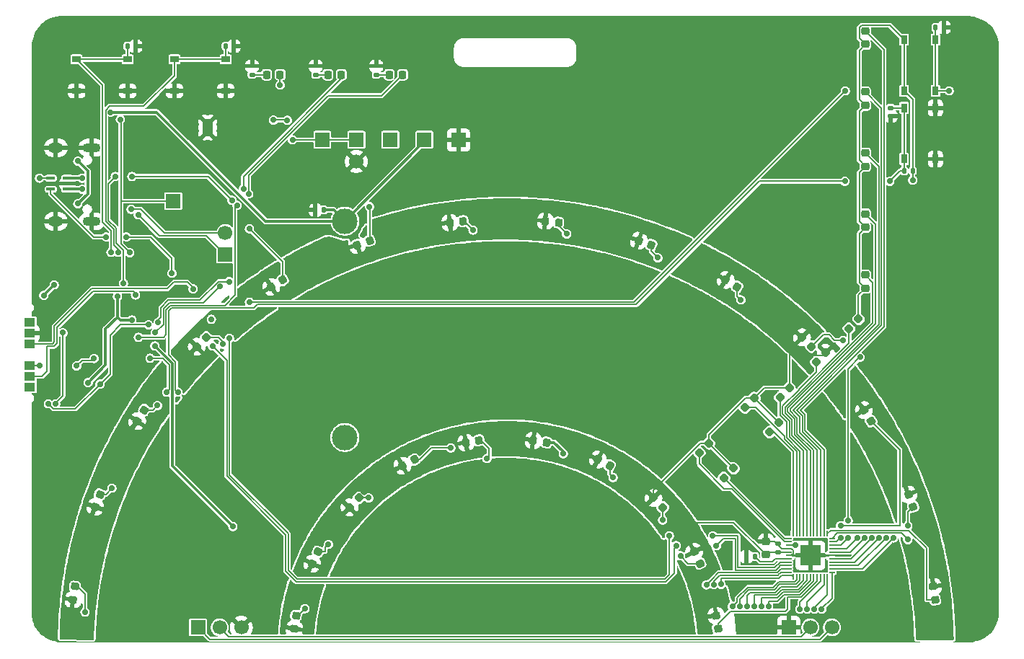
<source format=gbr>
%TF.GenerationSoftware,KiCad,Pcbnew,9.0.6*%
%TF.CreationDate,2026-01-26T23:14:37+09:00*%
%TF.ProjectId,bokaka,626f6b61-6b61-42e6-9b69-6361645f7063,rev?*%
%TF.SameCoordinates,Original*%
%TF.FileFunction,Copper,L1,Top*%
%TF.FilePolarity,Positive*%
%FSLAX46Y46*%
G04 Gerber Fmt 4.6, Leading zero omitted, Abs format (unit mm)*
G04 Created by KiCad (PCBNEW 9.0.6) date 2026-01-26 23:14:37*
%MOMM*%
%LPD*%
G01*
G04 APERTURE LIST*
G04 Aperture macros list*
%AMRoundRect*
0 Rectangle with rounded corners*
0 $1 Rounding radius*
0 $2 $3 $4 $5 $6 $7 $8 $9 X,Y pos of 4 corners*
0 Add a 4 corners polygon primitive as box body*
4,1,4,$2,$3,$4,$5,$6,$7,$8,$9,$2,$3,0*
0 Add four circle primitives for the rounded corners*
1,1,$1+$1,$2,$3*
1,1,$1+$1,$4,$5*
1,1,$1+$1,$6,$7*
1,1,$1+$1,$8,$9*
0 Add four rect primitives between the rounded corners*
20,1,$1+$1,$2,$3,$4,$5,0*
20,1,$1+$1,$4,$5,$6,$7,0*
20,1,$1+$1,$6,$7,$8,$9,0*
20,1,$1+$1,$8,$9,$2,$3,0*%
G04 Aperture macros list end*
%TA.AperFunction,SMDPad,CuDef*%
%ADD10RoundRect,0.140000X-0.140000X-0.170000X0.140000X-0.170000X0.140000X0.170000X-0.140000X0.170000X0*%
%TD*%
%TA.AperFunction,SMDPad,CuDef*%
%ADD11RoundRect,0.218750X-0.162821X0.294966X-0.316861X-0.114519X0.162821X-0.294966X0.316861X0.114519X0*%
%TD*%
%TA.AperFunction,ComponentPad*%
%ADD12R,1.700000X1.700000*%
%TD*%
%TA.AperFunction,ComponentPad*%
%ADD13C,1.700000*%
%TD*%
%TA.AperFunction,SMDPad,CuDef*%
%ADD14RoundRect,0.218750X-0.223312X0.252284X-0.284200X-0.180958X0.223312X-0.252284X0.284200X0.180958X0*%
%TD*%
%TA.AperFunction,SMDPad,CuDef*%
%ADD15RoundRect,0.218750X0.076665X0.328082X-0.311988X0.127197X-0.076665X-0.328082X0.311988X-0.127197X0*%
%TD*%
%TA.AperFunction,SMDPad,CuDef*%
%ADD16RoundRect,0.218750X0.316861X-0.114519X0.162821X0.294966X-0.316861X0.114519X-0.162821X-0.294966X0*%
%TD*%
%TA.AperFunction,SMDPad,CuDef*%
%ADD17RoundRect,0.218750X0.335448X0.031474X0.021554X0.336231X-0.335448X-0.031474X-0.021554X-0.336231X0*%
%TD*%
%TA.AperFunction,SMDPad,CuDef*%
%ADD18RoundRect,0.135000X0.135000X0.185000X-0.135000X0.185000X-0.135000X-0.185000X0.135000X-0.185000X0*%
%TD*%
%TA.AperFunction,SMDPad,CuDef*%
%ADD19RoundRect,0.218750X-0.218750X-0.256250X0.218750X-0.256250X0.218750X0.256250X-0.218750X0.256250X0*%
%TD*%
%TA.AperFunction,SMDPad,CuDef*%
%ADD20R,0.750000X1.000000*%
%TD*%
%TA.AperFunction,SMDPad,CuDef*%
%ADD21RoundRect,0.218750X0.026517X-0.335876X0.335876X-0.026517X-0.026517X0.335876X-0.335876X0.026517X0*%
%TD*%
%TA.AperFunction,SMDPad,CuDef*%
%ADD22RoundRect,0.218750X0.256567X0.218378X-0.175413X0.287656X-0.256567X-0.218378X0.175413X-0.287656X0*%
%TD*%
%TA.AperFunction,SMDPad,CuDef*%
%ADD23RoundRect,0.225000X0.250000X-0.225000X0.250000X0.225000X-0.250000X0.225000X-0.250000X-0.225000X0*%
%TD*%
%TA.AperFunction,SMDPad,CuDef*%
%ADD24RoundRect,0.218750X-0.256250X0.218750X-0.256250X-0.218750X0.256250X-0.218750X0.256250X0.218750X0*%
%TD*%
%TA.AperFunction,SMDPad,CuDef*%
%ADD25R,1.000000X0.750000*%
%TD*%
%TA.AperFunction,SMDPad,CuDef*%
%ADD26RoundRect,0.218750X0.290029X0.171461X-0.123826X0.313341X-0.290029X-0.171461X0.123826X-0.313341X0*%
%TD*%
%TA.AperFunction,SMDPad,CuDef*%
%ADD27RoundRect,0.218750X-0.094468X0.323406X-0.334223X-0.042550X0.094468X-0.323406X0.334223X0.042550X0*%
%TD*%
%TA.AperFunction,SMDPad,CuDef*%
%ADD28RoundRect,0.135000X0.185000X-0.135000X0.185000X0.135000X-0.185000X0.135000X-0.185000X-0.135000X0*%
%TD*%
%TA.AperFunction,SMDPad,CuDef*%
%ADD29RoundRect,0.033000X0.077000X-0.287000X0.077000X0.287000X-0.077000X0.287000X-0.077000X-0.287000X0*%
%TD*%
%TA.AperFunction,SMDPad,CuDef*%
%ADD30RoundRect,0.033000X0.287000X-0.077000X0.287000X0.077000X-0.287000X0.077000X-0.287000X-0.077000X0*%
%TD*%
%TA.AperFunction,SMDPad,CuDef*%
%ADD31R,2.450000X2.450000*%
%TD*%
%TA.AperFunction,SMDPad,CuDef*%
%ADD32RoundRect,0.218750X0.052401X0.332821X-0.320475X0.103977X-0.052401X-0.332821X0.320475X-0.103977X0*%
%TD*%
%TA.AperFunction,SMDPad,CuDef*%
%ADD33RoundRect,0.218750X0.284200X-0.180958X0.223312X0.252284X-0.284200X0.180958X-0.223312X-0.252284X0*%
%TD*%
%TA.AperFunction,SMDPad,CuDef*%
%ADD34RoundRect,0.135000X-0.135000X-0.185000X0.135000X-0.185000X0.135000X0.185000X-0.135000X0.185000X0*%
%TD*%
%TA.AperFunction,SMDPad,CuDef*%
%ADD35RoundRect,0.218750X0.326534X-0.083013X0.133223X0.309463X-0.326534X0.083013X-0.133223X-0.309463X0*%
%TD*%
%TA.AperFunction,SMDPad,CuDef*%
%ADD36RoundRect,0.218750X0.311988X0.127197X-0.076665X0.328082X-0.311988X-0.127197X0.076665X-0.328082X0*%
%TD*%
%TA.AperFunction,SMDPad,CuDef*%
%ADD37RoundRect,0.218750X-0.021554X0.336231X-0.335448X0.031474X0.021554X-0.336231X0.335448X-0.031474X0*%
%TD*%
%TA.AperFunction,SMDPad,CuDef*%
%ADD38RoundRect,0.102500X0.392500X0.102500X-0.392500X0.102500X-0.392500X-0.102500X0.392500X-0.102500X0*%
%TD*%
%TA.AperFunction,SMDPad,CuDef*%
%ADD39RoundRect,0.140000X-0.170000X0.140000X-0.170000X-0.140000X0.170000X-0.140000X0.170000X0.140000X0*%
%TD*%
%TA.AperFunction,SMDPad,CuDef*%
%ADD40RoundRect,0.218750X0.320475X0.103977X-0.052401X0.332821X-0.320475X-0.103977X0.052401X-0.332821X0*%
%TD*%
%TA.AperFunction,SMDPad,CuDef*%
%ADD41RoundRect,0.140000X0.170000X-0.140000X0.170000X0.140000X-0.170000X0.140000X-0.170000X-0.140000X0*%
%TD*%
%TA.AperFunction,SMDPad,CuDef*%
%ADD42RoundRect,0.218750X0.189272X0.278732X-0.245579X0.230665X-0.189272X-0.278732X0.245579X-0.230665X0*%
%TD*%
%TA.AperFunction,SMDPad,CuDef*%
%ADD43RoundRect,0.218750X-0.133223X0.309463X-0.326534X-0.083013X0.133223X-0.309463X0.326534X0.083013X0*%
%TD*%
%TA.AperFunction,SMDPad,CuDef*%
%ADD44RoundRect,0.218750X0.336117X0.023259X0.029772X0.335603X-0.336117X-0.023259X-0.029772X-0.335603X0*%
%TD*%
%TA.AperFunction,SMDPad,CuDef*%
%ADD45RoundRect,0.218750X0.245579X0.230665X-0.189272X0.278732X-0.245579X-0.230665X0.189272X-0.278732X0*%
%TD*%
%TA.AperFunction,SMDPad,CuDef*%
%ADD46RoundRect,0.140000X0.140000X0.170000X-0.140000X0.170000X-0.140000X-0.170000X0.140000X-0.170000X0*%
%TD*%
%TA.AperFunction,SMDPad,CuDef*%
%ADD47RoundRect,0.218750X0.175413X0.287656X-0.256567X0.218378X-0.175413X-0.287656X0.256567X-0.218378X0*%
%TD*%
%TA.AperFunction,SMDPad,CuDef*%
%ADD48RoundRect,0.218750X0.334223X-0.042550X0.094468X0.323406X-0.334223X0.042550X-0.094468X-0.323406X0*%
%TD*%
%TA.AperFunction,SMDPad,CuDef*%
%ADD49RoundRect,0.218750X-0.029772X0.335603X-0.336117X0.023259X0.029772X-0.335603X0.336117X-0.023259X0*%
%TD*%
%TA.AperFunction,SMDPad,CuDef*%
%ADD50RoundRect,0.218750X0.123826X0.313341X-0.290029X0.171461X-0.123826X-0.313341X0.290029X-0.171461X0*%
%TD*%
%TA.AperFunction,ComponentPad*%
%ADD51C,1.016000*%
%TD*%
%TA.AperFunction,SMDPad,CuDef*%
%ADD52R,1.270000X1.016000*%
%TD*%
%TA.AperFunction,ComponentPad*%
%ADD53O,1.800000X1.200000*%
%TD*%
%TA.AperFunction,ComponentPad*%
%ADD54O,2.100000X1.100000*%
%TD*%
%TA.AperFunction,HeatsinkPad*%
%ADD55C,0.500000*%
%TD*%
%TA.AperFunction,HeatsinkPad*%
%ADD56R,1.200000X2.000000*%
%TD*%
%TA.AperFunction,ComponentPad*%
%ADD57C,3.000000*%
%TD*%
%TA.AperFunction,ViaPad*%
%ADD58C,0.700000*%
%TD*%
%TA.AperFunction,Conductor*%
%ADD59C,0.150000*%
%TD*%
%TA.AperFunction,Conductor*%
%ADD60C,0.300000*%
%TD*%
G04 APERTURE END LIST*
D10*
%TO.P,C22,1*%
%TO.N,/Microcontroller/USR_BTN1*%
X113020000Y-53750000D03*
%TO.P,C22,2*%
%TO.N,GND*%
X113980000Y-53750000D03*
%TD*%
D11*
%TO.P,D14,1,K*%
%TO.N,/Peripherals/DISC_LED_1*%
X98248490Y-106384855D03*
%TO.P,D14,2,A*%
%TO.N,+3V3*%
X97693944Y-107858999D03*
%TD*%
D12*
%TO.P,UART,1,Pin_1*%
%TO.N,/Connectors/UART_RX*%
X112950000Y-78225000D03*
D13*
%TO.P,UART,2,Pin_2*%
%TO.N,/Connectors/UART_TX*%
X112950000Y-75685000D03*
%TD*%
D12*
%TO.P,GND,1,1*%
%TO.N,GND*%
X140357500Y-64780000D03*
%TD*%
D14*
%TO.P,D13,1,K*%
%TO.N,/Peripherals/DISC_LED_0*%
X95311360Y-117201005D03*
%TO.P,D13,2,A*%
%TO.N,+3V3*%
X95092162Y-118760677D03*
%TD*%
D15*
%TO.P,D6,1,K*%
%TO.N,/Peripherals/PROGRESS_LED_3*%
X135156718Y-102289528D03*
%TO.P,D6,2,A*%
%TO.N,+3V3*%
X133757566Y-103012716D03*
%TD*%
D16*
%TO.P,D33,1,K*%
%TO.N,/Peripherals/DISC_LED_12*%
X193716922Y-107858999D03*
%TO.P,D33,2,A*%
%TO.N,+3V3*%
X193162376Y-106384855D03*
%TD*%
D14*
%TO.P,D3,1,K*%
%TO.N,/Peripherals/PROGRESS_LED_0*%
X121289200Y-120600714D03*
%TO.P,D3,2,A*%
%TO.N,+3V3*%
X121070002Y-122160386D03*
%TD*%
D17*
%TO.P,D29,1,K*%
%TO.N,/Peripherals/DISC_LED_10*%
X181796398Y-89036162D03*
%TO.P,D29,2,A*%
%TO.N,+3V3*%
X180666380Y-87939036D03*
%TD*%
D18*
%TO.P,R7,1*%
%TO.N,Net-(U1-R_EXT)*%
X175160000Y-113700000D03*
%TO.P,R7,2*%
%TO.N,GND*%
X174140000Y-113700000D03*
%TD*%
%TO.P,R2,1*%
%TO.N,+3V3*%
X193670000Y-68400000D03*
%TO.P,R2,2*%
%TO.N,/Connectors/~{RESET}*%
X192650000Y-68400000D03*
%TD*%
D19*
%TO.P,PWR,1,K*%
%TO.N,/Peripherals/LED_POWER*%
X117825000Y-57100000D03*
%TO.P,PWR,2,A*%
%TO.N,+3V3*%
X119400000Y-57100000D03*
%TD*%
D20*
%TO.P,RESET,1,A*%
%TO.N,/Connectors/~{RESET}*%
X192650000Y-67000000D03*
%TO.P,RESET,2,B*%
X192650000Y-61000000D03*
%TO.P,RESET,3,C*%
%TO.N,GND*%
X196350000Y-67000000D03*
%TO.P,RESET,4,D*%
X196350000Y-61000000D03*
%TD*%
D21*
%TO.P,D35,1,K*%
%TO.N,/Peripherals/ARM_LED_10*%
X171513153Y-104426847D03*
%TO.P,D35,2,A*%
%TO.N,+3V3*%
X172626847Y-103313153D03*
%TD*%
D22*
%TO.P,D8,1,K*%
%TO.N,/Peripherals/PROGRESS_LED_5*%
X150672606Y-100300000D03*
%TO.P,D8,2,A*%
%TO.N,+3V3*%
X149117478Y-100050600D03*
%TD*%
D12*
%TO.P,3V3,1,Pin_1*%
%TO.N,+3V3*%
X128350000Y-64750000D03*
D13*
%TO.P,3V3,2,Pin_2*%
%TO.N,GND*%
X128350000Y-67290000D03*
%TD*%
D12*
%TO.P,VSYS,1,1*%
%TO.N,/Power Supply/VSYS*%
X132342500Y-64750000D03*
%TD*%
D23*
%TO.P,C13,1*%
%TO.N,+3V3*%
X176450000Y-113475000D03*
%TO.P,C13,2*%
%TO.N,GND*%
X176450000Y-111925000D03*
%TD*%
D24*
%TO.P,D27,1,K*%
%TO.N,/Peripherals/ARM_LED_4*%
X188100000Y-80612500D03*
%TO.P,D27,2,A*%
%TO.N,+3V3*%
X188100000Y-82187500D03*
%TD*%
D21*
%TO.P,D38,1,K*%
%TO.N,/Peripherals/ARM_LED_11*%
X168614189Y-101495812D03*
%TO.P,D38,2,A*%
%TO.N,+3V3*%
X169727883Y-100382118D03*
%TD*%
D25*
%TO.P,USR_1,1,A*%
%TO.N,/Microcontroller/USR_BTN1*%
X107000000Y-55300000D03*
%TO.P,USR_1,2,B*%
X113000000Y-55300000D03*
%TO.P,USR_1,3,C*%
%TO.N,GND*%
X107000000Y-59000000D03*
%TO.P,USR_1,4,D*%
X113000000Y-59000000D03*
%TD*%
D20*
%TO.P,BOOT,1,A*%
%TO.N,+3V3*%
X192650000Y-59000000D03*
%TO.P,BOOT,2,B*%
X192650000Y-53000000D03*
%TO.P,BOOT,3,C*%
%TO.N,/Microcontroller/~{BOOT_SEL}*%
X196350000Y-59000000D03*
%TO.P,BOOT,4,D*%
X196350000Y-53000000D03*
%TD*%
D12*
%TO.P,BATT,1,1*%
%TO.N,+BATT*%
X136335000Y-64750000D03*
%TD*%
%TO.P,3V3,1,1*%
%TO.N,+3V3*%
X124357500Y-64750000D03*
%TD*%
D26*
%TO.P,D21,1,K*%
%TO.N,/Peripherals/DISC_LED_8*%
X162989593Y-77090358D03*
%TO.P,D21,2,A*%
%TO.N,+3V3*%
X161499715Y-76579588D03*
%TD*%
D21*
%TO.P,D37,1,K*%
%TO.N,/Peripherals/ARM_LED_9*%
X176853153Y-99076847D03*
%TO.P,D37,2,A*%
%TO.N,+3V3*%
X177966847Y-97963153D03*
%TD*%
D27*
%TO.P,D15,1,K*%
%TO.N,/Peripherals/DISC_LED_2*%
X103477016Y-96471311D03*
%TO.P,D15,2,A*%
%TO.N,+3V3*%
X102613896Y-97788751D03*
%TD*%
D21*
%TO.P,D30,1,K*%
%TO.N,/Peripherals/ARM_LED_6*%
X182343153Y-90856847D03*
%TO.P,D30,2,A*%
%TO.N,+3V3*%
X183456847Y-89743153D03*
%TD*%
D28*
%TO.P,R16,1*%
%TO.N,/Peripherals/LED_POWER*%
X116112500Y-57100000D03*
%TO.P,R16,2*%
%TO.N,GND*%
X116112500Y-56080000D03*
%TD*%
D29*
%TO.P,U1,1,OUT3*%
%TO.N,/Peripherals/PROGRESS_LED_2*%
X179645000Y-116095000D03*
%TO.P,U1,2,OUT4*%
%TO.N,/Peripherals/PROGRESS_LED_3*%
X180045000Y-116095000D03*
%TO.P,U1,3,OUT5*%
%TO.N,/Peripherals/PROGRESS_LED_4*%
X180445000Y-116095000D03*
%TO.P,U1,4,OUT6*%
%TO.N,/Peripherals/PROGRESS_LED_5*%
X180845000Y-116095000D03*
%TO.P,U1,5,OUT7*%
%TO.N,/Peripherals/PROGRESS_LED_6*%
X181245000Y-116095000D03*
%TO.P,U1,6,OUT8*%
%TO.N,/Peripherals/PROGRESS_LED_7*%
X181645000Y-116095000D03*
%TO.P,U1,7,OUT9*%
%TO.N,/Peripherals/PROGRESS_LED_8*%
X182045000Y-116095000D03*
%TO.P,U1,8,OUT10*%
%TO.N,/Peripherals/PROGRESS_LED_9*%
X182445000Y-116095000D03*
%TO.P,U1,9,OUT11*%
%TO.N,/Peripherals/DISC_LED_0*%
X182845000Y-116095000D03*
%TO.P,U1,10,OUT12*%
%TO.N,/Peripherals/DISC_LED_1*%
X183245000Y-116095000D03*
%TO.P,U1,11,OUT13*%
%TO.N,/Peripherals/DISC_LED_2*%
X183645000Y-116095000D03*
D30*
%TO.P,U1,12,OUT14*%
%TO.N,/Peripherals/DISC_LED_3*%
X184190000Y-115550000D03*
%TO.P,U1,13,OUT15*%
%TO.N,/Peripherals/DISC_LED_4*%
X184190000Y-115150000D03*
%TO.P,U1,14,OUT16*%
%TO.N,/Peripherals/DISC_LED_5*%
X184190000Y-114750000D03*
%TO.P,U1,15,OUT17*%
%TO.N,/Peripherals/DISC_LED_6*%
X184190000Y-114350000D03*
%TO.P,U1,16,OUT18*%
%TO.N,/Peripherals/DISC_LED_7*%
X184190000Y-113950000D03*
%TO.P,U1,17,GND*%
%TO.N,GND*%
X184190000Y-113550000D03*
%TO.P,U1,18,OUT19*%
%TO.N,/Peripherals/DISC_LED_8*%
X184190000Y-113150000D03*
%TO.P,U1,19,OUT20*%
%TO.N,/Peripherals/DISC_LED_9*%
X184190000Y-112750000D03*
%TO.P,U1,20,OUT21*%
%TO.N,/Peripherals/DISC_LED_10*%
X184190000Y-112350000D03*
%TO.P,U1,21,OUT22*%
%TO.N,/Peripherals/DISC_LED_11*%
X184190000Y-111950000D03*
%TO.P,U1,22,OUT23*%
%TO.N,/Peripherals/DISC_LED_12*%
X184190000Y-111550000D03*
D29*
%TO.P,U1,23,OUT24*%
%TO.N,/Peripherals/DISC_LED_13*%
X183645000Y-111005000D03*
%TO.P,U1,24,OUT25*%
%TO.N,/Peripherals/ARM_LED_0*%
X183245000Y-111005000D03*
%TO.P,U1,25,OUT26*%
%TO.N,/Peripherals/ARM_LED_1*%
X182845000Y-111005000D03*
%TO.P,U1,26,OUT27*%
%TO.N,/Peripherals/ARM_LED_2*%
X182445000Y-111005000D03*
%TO.P,U1,27,OUT28*%
%TO.N,/Peripherals/ARM_LED_3*%
X182045000Y-111005000D03*
%TO.P,U1,28,OUT29*%
%TO.N,/Peripherals/ARM_LED_4*%
X181645000Y-111005000D03*
%TO.P,U1,29,OUT30*%
%TO.N,/Peripherals/ARM_LED_5*%
X181245000Y-111005000D03*
%TO.P,U1,30,OUT31*%
%TO.N,/Peripherals/ARM_LED_6*%
X180845000Y-111005000D03*
%TO.P,U1,31,OUT32*%
%TO.N,/Peripherals/ARM_LED_7*%
X180445000Y-111005000D03*
%TO.P,U1,32,OUT33*%
%TO.N,/Peripherals/ARM_LED_8*%
X180045000Y-111005000D03*
%TO.P,U1,33,OUT34*%
%TO.N,/Peripherals/ARM_LED_9*%
X179645000Y-111005000D03*
D30*
%TO.P,U1,34,OUT35*%
%TO.N,/Peripherals/ARM_LED_10*%
X179100000Y-111550000D03*
%TO.P,U1,35,OUT36*%
%TO.N,/Peripherals/ARM_LED_11*%
X179100000Y-111950000D03*
%TO.P,U1,36,SDB*%
%TO.N,/Microcontroller/LED_EN*%
X179100000Y-112350000D03*
%TO.P,U1,37,AD*%
%TO.N,GND*%
X179100000Y-112750000D03*
%TO.P,U1,38,VCC*%
%TO.N,+3V3*%
X179100000Y-113150000D03*
%TO.P,U1,39,GND*%
%TO.N,GND*%
X179100000Y-113550000D03*
%TO.P,U1,40,R_EXT*%
%TO.N,Net-(U1-R_EXT)*%
X179100000Y-113950000D03*
%TO.P,U1,41,SDA*%
%TO.N,/Microcontroller/I2C_SDA*%
X179100000Y-114350000D03*
%TO.P,U1,42,SCL*%
%TO.N,/Microcontroller/I2C_SCL*%
X179100000Y-114750000D03*
%TO.P,U1,43,OUT1*%
%TO.N,/Peripherals/PROGRESS_LED_0*%
X179100000Y-115150000D03*
%TO.P,U1,44,OUT2*%
%TO.N,/Peripherals/PROGRESS_LED_1*%
X179100000Y-115550000D03*
D31*
%TO.P,U1,45,EXP_PAD*%
%TO.N,GND*%
X181645000Y-113550000D03*
%TD*%
D32*
%TO.P,D17,1,K*%
%TO.N,/Peripherals/DISC_LED_4*%
X119700000Y-81200000D03*
%TO.P,D17,2,A*%
%TO.N,+3V3*%
X118357644Y-82023836D03*
%TD*%
D33*
%TO.P,D12,1,K*%
%TO.N,/Peripherals/PROGRESS_LED_9*%
X170802604Y-122160386D03*
%TO.P,D12,2,A*%
%TO.N,+3V3*%
X170583406Y-120600714D03*
%TD*%
D28*
%TO.P,R4,1*%
%TO.N,Net-(D1-K)*%
X130687500Y-57100000D03*
%TO.P,R4,2*%
%TO.N,GND*%
X130687500Y-56080000D03*
%TD*%
D12*
%TO.P,USB_DETECT,1,1*%
%TO.N,/Microcontroller/USB_DETECT*%
X106850000Y-71950000D03*
%TD*%
D24*
%TO.P,D26,1,K*%
%TO.N,/Peripherals/ARM_LED_3*%
X188100000Y-73450000D03*
%TO.P,D26,2,A*%
%TO.N,+3V3*%
X188100000Y-75025000D03*
%TD*%
D33*
%TO.P,D36,1,K*%
%TO.N,/Peripherals/DISC_LED_13*%
X196318704Y-118760677D03*
%TO.P,D36,2,A*%
%TO.N,+3V3*%
X196099506Y-117201005D03*
%TD*%
D34*
%TO.P,R3,1*%
%TO.N,/Microcontroller/~{BOOT_SEL}*%
X196350000Y-51550000D03*
%TO.P,R3,2*%
%TO.N,GND*%
X197370000Y-51550000D03*
%TD*%
D35*
%TO.P,D11,1,K*%
%TO.N,/Peripherals/PROGRESS_LED_8*%
X168711440Y-114519988D03*
%TO.P,D11,2,A*%
%TO.N,+3V3*%
X168015520Y-113107076D03*
%TD*%
D36*
%TO.P,D9,1,K*%
%TO.N,/Peripherals/PROGRESS_LED_6*%
X158115040Y-103012716D03*
%TO.P,D9,2,A*%
%TO.N,+3V3*%
X156715888Y-102289528D03*
%TD*%
D37*
%TO.P,D16,1,K*%
%TO.N,/Peripherals/DISC_LED_3*%
X110744486Y-87939036D03*
%TO.P,D16,2,A*%
%TO.N,+3V3*%
X109614468Y-89036162D03*
%TD*%
D38*
%TO.P,U4,1*%
%TO.N,/Connectors/USB_D-*%
X94420000Y-70550000D03*
%TO.P,U4,2*%
%TO.N,GND*%
X94420000Y-69900000D03*
%TO.P,U4,3*%
%TO.N,/Connectors/USB_D+*%
X94420000Y-69250000D03*
%TO.P,U4,4*%
%TO.N,/Connectors/TAP_DATA*%
X92480000Y-69250000D03*
%TO.P,U4,5*%
%TO.N,/Connectors/TAP_DETECT*%
X92480000Y-70550000D03*
%TD*%
D39*
%TO.P,C2,1*%
%TO.N,/Connectors/~{RESET}*%
X191100000Y-61000000D03*
%TO.P,C2,2*%
%TO.N,GND*%
X191100000Y-61960000D03*
%TD*%
D40*
%TO.P,D22,1,K*%
%TO.N,/Peripherals/DISC_LED_9*%
X173053222Y-82023836D03*
%TO.P,D22,2,A*%
%TO.N,+3V3*%
X171710866Y-81200000D03*
%TD*%
D41*
%TO.P,C12,1*%
%TO.N,+3V3*%
X177850000Y-113155000D03*
%TO.P,C12,2*%
%TO.N,GND*%
X177850000Y-112195000D03*
%TD*%
D19*
%TO.P,USR,1,K*%
%TO.N,Net-(D1-K)*%
X132200000Y-57100000D03*
%TO.P,USR,2,A*%
%TO.N,/Microcontroller/LED_USER*%
X133775000Y-57100000D03*
%TD*%
D42*
%TO.P,D19,1,K*%
%TO.N,/Peripherals/DISC_LED_6*%
X140884910Y-74300891D03*
%TO.P,D19,2,A*%
%TO.N,+3V3*%
X139319444Y-74473933D03*
%TD*%
D43*
%TO.P,D4,1,K*%
%TO.N,/Peripherals/PROGRESS_LED_1*%
X123857086Y-113107076D03*
%TO.P,D4,2,A*%
%TO.N,+3V3*%
X123161166Y-114519988D03*
%TD*%
D10*
%TO.P,C14,1*%
%TO.N,/Microcontroller/USR_BTN0*%
X101490000Y-53750000D03*
%TO.P,C14,2*%
%TO.N,GND*%
X102450000Y-53750000D03*
%TD*%
D44*
%TO.P,D10,1,K*%
%TO.N,/Peripherals/PROGRESS_LED_7*%
X164335967Y-107916664D03*
%TO.P,D10,2,A*%
%TO.N,+3V3*%
X163233125Y-106792224D03*
%TD*%
D12*
%TO.P,J6,1,Pin_1*%
%TO.N,/Connectors/TAP_DETECT*%
X109760000Y-122000000D03*
D13*
%TO.P,J6,2,Pin_2*%
%TO.N,/Connectors/TAP_DATA*%
X112300000Y-122000000D03*
%TO.P,J6,3,Pin_3*%
%TO.N,GND*%
X114840000Y-122000000D03*
%TD*%
D24*
%TO.P,D23,1,K*%
%TO.N,/Peripherals/ARM_LED_0*%
X188100000Y-51962500D03*
%TO.P,D23,2,A*%
%TO.N,+3V3*%
X188100000Y-53537500D03*
%TD*%
D45*
%TO.P,D20,1,K*%
%TO.N,/Peripherals/DISC_LED_7*%
X152091422Y-74473933D03*
%TO.P,D20,2,A*%
%TO.N,+3V3*%
X150525956Y-74300891D03*
%TD*%
D46*
%TO.P,C18,1*%
%TO.N,+BATT*%
X124500000Y-73000000D03*
%TO.P,C18,2*%
%TO.N,GND*%
X123540000Y-73000000D03*
%TD*%
D21*
%TO.P,D32,1,K*%
%TO.N,/Peripherals/ARM_LED_7*%
X178093153Y-95006847D03*
%TO.P,D32,2,A*%
%TO.N,+3V3*%
X179206847Y-93893153D03*
%TD*%
D47*
%TO.P,D7,1,K*%
%TO.N,/Peripherals/PROGRESS_LED_4*%
X142755128Y-100050600D03*
%TO.P,D7,2,A*%
%TO.N,+3V3*%
X141200000Y-100300000D03*
%TD*%
D24*
%TO.P,D24,1,K*%
%TO.N,/Peripherals/ARM_LED_1*%
X188100000Y-59125000D03*
%TO.P,D24,2,A*%
%TO.N,+3V3*%
X188100000Y-60700000D03*
%TD*%
D48*
%TO.P,D31,1,K*%
%TO.N,/Peripherals/DISC_LED_11*%
X188796970Y-97788751D03*
%TO.P,D31,2,A*%
%TO.N,+3V3*%
X187933850Y-96471311D03*
%TD*%
D49*
%TO.P,D5,1,K*%
%TO.N,/Peripherals/PROGRESS_LED_2*%
X128639481Y-106792224D03*
%TO.P,D5,2,A*%
%TO.N,+3V3*%
X127536639Y-107916664D03*
%TD*%
D28*
%TO.P,R6,1*%
%TO.N,Net-(D2-K)*%
X123587500Y-57100000D03*
%TO.P,R6,2*%
%TO.N,GND*%
X123587500Y-56080000D03*
%TD*%
D19*
%TO.P,DEBUG,1,K*%
%TO.N,Net-(D2-K)*%
X125000000Y-57100000D03*
%TO.P,DEBUG,2,A*%
%TO.N,/Microcontroller/LED_DEBUG*%
X126575000Y-57100000D03*
%TD*%
D21*
%TO.P,D28,1,K*%
%TO.N,/Peripherals/ARM_LED_5*%
X186193153Y-86906847D03*
%TO.P,D28,2,A*%
%TO.N,+3V3*%
X187306847Y-85793153D03*
%TD*%
D50*
%TO.P,D18,1,K*%
%TO.N,/Peripherals/DISC_LED_5*%
X129911151Y-76579588D03*
%TO.P,D18,2,A*%
%TO.N,+3V3*%
X128421273Y-77090358D03*
%TD*%
D21*
%TO.P,D34,1,K*%
%TO.N,/Peripherals/ARM_LED_8*%
X173953153Y-96166847D03*
%TO.P,D34,2,A*%
%TO.N,+3V3*%
X175066847Y-95053153D03*
%TD*%
D24*
%TO.P,D25,1,K*%
%TO.N,/Peripherals/ARM_LED_2*%
X188100000Y-66287500D03*
%TO.P,D25,2,A*%
%TO.N,+3V3*%
X188100000Y-67862500D03*
%TD*%
D12*
%TO.P,J5,1,Pin_1*%
%TO.N,GND*%
X179110000Y-122000000D03*
D13*
%TO.P,J5,2,Pin_2*%
%TO.N,/Connectors/TAP_DATA*%
X181650000Y-122000000D03*
%TO.P,J5,3,Pin_3*%
%TO.N,/Connectors/TAP_DETECT*%
X184190000Y-122000000D03*
%TD*%
D51*
%TO.P,J3,1,VCC*%
%TO.N,+3V3*%
X90009400Y-93810000D03*
D52*
X90009400Y-93810000D03*
D51*
%TO.P,J3,2,SWDIO*%
%TO.N,/Connectors/SWD_SWDIO*%
X90009400Y-92540000D03*
D52*
X90009400Y-92540000D03*
D51*
%TO.P,J3,3,~{RESET}*%
%TO.N,/Connectors/~{RESET}*%
X90009400Y-91270000D03*
D52*
X90009400Y-91270000D03*
D51*
%TO.P,J3,4,SWCLK*%
%TO.N,/Connectors/SWD_SWCLK*%
X90009400Y-88730000D03*
D52*
X90009400Y-88730000D03*
D51*
%TO.P,J3,5,GND*%
%TO.N,GND*%
X90009400Y-87460000D03*
D52*
X90009400Y-87460000D03*
D51*
%TO.P,J3,6,SWO*%
%TO.N,unconnected-(J3-SWO-Pad6)_2*%
X90009400Y-86190000D03*
D52*
%TO.N,unconnected-(J3-SWO-Pad6)*%
X90009400Y-86190000D03*
%TD*%
D53*
%TO.P,USBC1,0,0*%
%TO.N,GND*%
X93062250Y-74325000D03*
D54*
X97262250Y-74325000D03*
D53*
X93062250Y-65675000D03*
D54*
X97262250Y-65675000D03*
%TD*%
D55*
%TO.P,U5,11,GND*%
%TO.N,GND*%
X110550000Y-62559000D03*
X110550000Y-63309000D03*
X110550000Y-64059000D03*
D56*
X110900000Y-63309000D03*
D55*
X111250000Y-62559000D03*
X111250000Y-63309000D03*
X111250000Y-64059000D03*
%TD*%
D57*
%TO.P,BT2,1,+*%
%TO.N,+BATT*%
X127000000Y-99700000D03*
X127000000Y-74300000D03*
%TD*%
D25*
%TO.P,USR_0,1,A*%
%TO.N,/Microcontroller/USR_BTN0*%
X95500000Y-55300000D03*
%TO.P,USR_0,2,B*%
X101500000Y-55300000D03*
%TO.P,USR_0,3,C*%
%TO.N,GND*%
X95500000Y-59000000D03*
%TO.P,USR_0,4,D*%
X101500000Y-59000000D03*
%TD*%
D58*
%TO.N,+BATT*%
X99500000Y-61500000D03*
%TO.N,GND*%
X169350000Y-108900000D03*
X111325000Y-85825000D03*
X178550000Y-90150000D03*
X118175000Y-75325000D03*
X191100000Y-65700000D03*
X99900000Y-66200000D03*
X188100000Y-61800000D03*
X129200000Y-115300000D03*
X189950000Y-52200000D03*
X124450000Y-122400000D03*
X177400000Y-96375000D03*
X171650000Y-110500000D03*
X172850000Y-117750000D03*
X103700000Y-83025000D03*
X190850000Y-109300000D03*
X167350000Y-122400000D03*
X178350000Y-119400000D03*
X180200000Y-92500000D03*
X110600000Y-93050000D03*
X118300000Y-60900000D03*
X162950000Y-115400000D03*
X127700000Y-115350000D03*
X184050000Y-109950000D03*
X97450000Y-85750000D03*
X171750000Y-112550000D03*
X116025000Y-78950000D03*
X100000000Y-73900000D03*
X188100000Y-76150000D03*
X101350000Y-69750000D03*
X188100000Y-54650000D03*
X188100000Y-69000000D03*
X97200000Y-84050000D03*
X162725000Y-80925000D03*
X171050000Y-99450000D03*
%TO.N,/Microcontroller/BUZZ_PWM*%
X104700000Y-88950000D03*
X113850000Y-110150000D03*
%TO.N,/Power Supply/VSYS*%
X120250000Y-62450000D03*
X118625000Y-62425000D03*
%TO.N,/Connectors/~{RESET}*%
X91200000Y-91300000D03*
X95500000Y-91300000D03*
X190975000Y-69625000D03*
X97551000Y-90413401D03*
X106075000Y-94375000D03*
X107400000Y-94375000D03*
X104125000Y-90400000D03*
X185700000Y-69625000D03*
%TO.N,+3V3*%
X109100000Y-91350000D03*
X181800000Y-86750000D03*
X124875000Y-109725000D03*
X100300000Y-83126000D03*
X119400000Y-58300000D03*
X92875000Y-81775000D03*
X122075000Y-118050000D03*
X187250000Y-93550000D03*
X116275000Y-82475000D03*
X102000000Y-85900000D03*
X120850000Y-64750000D03*
X193675000Y-69475000D03*
X91662500Y-83012500D03*
X96850000Y-93250000D03*
X101725000Y-98700000D03*
X96650000Y-109650000D03*
%TO.N,/Microcontroller/USR_BTN0*%
X99549997Y-77950000D03*
%TO.N,/Microcontroller/USR_BTN1*%
X100400000Y-77950000D03*
%TO.N,/Microcontroller/LED_USER*%
X102765380Y-87934620D03*
X114350000Y-72450000D03*
X115700000Y-71100000D03*
%TO.N,/Microcontroller/LED_DEBUG*%
X102000000Y-69050000D03*
X115098957Y-70498957D03*
X113748958Y-71848958D03*
X101000000Y-81600000D03*
X100050000Y-69050000D03*
%TO.N,/Peripherals/PROGRESS_LED_0*%
X122300000Y-119800000D03*
X169450000Y-117000000D03*
%TO.N,/Peripherals/PROGRESS_LED_1*%
X170300025Y-116956941D03*
X125075000Y-112250000D03*
%TO.N,/Peripherals/PROGRESS_LED_2*%
X171150000Y-116950000D03*
X129793413Y-106793413D03*
%TO.N,/Peripherals/PROGRESS_LED_3*%
X172499643Y-119525000D03*
X139450000Y-100924000D03*
%TO.N,/Peripherals/PROGRESS_LED_4*%
X173349646Y-119525000D03*
X143676000Y-102175000D03*
%TO.N,/Peripherals/PROGRESS_LED_5*%
X174199649Y-119525000D03*
X152650000Y-101600000D03*
%TO.N,/Peripherals/PROGRESS_LED_6*%
X158500000Y-104400000D03*
X175049652Y-119525000D03*
%TO.N,/Peripherals/PROGRESS_LED_7*%
X175899655Y-119525000D03*
X164306587Y-109393413D03*
%TO.N,/Peripherals/PROGRESS_LED_8*%
X176749658Y-119525000D03*
X166400000Y-113600000D03*
%TO.N,/Peripherals/DISC_LED_0*%
X180428362Y-119850000D03*
X96500000Y-120200000D03*
%TO.N,/Peripherals/DISC_LED_1*%
X181278365Y-119850000D03*
X99650000Y-105650000D03*
%TO.N,/Peripherals/DISC_LED_2*%
X182128368Y-119850000D03*
X105000000Y-95950000D03*
%TO.N,/Peripherals/DISC_LED_3*%
X182978371Y-119850000D03*
X112700000Y-88750000D03*
%TO.N,/Peripherals/DISC_LED_4*%
X115800000Y-75200000D03*
X191400015Y-111502000D03*
%TO.N,/Peripherals/DISC_LED_5*%
X190550012Y-111502000D03*
X129900000Y-72600000D03*
%TO.N,/Peripherals/DISC_LED_6*%
X142050000Y-75350000D03*
X189700009Y-111502000D03*
%TO.N,/Peripherals/DISC_LED_7*%
X153050000Y-75800000D03*
X188850006Y-111502000D03*
%TO.N,/Peripherals/DISC_LED_8*%
X163750000Y-78600000D03*
X188000003Y-111502000D03*
%TO.N,/Peripherals/DISC_LED_9*%
X173500000Y-83550000D03*
X187150000Y-111502000D03*
%TO.N,/Peripherals/DISC_LED_10*%
X185500000Y-88300000D03*
X186100000Y-109476000D03*
X187483621Y-90283621D03*
X186100000Y-111502000D03*
%TO.N,/Peripherals/DISC_LED_11*%
X185200000Y-110051000D03*
X185201587Y-111502000D03*
%TO.N,/Peripherals/DISC_LED_12*%
X193100000Y-111700000D03*
X193100000Y-110050000D03*
%TO.N,/Connectors/UART_TX*%
X101900000Y-72900000D03*
%TO.N,/Connectors/UART_RX*%
X102750000Y-73550000D03*
%TO.N,/Connectors/SWD_SWDIO*%
X102425000Y-82969087D03*
%TO.N,/Connectors/SWD_SWCLK*%
X109175000Y-82250000D03*
%TO.N,/Connectors/TAP_DETECT*%
X103950000Y-86475000D03*
X101350000Y-76150000D03*
X92193413Y-95743413D03*
X106700000Y-80400000D03*
X98974997Y-76150000D03*
X98250000Y-93450000D03*
%TO.N,/Connectors/TAP_DATA*%
X91150000Y-69250000D03*
X93900000Y-87400000D03*
X93050000Y-95775000D03*
%TO.N,/Microcontroller/~{BOOT_SEL}*%
X197950000Y-59000000D03*
X115800000Y-83800000D03*
X185750000Y-59000000D03*
X113400000Y-81400000D03*
X105085723Y-86210723D03*
%TO.N,/Microcontroller/USB_DETECT*%
X100650000Y-62350000D03*
X101750000Y-78000000D03*
%TO.N,/Microcontroller/LED_EN*%
X179919998Y-112350000D03*
X104750000Y-87359620D03*
X112375000Y-81975000D03*
%TO.N,/Connectors/USB_D+*%
X96159000Y-69259000D03*
%TO.N,/Connectors/USB_D-*%
X96150000Y-70550000D03*
%TO.N,Net-(F1-Pad1)*%
X95650000Y-67250000D03*
X95650000Y-72250000D03*
%TO.N,/Microcontroller/I2C_SDA*%
X170200000Y-111250000D03*
X165100000Y-111250000D03*
X113450000Y-88050000D03*
%TO.N,/Microcontroller/I2C_SCL*%
X111450000Y-88950000D03*
X170625000Y-112400000D03*
X165900000Y-112400000D03*
%TD*%
D59*
%TO.N,/Connectors/~{RESET}*%
X97314401Y-90650000D02*
X97539401Y-90425000D01*
X95500000Y-91300000D02*
X96150000Y-90650000D01*
X96150000Y-90650000D02*
X97314401Y-90650000D01*
X91200000Y-91300000D02*
X90276000Y-91300000D01*
%TO.N,/Microcontroller/USR_BTN0*%
X98550000Y-74400003D02*
X98550000Y-58350000D01*
X99549997Y-75400000D02*
X98550000Y-74400003D01*
X98550000Y-58350000D02*
X95500000Y-55300000D01*
X99549997Y-77950000D02*
X99549997Y-75400000D01*
D60*
%TO.N,+BATT*%
X136335000Y-64965000D02*
X136335000Y-64750000D01*
X117700000Y-74300000D02*
X104900000Y-61500000D01*
X127000000Y-74300000D02*
X125700000Y-73000000D01*
X127000000Y-74300000D02*
X117700000Y-74300000D01*
X104900000Y-61500000D02*
X99500000Y-61500000D01*
X127000000Y-74300000D02*
X136335000Y-64965000D01*
X125700000Y-73000000D02*
X124500000Y-73000000D01*
D59*
%TO.N,GND*%
X177449838Y-111925000D02*
X176450000Y-111925000D01*
X179646000Y-113335196D02*
X179646000Y-112964804D01*
X179431196Y-112750000D02*
X179100000Y-112750000D01*
X178274838Y-112750000D02*
X177449838Y-111925000D01*
X179100000Y-113550000D02*
X179431196Y-113550000D01*
X179431196Y-113550000D02*
X179646000Y-113335196D01*
X179646000Y-112964804D02*
X179431196Y-112750000D01*
X179100000Y-112750000D02*
X178274838Y-112750000D01*
D60*
%TO.N,/Microcontroller/BUZZ_PWM*%
X106750000Y-91000000D02*
X106750000Y-103050000D01*
X106750000Y-103050000D02*
X113850000Y-110150000D01*
X104700000Y-88950000D02*
X106750000Y-91000000D01*
D59*
%TO.N,/Power Supply/VSYS*%
X118625000Y-62425000D02*
X120225000Y-62425000D01*
%TO.N,/Connectors/~{RESET}*%
X107400000Y-94375000D02*
X107126000Y-94101000D01*
X192200000Y-68400000D02*
X192650000Y-68400000D01*
X104125000Y-90400000D02*
X105618256Y-90400000D01*
X107126000Y-90844256D02*
X106300000Y-90018256D01*
X161224000Y-84101000D02*
X175700000Y-69625000D01*
X107126000Y-94101000D02*
X107126000Y-90844256D01*
X192650000Y-61000000D02*
X192650000Y-67000000D01*
X106300000Y-84825678D02*
X106625678Y-84500000D01*
X105618256Y-90400000D02*
X106374000Y-91155744D01*
X192650000Y-67000000D02*
X192650000Y-68400000D01*
X175700000Y-69625000D02*
X185700000Y-69625000D01*
X190975000Y-69625000D02*
X192200000Y-68400000D01*
X191100000Y-61000000D02*
X192650000Y-61000000D01*
X106374000Y-94076000D02*
X106075000Y-94375000D01*
X116699000Y-84101000D02*
X161224000Y-84101000D01*
X106300000Y-90018256D02*
X106300000Y-84825678D01*
X116300000Y-84500000D02*
X116699000Y-84101000D01*
X106625678Y-84500000D02*
X116300000Y-84500000D01*
X106374000Y-91155744D02*
X106374000Y-94076000D01*
%TO.N,+3V3*%
X119400000Y-58300000D02*
X119400000Y-57100000D01*
X172650000Y-109700000D02*
X166400000Y-109700000D01*
X183456847Y-89743153D02*
X183147488Y-90052512D01*
X175066847Y-95063153D02*
X175066847Y-95053153D01*
X193670000Y-68400000D02*
X193670000Y-60020000D01*
X187399000Y-81486500D02*
X187399000Y-75726000D01*
X177966847Y-97963153D02*
X175066847Y-95063153D01*
X187653466Y-51299000D02*
X190949000Y-51299000D01*
X187399000Y-74324000D02*
X187399000Y-68563500D01*
X174075483Y-95053153D02*
X175066847Y-95053153D01*
X187306847Y-85793153D02*
X187306847Y-82980653D01*
X176226847Y-93893153D02*
X179206847Y-93893153D01*
X120850000Y-64750000D02*
X124357500Y-64750000D01*
D60*
X102000000Y-85900000D02*
X100625000Y-85900000D01*
D59*
X192650000Y-53000000D02*
X192650000Y-59000000D01*
X188100000Y-60700000D02*
X187399000Y-59999000D01*
X193670000Y-60020000D02*
X192650000Y-59000000D01*
X169727883Y-99400753D02*
X174075483Y-95053153D01*
X181800000Y-86805416D02*
X180666380Y-87939036D01*
X193670000Y-68400000D02*
X193670000Y-69470000D01*
X187399000Y-67161500D02*
X187399000Y-61401000D01*
D60*
X101725000Y-98677647D02*
X102613896Y-97788751D01*
D59*
X176775000Y-113150000D02*
X179100000Y-113150000D01*
X172626847Y-103313153D02*
X169727883Y-100414189D01*
X183147488Y-90052512D02*
X179860790Y-90052512D01*
X188100000Y-67862500D02*
X187399000Y-67161500D01*
X187399000Y-52836500D02*
X187399000Y-51553466D01*
X176450000Y-113475000D02*
X176425000Y-113475000D01*
D60*
X100625000Y-85900000D02*
X100300000Y-85575000D01*
D59*
X181800000Y-86750000D02*
X181800000Y-86805416D01*
X163233125Y-105885512D02*
X168736519Y-100382118D01*
X187399000Y-54238500D02*
X188100000Y-53537500D01*
X188100000Y-82187500D02*
X187399000Y-81486500D01*
D60*
X109100000Y-91350000D02*
X109100000Y-89550630D01*
D59*
X179206847Y-89398569D02*
X180666380Y-87939036D01*
X176425000Y-113475000D02*
X172650000Y-109700000D01*
X187399000Y-68563500D02*
X188100000Y-67862500D01*
X179206847Y-93893153D02*
X179206847Y-89398569D01*
X188100000Y-53537500D02*
X187399000Y-52836500D01*
X169727883Y-100382118D02*
X169727883Y-99400753D01*
X190949000Y-51299000D02*
X192650000Y-53000000D01*
X193670000Y-69470000D02*
X193675000Y-69475000D01*
D60*
X100300000Y-85575000D02*
X98900000Y-86975000D01*
D59*
X175066847Y-95053153D02*
X176226847Y-93893153D01*
D60*
X98900000Y-86975000D02*
X98900000Y-91200000D01*
D59*
X163233125Y-106792224D02*
X163233125Y-105885512D01*
X169727883Y-100414189D02*
X169727883Y-100382118D01*
X168736519Y-100382118D02*
X169727883Y-100382118D01*
X187399000Y-59999000D02*
X187399000Y-54238500D01*
X176450000Y-113475000D02*
X176775000Y-113150000D01*
X124357500Y-64750000D02*
X128350000Y-64750000D01*
X187399000Y-75726000D02*
X188100000Y-75025000D01*
D60*
X98900000Y-91200000D02*
X96850000Y-93250000D01*
X91750000Y-82900000D02*
X92875000Y-81775000D01*
D59*
X187306847Y-82980653D02*
X188100000Y-82187500D01*
X187399000Y-61401000D02*
X188100000Y-60700000D01*
D60*
X101725000Y-98700000D02*
X101725000Y-98677647D01*
D59*
X179860790Y-90052512D02*
X179206847Y-89398569D01*
D60*
X100300000Y-85575000D02*
X100300000Y-83126000D01*
X109100000Y-89550630D02*
X109614468Y-89036162D01*
D59*
X188100000Y-75025000D02*
X187399000Y-74324000D01*
X187399000Y-51553466D02*
X187653466Y-51299000D01*
%TO.N,/Microcontroller/USR_BTN0*%
X101500000Y-53750000D02*
X101500000Y-55300000D01*
X95500000Y-55300000D02*
X101500000Y-55300000D01*
%TO.N,/Microcontroller/USR_BTN1*%
X99850000Y-75250000D02*
X98924000Y-74324000D01*
X98924000Y-61261412D02*
X99385412Y-60800000D01*
X99850000Y-77100000D02*
X99850000Y-75250000D01*
X103400000Y-60800000D02*
X107000000Y-57200000D01*
X99385412Y-60800000D02*
X103400000Y-60800000D01*
X107000000Y-57200000D02*
X107000000Y-55300000D01*
X113000000Y-53750000D02*
X113000000Y-55300000D01*
X100400000Y-77650000D02*
X99850000Y-77100000D01*
X107000000Y-55300000D02*
X113000000Y-55300000D01*
X100400000Y-77950000D02*
X100400000Y-77650000D01*
X98924000Y-74324000D02*
X98924000Y-61261412D01*
%TO.N,/Microcontroller/LED_USER*%
X105690380Y-87934620D02*
X105999000Y-87626000D01*
X133775000Y-57100000D02*
X131312161Y-59562839D01*
X125012839Y-59562839D02*
X115700000Y-68875678D01*
X105999000Y-87626000D02*
X105999000Y-84701000D01*
X105999000Y-84701000D02*
X106501000Y-84199000D01*
X112901000Y-84199000D02*
X114100000Y-83000000D01*
X131312161Y-59562839D02*
X125012839Y-59562839D01*
X114100000Y-72700000D02*
X114350000Y-72450000D01*
X106501000Y-84199000D02*
X112901000Y-84199000D01*
X102765380Y-87934620D02*
X105690380Y-87934620D01*
X115700000Y-68875678D02*
X115700000Y-71100000D01*
X114100000Y-83000000D02*
X114100000Y-72700000D01*
%TO.N,Net-(D1-K)*%
X132200000Y-57100000D02*
X130687500Y-57100000D01*
%TO.N,Net-(D2-K)*%
X125000000Y-57100000D02*
X123587500Y-57100000D01*
%TO.N,/Microcontroller/LED_DEBUG*%
X99225000Y-69900000D02*
X99225000Y-74199322D01*
X110950000Y-69050000D02*
X113748958Y-71848958D01*
X126575000Y-57100000D02*
X126575000Y-57575000D01*
X100151000Y-76851000D02*
X101000000Y-77700000D01*
X100050000Y-69075000D02*
X99225000Y-69900000D01*
X99225000Y-74199322D02*
X100151000Y-75125322D01*
X116700000Y-67450000D02*
X115098957Y-69051043D01*
X126575000Y-57575000D02*
X116700000Y-67450000D01*
X115098957Y-69051043D02*
X115098957Y-70498957D01*
X101000000Y-77700000D02*
X101000000Y-81600000D01*
X102000000Y-69050000D02*
X110950000Y-69050000D01*
X100151000Y-75125322D02*
X100151000Y-76851000D01*
%TO.N,/Peripherals/PROGRESS_LED_0*%
X170061437Y-116380941D02*
X170069059Y-116380941D01*
X178175678Y-115150000D02*
X179100000Y-115150000D01*
X177772701Y-115550000D02*
X177775678Y-115550000D01*
X169724025Y-116718353D02*
X170061437Y-116380941D01*
X170850000Y-115600000D02*
X171231288Y-115600000D01*
X177723701Y-115599000D02*
X177772701Y-115550000D01*
X121499286Y-120600714D02*
X122300000Y-119800000D01*
X169450000Y-117000000D02*
X169724025Y-116725975D01*
X171231288Y-115600000D02*
X171232288Y-115599000D01*
X177775678Y-115550000D02*
X178175678Y-115150000D01*
X170069059Y-116380941D02*
X170850000Y-115600000D01*
X169724025Y-116725975D02*
X169724025Y-116718353D01*
X121289200Y-120600714D02*
X121499286Y-120600714D01*
X171232288Y-115599000D02*
X177723701Y-115599000D01*
%TO.N,/Peripherals/PROGRESS_LED_1*%
X178201356Y-115550000D02*
X179100000Y-115550000D01*
X170974678Y-115901000D02*
X171355966Y-115901000D01*
X171356966Y-115900000D02*
X177848379Y-115900000D01*
X171355966Y-115901000D02*
X171356966Y-115900000D01*
X170300025Y-116956941D02*
X170300025Y-116575653D01*
X123857086Y-113107076D02*
X124692924Y-113107076D01*
X177900356Y-115851000D02*
X178201356Y-115550000D01*
X177897379Y-115851000D02*
X177900356Y-115851000D01*
X124692924Y-112632076D02*
X125075000Y-112250000D01*
X124692924Y-113107076D02*
X124692924Y-112632076D01*
X177848379Y-115900000D02*
X177897379Y-115851000D01*
X170300025Y-116575653D02*
X170974678Y-115901000D01*
%TO.N,/Peripherals/PROGRESS_LED_2*%
X171150000Y-116250000D02*
X177927034Y-116250000D01*
X178277034Y-115900000D02*
X179450000Y-115900000D01*
X179450000Y-115900000D02*
X179645000Y-116095000D01*
X177927034Y-116250000D02*
X178277034Y-115900000D01*
X128639481Y-106792224D02*
X129792224Y-106792224D01*
X129792224Y-106792224D02*
X129793413Y-106793413D01*
X171150000Y-116950000D02*
X171150000Y-116250000D01*
%TO.N,/Peripherals/PROGRESS_LED_3*%
X172525000Y-119525000D02*
X173048646Y-119001354D01*
X174275496Y-117301538D02*
X177301174Y-117301538D01*
X177952712Y-116650000D02*
X179821196Y-116650000D01*
X139450000Y-100924000D02*
X137155056Y-100924000D01*
X173048646Y-118528388D02*
X174275496Y-117301538D01*
X179821196Y-116650000D02*
X180045000Y-116426196D01*
X177301174Y-117301538D02*
X177952712Y-116650000D01*
X180045000Y-116426196D02*
X180045000Y-116095000D01*
X135789528Y-102289528D02*
X135156718Y-102289528D01*
X172499643Y-119525000D02*
X172525000Y-119525000D01*
X173048646Y-119001354D02*
X173048646Y-118528388D01*
X137155056Y-100924000D02*
X135789528Y-102289528D01*
%TO.N,/Peripherals/PROGRESS_LED_4*%
X179950000Y-116950000D02*
X179946874Y-116950000D01*
X177425852Y-117602538D02*
X174400174Y-117602538D01*
X179946874Y-116950000D02*
X179945874Y-116951000D01*
X179945874Y-116951000D02*
X178077390Y-116951000D01*
X143000600Y-100050600D02*
X142755128Y-100050600D01*
X178077390Y-116951000D02*
X177425852Y-117602538D01*
X142755128Y-100050600D02*
X143050600Y-100050600D01*
X173349646Y-118653066D02*
X173349646Y-119525000D01*
X143950000Y-101000000D02*
X143000600Y-100050600D01*
X174400174Y-117602538D02*
X173349646Y-118653066D01*
X180445000Y-116455000D02*
X179950000Y-116950000D01*
X143676000Y-102175000D02*
X143950000Y-101901000D01*
X180445000Y-116095000D02*
X180445000Y-116455000D01*
X143950000Y-101901000D02*
X143950000Y-101000000D01*
%TO.N,/Peripherals/PROGRESS_LED_5*%
X177550530Y-117903538D02*
X174524852Y-117903538D01*
X174524852Y-117903538D02*
X174199649Y-118228741D01*
D60*
X152650000Y-101374000D02*
X151576000Y-100300000D01*
D59*
X174199649Y-118228741D02*
X174199649Y-119525000D01*
X180845000Y-116480678D02*
X180074678Y-117251000D01*
X180074678Y-117251000D02*
X180071552Y-117251000D01*
D60*
X151576000Y-100300000D02*
X150672606Y-100300000D01*
D59*
X180070552Y-117252000D02*
X178202068Y-117252000D01*
D60*
X152650000Y-101600000D02*
X152650000Y-101374000D01*
D59*
X178202068Y-117252000D02*
X177550530Y-117903538D01*
X180845000Y-116095000D02*
X180845000Y-116480678D01*
X180071552Y-117251000D02*
X180070552Y-117252000D01*
%TO.N,/Peripherals/PROGRESS_LED_6*%
X177675208Y-118204538D02*
X175049652Y-118204538D01*
X158115040Y-104015040D02*
X158500000Y-104400000D01*
X180195230Y-117553000D02*
X178326746Y-117553000D01*
X158115040Y-103012716D02*
X158115040Y-104015040D01*
X175049652Y-118204538D02*
X175049652Y-119525000D01*
X181245000Y-116506356D02*
X180199356Y-117552000D01*
X180199356Y-117552000D02*
X180196230Y-117552000D01*
X180196230Y-117552000D02*
X180195230Y-117553000D01*
X178326746Y-117553000D02*
X177675208Y-118204538D01*
X181245000Y-116095000D02*
X181245000Y-116506356D01*
%TO.N,/Peripherals/PROGRESS_LED_7*%
X164335967Y-107916664D02*
X164335967Y-109364033D01*
X180319908Y-117854000D02*
X178451424Y-117854000D01*
X175944462Y-118505538D02*
X175899655Y-118550345D01*
X181645000Y-116532034D02*
X180324034Y-117853000D01*
X181645000Y-116095000D02*
X181645000Y-116532034D01*
X180324034Y-117853000D02*
X180320908Y-117853000D01*
X175899655Y-118550345D02*
X175899655Y-119525000D01*
X180320908Y-117853000D02*
X180319908Y-117854000D01*
X178451424Y-117854000D02*
X177799886Y-118505538D01*
X177799886Y-118505538D02*
X175944462Y-118505538D01*
%TO.N,/Peripherals/PROGRESS_LED_8*%
X167319988Y-114519988D02*
X168711440Y-114519988D01*
X182045000Y-116557712D02*
X180448712Y-118154000D01*
X166400000Y-113600000D02*
X167319988Y-114519988D01*
X176749658Y-118931102D02*
X176749658Y-119525000D01*
X177800000Y-118931102D02*
X176749658Y-118931102D01*
X180174034Y-118155000D02*
X178576102Y-118155000D01*
X180175034Y-118154000D02*
X180174034Y-118155000D01*
X180448712Y-118154000D02*
X180175034Y-118154000D01*
X182045000Y-116095000D02*
X182045000Y-116557712D01*
X178576102Y-118155000D02*
X177800000Y-118931102D01*
%TO.N,/Peripherals/PROGRESS_LED_9*%
X170802604Y-121547396D02*
X170802604Y-122160386D01*
X179001000Y-119836811D02*
X178736811Y-120101000D01*
X180299712Y-118455000D02*
X180298712Y-118456000D01*
X179001000Y-118456000D02*
X179001000Y-119836811D01*
X178363189Y-120101000D02*
X178362189Y-120100000D01*
X178362189Y-120100000D02*
X172250000Y-120100000D01*
X178736811Y-120101000D02*
X178363189Y-120101000D01*
X180573390Y-118455000D02*
X180299712Y-118455000D01*
X172250000Y-120100000D02*
X170802604Y-121547396D01*
X182445000Y-116583390D02*
X180573390Y-118455000D01*
X180298712Y-118456000D02*
X179001000Y-118456000D01*
X182445000Y-116095000D02*
X182445000Y-116583390D01*
%TO.N,/Peripherals/DISC_LED_0*%
X182845000Y-116609068D02*
X182845000Y-116095000D01*
X180424068Y-119845706D02*
X180424068Y-119030000D01*
X180428362Y-119850000D02*
X180424068Y-119845706D01*
X96500000Y-118102010D02*
X95598995Y-117201005D01*
X180424068Y-119030000D02*
X182845000Y-116609068D01*
X95598995Y-117201005D02*
X95311360Y-117201005D01*
X96500000Y-120200000D02*
X96500000Y-118102010D01*
%TO.N,/Peripherals/DISC_LED_1*%
X98915145Y-106384855D02*
X99650000Y-105650000D01*
X181278365Y-119850000D02*
X181278365Y-118988877D01*
X98248490Y-106384855D02*
X98915145Y-106384855D01*
X181278365Y-118988877D02*
X183245000Y-117022242D01*
X183245000Y-117022242D02*
X183245000Y-116095000D01*
%TO.N,/Peripherals/DISC_LED_2*%
X183645000Y-118166892D02*
X183645000Y-116095000D01*
X104478689Y-96471311D02*
X105000000Y-95950000D01*
X103477016Y-96471311D02*
X104478689Y-96471311D01*
X182128368Y-119850000D02*
X182128368Y-119683524D01*
X182128368Y-119683524D02*
X183645000Y-118166892D01*
%TO.N,/Peripherals/DISC_LED_3*%
X112160964Y-87939036D02*
X110744486Y-87939036D01*
X182978371Y-119850000D02*
X182978371Y-119784550D01*
X182978371Y-119784550D02*
X184190000Y-118572921D01*
X112700000Y-88478072D02*
X112160964Y-87939036D01*
X184190000Y-118572921D02*
X184190000Y-115550000D01*
X112700000Y-88750000D02*
X112700000Y-88478072D01*
%TO.N,/Peripherals/DISC_LED_4*%
X187752015Y-115150000D02*
X191400015Y-111502000D01*
X119700000Y-81200000D02*
X119700000Y-79100000D01*
X119700000Y-79100000D02*
X115800000Y-75200000D01*
X184190000Y-115150000D02*
X187752015Y-115150000D01*
%TO.N,/Peripherals/DISC_LED_5*%
X129911151Y-76579588D02*
X129911151Y-72611151D01*
X187302012Y-114750000D02*
X184190000Y-114750000D01*
X129911151Y-72611151D02*
X129900000Y-72600000D01*
X190550012Y-111502000D02*
X187302012Y-114750000D01*
%TO.N,/Peripherals/DISC_LED_6*%
X186852009Y-114350000D02*
X184190000Y-114350000D01*
X189700009Y-111502000D02*
X186852009Y-114350000D01*
X140884910Y-74300891D02*
X141000891Y-74300891D01*
X141000891Y-74300891D02*
X142050000Y-75350000D01*
%TO.N,/Peripherals/DISC_LED_7*%
X186402006Y-113950000D02*
X184190000Y-113950000D01*
X188850006Y-111502000D02*
X186402006Y-113950000D01*
X152091422Y-74841422D02*
X153050000Y-75800000D01*
X152091422Y-74473933D02*
X152091422Y-74841422D01*
%TO.N,/Peripherals/DISC_LED_8*%
X162989593Y-77090358D02*
X162989593Y-77839593D01*
X162989593Y-77839593D02*
X163750000Y-78600000D01*
X188000003Y-111502000D02*
X186352003Y-113150000D01*
X186352003Y-113150000D02*
X184190000Y-113150000D01*
%TO.N,/Peripherals/DISC_LED_9*%
X173053222Y-82023836D02*
X173053222Y-83103222D01*
X187150000Y-111502000D02*
X185902000Y-112750000D01*
X185902000Y-112750000D02*
X184190000Y-112750000D01*
X173053222Y-83103222D02*
X173500000Y-83550000D01*
%TO.N,/Peripherals/ARM_LED_0*%
X183245000Y-111005000D02*
X183245000Y-101124940D01*
X190302000Y-54164500D02*
X188100000Y-51962500D01*
X180466907Y-96487161D02*
X190302000Y-86652068D01*
X181007000Y-98886940D02*
X181007000Y-97027254D01*
X190302000Y-86652068D02*
X190302000Y-54164500D01*
X181007000Y-97027254D02*
X180466907Y-96487161D01*
X183245000Y-101124940D02*
X181007000Y-98886940D01*
%TO.N,/Peripherals/ARM_LED_1*%
X180706000Y-99011618D02*
X180706000Y-97151932D01*
X190001000Y-86527390D02*
X190001000Y-61026000D01*
X190001000Y-61026000D02*
X188100000Y-59125000D01*
X182845000Y-111005000D02*
X182845000Y-101150618D01*
X180041229Y-96487161D02*
X190001000Y-86527390D01*
X182845000Y-101150618D02*
X180706000Y-99011618D01*
X180706000Y-97151932D02*
X180041229Y-96487161D01*
%TO.N,/Peripherals/ARM_LED_2*%
X188100000Y-66287500D02*
X189700000Y-67887500D01*
X180405000Y-99136296D02*
X182445000Y-101176296D01*
X182445000Y-101176296D02*
X182445000Y-111005000D01*
X189700000Y-86402712D02*
X179615551Y-96487161D01*
X179615551Y-96487161D02*
X180405000Y-97276610D01*
X189700000Y-67887500D02*
X189700000Y-86402712D01*
X180405000Y-97276610D02*
X180405000Y-99136296D01*
%TO.N,/Peripherals/ARM_LED_3*%
X182045000Y-101201974D02*
X180104000Y-99260974D01*
X180104000Y-97401288D02*
X179297153Y-96594441D01*
X189301000Y-74651000D02*
X188100000Y-73450000D01*
X182045000Y-111005000D02*
X182045000Y-101201974D01*
X180104000Y-99260974D02*
X180104000Y-97401288D01*
X189301000Y-86376034D02*
X189301000Y-74651000D01*
X179297153Y-96594441D02*
X179297153Y-96379881D01*
X179297153Y-96379881D02*
X189301000Y-86376034D01*
%TO.N,/Peripherals/ARM_LED_4*%
X189000000Y-81512500D02*
X189000000Y-86251356D01*
X178996153Y-96255203D02*
X178996153Y-96719119D01*
X179803000Y-99385652D02*
X181645000Y-101227652D01*
X181645000Y-101227652D02*
X181645000Y-111005000D01*
X179803000Y-97525966D02*
X179803000Y-99385652D01*
X178996153Y-96719119D02*
X179803000Y-97525966D01*
X189000000Y-86251356D02*
X178996153Y-96255203D01*
X188100000Y-80612500D02*
X189000000Y-81512500D01*
%TO.N,/Peripherals/ARM_LED_5*%
X178695153Y-96843797D02*
X178695153Y-96130525D01*
X181245000Y-111005000D02*
X181245000Y-101253330D01*
X186193153Y-88632525D02*
X186193153Y-86906847D01*
X179502000Y-97650644D02*
X178695153Y-96843797D01*
X178695153Y-96130525D02*
X186193153Y-88632525D01*
X181245000Y-101253330D02*
X179502000Y-99510330D01*
X179502000Y-99510330D02*
X179502000Y-97650644D01*
%TO.N,/Peripherals/DISC_LED_10*%
X185500000Y-88300000D02*
X184500000Y-88300000D01*
X185252000Y-112350000D02*
X184190000Y-112350000D01*
X186100000Y-111502000D02*
X185252000Y-112350000D01*
X183850000Y-87650000D02*
X183182560Y-87650000D01*
X184500000Y-88300000D02*
X183850000Y-87650000D01*
X183182560Y-87650000D02*
X181796398Y-89036162D01*
X186100000Y-91650000D02*
X186100000Y-109476000D01*
X187466379Y-90283621D02*
X186100000Y-91650000D01*
%TO.N,/Peripherals/ARM_LED_6*%
X180326012Y-94073988D02*
X182343153Y-92056847D01*
X179201000Y-99635008D02*
X179201000Y-97775322D01*
X180845000Y-101279008D02*
X180845000Y-111005000D01*
X178394153Y-96005847D02*
X180300000Y-94100000D01*
X180845000Y-101279008D02*
X179201000Y-99635008D01*
X182343153Y-92056847D02*
X182343153Y-90856847D01*
X178394153Y-96968475D02*
X178394153Y-96005847D01*
X179201000Y-97775322D02*
X178394153Y-96968475D01*
%TO.N,/Peripherals/DISC_LED_11*%
X188796970Y-97788751D02*
X192150000Y-101141781D01*
X192150000Y-101141781D02*
X192150000Y-110051000D01*
X192150000Y-110051000D02*
X185200000Y-110051000D01*
X185201587Y-111502000D02*
X184753587Y-111950000D01*
X184753587Y-111950000D02*
X184190000Y-111950000D01*
%TO.N,/Peripherals/ARM_LED_7*%
X180445000Y-111005000D02*
X180445000Y-101304686D01*
X178900000Y-97900000D02*
X178900000Y-99759686D01*
X178093153Y-97093153D02*
X178900000Y-97900000D01*
X178093153Y-95006847D02*
X178093153Y-97093153D01*
X178900000Y-99759686D02*
X180445000Y-101304686D01*
%TO.N,/Peripherals/DISC_LED_12*%
X193100000Y-110050000D02*
X193100000Y-108475921D01*
X192327000Y-110927000D02*
X184813000Y-110927000D01*
X184813000Y-110927000D02*
X184190000Y-111550000D01*
X193100000Y-108475921D02*
X193716922Y-107858999D01*
X193100000Y-111700000D02*
X192327000Y-110927000D01*
%TO.N,/Peripherals/ARM_LED_8*%
X180045000Y-111005000D02*
X180045000Y-101330364D01*
X178599000Y-99884364D02*
X178599000Y-99524000D01*
X177181936Y-98116572D02*
X177181936Y-98106936D01*
X175241847Y-96166847D02*
X173953153Y-96166847D01*
X178599000Y-99524000D02*
X177823064Y-98748064D01*
X177181936Y-98106936D02*
X175241847Y-96166847D01*
X177823064Y-98748064D02*
X177813428Y-98748064D01*
X177813428Y-98748064D02*
X177181936Y-98116572D01*
X180045000Y-101330364D02*
X178599000Y-99884364D01*
%TO.N,/Peripherals/ARM_LED_10*%
X178636306Y-111550000D02*
X171513153Y-104426847D01*
X179100000Y-111550000D02*
X178636306Y-111550000D01*
%TO.N,/Peripherals/DISC_LED_13*%
X195300000Y-112700000D02*
X193226000Y-110626000D01*
X193226000Y-110626000D02*
X184024000Y-110626000D01*
X184024000Y-110626000D02*
X183645000Y-111005000D01*
X196318704Y-118760677D02*
X195300000Y-118760677D01*
X195300000Y-118760677D02*
X195300000Y-112700000D01*
%TO.N,/Peripherals/ARM_LED_9*%
X177365805Y-99076847D02*
X176853153Y-99076847D01*
X179645000Y-101356042D02*
X177365805Y-99076847D01*
X179645000Y-111005000D02*
X179645000Y-101356042D01*
%TO.N,/Peripherals/ARM_LED_11*%
X172410628Y-105750000D02*
X171550000Y-105750000D01*
X179100000Y-111950000D02*
X178610628Y-111950000D01*
X178610628Y-111950000D02*
X172410628Y-105750000D01*
X168614189Y-102814189D02*
X168614189Y-101495812D01*
X171550000Y-105750000D02*
X168614189Y-102814189D01*
%TO.N,/Connectors/UART_TX*%
X101900000Y-72900000D02*
X103050000Y-72900000D01*
X105850000Y-75700000D02*
X112940000Y-75700000D01*
X112940000Y-75700000D02*
X112950000Y-75710000D01*
X103050000Y-72900000D02*
X105850000Y-75700000D01*
%TO.N,/Connectors/UART_RX*%
X102750000Y-73550000D02*
X105200000Y-76000000D01*
X105200000Y-76000000D02*
X110700000Y-76000000D01*
X110700000Y-76000000D02*
X112950000Y-78250000D01*
%TO.N,/Connectors/SWD_SWDIO*%
X102201000Y-82551000D02*
X97449000Y-82551000D01*
X93201000Y-86799000D02*
X93201000Y-88624678D01*
X91460000Y-92540000D02*
X90460000Y-92540000D01*
X92824678Y-89001000D02*
X92050000Y-89001000D01*
X102425000Y-82969087D02*
X102425000Y-82775000D01*
X92050000Y-91950000D02*
X91460000Y-92540000D01*
X92050000Y-89001000D02*
X92050000Y-91950000D01*
X102425000Y-82775000D02*
X102201000Y-82551000D01*
X93201000Y-88624678D02*
X92824678Y-89001000D01*
X97449000Y-82551000D02*
X93201000Y-86799000D01*
%TO.N,/Connectors/SWD_SWCLK*%
X109175000Y-82250000D02*
X109175000Y-82150000D01*
X108500000Y-81475000D02*
X106925000Y-81475000D01*
X106163207Y-82236793D02*
X97288885Y-82236793D01*
X109175000Y-82150000D02*
X108500000Y-81475000D01*
X92900000Y-86625678D02*
X92900000Y-88500000D01*
X92700000Y-88700000D02*
X90572600Y-88700000D01*
X92900000Y-88500000D02*
X92700000Y-88700000D01*
X106925000Y-81475000D02*
X106163207Y-82236793D01*
X97288885Y-82236793D02*
X92900000Y-86625678D01*
%TO.N,/Connectors/TAP_DETECT*%
X104222500Y-76200000D02*
X101400000Y-76200000D01*
X99450000Y-92250000D02*
X98250000Y-93450000D01*
X182800000Y-123400000D02*
X111170000Y-123400000D01*
X92480000Y-71140180D02*
X92480000Y-70550000D01*
X98974997Y-76150000D02*
X97489820Y-76150000D01*
X103950000Y-86475000D02*
X100675000Y-86475000D01*
X184200000Y-122000000D02*
X182800000Y-123400000D01*
X95350000Y-96350000D02*
X92800000Y-96350000D01*
X111170000Y-123400000D02*
X109770000Y-122000000D01*
X92800000Y-96350000D02*
X92193413Y-95743413D01*
X101400000Y-76200000D02*
X101350000Y-76150000D01*
X98250000Y-93450000D02*
X95350000Y-96350000D01*
X99450000Y-87700000D02*
X99450000Y-92250000D01*
X100675000Y-86475000D02*
X99450000Y-87700000D01*
X106700000Y-78677500D02*
X104222500Y-76200000D01*
X106700000Y-80400000D02*
X106700000Y-78677500D01*
X97489820Y-76150000D02*
X92480000Y-71140180D01*
%TO.N,/Connectors/TAP_DATA*%
X180584000Y-123076000D02*
X113386000Y-123076000D01*
X113386000Y-123076000D02*
X112310000Y-122000000D01*
X181660000Y-122000000D02*
X180584000Y-123076000D01*
X93900000Y-87400000D02*
X93900000Y-94850000D01*
X93050000Y-95700000D02*
X93900000Y-94850000D01*
X91150000Y-69250000D02*
X92480000Y-69250000D01*
%TO.N,/Microcontroller/~{BOOT_SEL}*%
X105397000Y-84453000D02*
X105397000Y-84451644D01*
X112614588Y-81400000D02*
X113400000Y-81400000D01*
X112613588Y-81399000D02*
X112614588Y-81400000D01*
X109938412Y-83597000D02*
X112136412Y-81399000D01*
X106251644Y-83597000D02*
X109938412Y-83597000D01*
X105374000Y-85601000D02*
X105374000Y-84476000D01*
X160950000Y-83800000D02*
X185750000Y-59000000D01*
X105085723Y-86210723D02*
X105085723Y-85889277D01*
X105374000Y-84476000D02*
X105397000Y-84453000D01*
X112136412Y-81399000D02*
X112613588Y-81399000D01*
X105397000Y-84451644D02*
X106251644Y-83597000D01*
X197950000Y-59000000D02*
X196350000Y-59000000D01*
X196350000Y-53000000D02*
X196350000Y-51550000D01*
X105085723Y-85889277D02*
X105374000Y-85601000D01*
X196350000Y-53000000D02*
X196350000Y-59000000D01*
X115800000Y-83800000D02*
X160950000Y-83800000D01*
%TO.N,Net-(U1-R_EXT)*%
X177210000Y-114300000D02*
X177560000Y-113950000D01*
X175160000Y-113700000D02*
X175760000Y-114300000D01*
X177560000Y-113950000D02*
X179100000Y-113950000D01*
X175760000Y-114300000D02*
X177210000Y-114300000D01*
%TO.N,/Microcontroller/USB_DETECT*%
X100700000Y-62400000D02*
X100700000Y-71950000D01*
X100700000Y-71950000D02*
X100700000Y-76950000D01*
X106850000Y-71950000D02*
X100700000Y-71950000D01*
X100700000Y-76950000D02*
X101750000Y-78000000D01*
%TO.N,/Microcontroller/LED_EN*%
X179100000Y-112350000D02*
X179919998Y-112350000D01*
X104750000Y-87359620D02*
X105698000Y-86411620D01*
X110402000Y-83898000D02*
X112350000Y-81950000D01*
X105698000Y-86411620D02*
X105698000Y-84576322D01*
X106376322Y-83898000D02*
X110402000Y-83898000D01*
X105698000Y-84576322D02*
X106376322Y-83898000D01*
D60*
%TO.N,/Connectors/USB_D+*%
X94420000Y-69250000D02*
X96150000Y-69250000D01*
%TO.N,/Connectors/USB_D-*%
X94420000Y-70550000D02*
X96150000Y-70550000D01*
%TO.N,Net-(F1-Pad1)*%
X96810000Y-71090000D02*
X95650000Y-72250000D01*
X96810000Y-68410000D02*
X96810000Y-71090000D01*
X95650000Y-67250000D02*
X96810000Y-68410000D01*
D59*
%TO.N,/Peripherals/LED_POWER*%
X117825000Y-57100000D02*
X116112500Y-57100000D01*
%TO.N,/Microcontroller/I2C_SDA*%
X165100000Y-111250000D02*
X165100000Y-115800000D01*
X178121345Y-114350000D02*
X177474345Y-114997000D01*
X121424678Y-116349000D02*
X120350000Y-115274322D01*
X120350000Y-111000000D02*
X113450000Y-104100000D01*
X177474345Y-114997000D02*
X173151000Y-114997000D01*
X113450000Y-104100000D02*
X113450000Y-88050000D01*
X162410734Y-116349000D02*
X121424678Y-116349000D01*
X173151000Y-114997000D02*
X173151000Y-111250000D01*
X120350000Y-115274322D02*
X120350000Y-111000000D01*
X165100000Y-115800000D02*
X164550000Y-116350000D01*
X179100000Y-114350000D02*
X178121345Y-114350000D01*
X173151000Y-111250000D02*
X170200000Y-111250000D01*
X162411734Y-116350000D02*
X162410734Y-116349000D01*
X164550000Y-116350000D02*
X162411734Y-116350000D01*
%TO.N,/Microcontroller/I2C_SCL*%
X172850000Y-115298000D02*
X177599023Y-115298000D01*
X171474000Y-111551000D02*
X172850000Y-111551000D01*
X164674678Y-116651000D02*
X162287056Y-116651000D01*
X172850000Y-111551000D02*
X172850000Y-115298000D01*
X120049000Y-115399000D02*
X120049000Y-111124678D01*
X162286056Y-116650000D02*
X121300000Y-116650000D01*
X170625000Y-112400000D02*
X171474000Y-111551000D01*
X177599023Y-115298000D02*
X177947023Y-114950000D01*
X113149000Y-104224678D02*
X113149000Y-90649000D01*
X162287056Y-116651000D02*
X162286056Y-116650000D01*
X178150000Y-114750000D02*
X179100000Y-114750000D01*
X177947023Y-114950000D02*
X177950000Y-114950000D01*
X165700000Y-112675000D02*
X165700000Y-115625678D01*
X177950000Y-114950000D02*
X178150000Y-114750000D01*
X165900000Y-112475000D02*
X165700000Y-112675000D01*
X121300000Y-116650000D02*
X120049000Y-115399000D01*
X113149000Y-90649000D02*
X111450000Y-88950000D01*
X165700000Y-115625678D02*
X164674678Y-116651000D01*
X165900000Y-112400000D02*
X165900000Y-112475000D01*
X120049000Y-111124678D02*
X113149000Y-104224678D01*
%TD*%
%TA.AperFunction,Conductor*%
%TO.N,+3V3*%
G36*
X186952631Y-91308155D02*
G01*
X186984017Y-91330959D01*
X186993173Y-91341190D01*
X187201712Y-91601931D01*
X187202623Y-91603084D01*
X187433196Y-91898788D01*
X187600180Y-92112940D01*
X187601114Y-92114152D01*
X187992438Y-92628995D01*
X187993357Y-92630220D01*
X188378248Y-93149789D01*
X188379120Y-93150982D01*
X188614238Y-93476702D01*
X188757578Y-93675278D01*
X188758466Y-93676524D01*
X189034118Y-94068504D01*
X189124949Y-94197668D01*
X189130479Y-94205531D01*
X189131348Y-94206786D01*
X189487238Y-94726381D01*
X189496666Y-94740145D01*
X189497512Y-94741395D01*
X189813425Y-95215065D01*
X189856363Y-95279444D01*
X189857191Y-95280704D01*
X190159572Y-95746436D01*
X190209277Y-95822992D01*
X190210096Y-95824270D01*
X190409338Y-96139602D01*
X190555491Y-96370913D01*
X190556301Y-96372212D01*
X190894951Y-96923125D01*
X190895744Y-96924434D01*
X191227531Y-97479425D01*
X191228308Y-97480743D01*
X191553226Y-98039799D01*
X191553908Y-98040990D01*
X191582376Y-98091393D01*
X191871960Y-98604122D01*
X191872704Y-98605459D01*
X192183714Y-99172352D01*
X192184442Y-99173699D01*
X192488427Y-99744385D01*
X192489138Y-99745740D01*
X192786040Y-100320105D01*
X192786735Y-100321470D01*
X193076554Y-100899518D01*
X193077231Y-100900890D01*
X193359910Y-101482507D01*
X193360571Y-101483888D01*
X193635986Y-102068817D01*
X193636630Y-102070206D01*
X193904864Y-102658624D01*
X193905490Y-102660021D01*
X194166397Y-103251609D01*
X194167006Y-103253013D01*
X194420602Y-103847806D01*
X194421194Y-103849218D01*
X194667446Y-104447135D01*
X194668020Y-104448554D01*
X194906843Y-105049397D01*
X194907400Y-105050823D01*
X195138815Y-105654638D01*
X195139354Y-105656071D01*
X195363287Y-106262671D01*
X195363808Y-106264110D01*
X195511674Y-106680403D01*
X195580237Y-106873429D01*
X195580740Y-106874874D01*
X195789614Y-107486769D01*
X195790100Y-107488221D01*
X195991443Y-108102770D01*
X195991910Y-108104228D01*
X196068905Y-108349423D01*
X196177678Y-108695822D01*
X196185599Y-108721045D01*
X196186042Y-108722486D01*
X196241823Y-108908113D01*
X196372159Y-109341840D01*
X196372590Y-109343309D01*
X196550992Y-109964719D01*
X196551406Y-109966193D01*
X196722164Y-110589910D01*
X196722559Y-110591389D01*
X196885580Y-111217071D01*
X196885957Y-111218554D01*
X197041270Y-111846315D01*
X197041628Y-111847804D01*
X197189148Y-112477301D01*
X197189488Y-112478793D01*
X197329234Y-113110100D01*
X197329556Y-113111597D01*
X197461508Y-113744625D01*
X197461811Y-113746125D01*
X197585925Y-114380672D01*
X197586210Y-114382176D01*
X197702496Y-115018284D01*
X197702762Y-115019792D01*
X197811181Y-115657259D01*
X197811428Y-115658769D01*
X197911963Y-116297474D01*
X197912192Y-116298988D01*
X198004841Y-116938939D01*
X198005051Y-116940455D01*
X198089795Y-117581513D01*
X198089986Y-117583032D01*
X198166809Y-118225078D01*
X198166981Y-118226599D01*
X198235863Y-118869463D01*
X198236017Y-118870986D01*
X198296966Y-119514733D01*
X198297101Y-119516258D01*
X198350097Y-120160700D01*
X198350213Y-120162226D01*
X198395250Y-120807280D01*
X198395347Y-120808808D01*
X198432418Y-121454362D01*
X198432496Y-121455891D01*
X198461591Y-122101771D01*
X198461651Y-122103300D01*
X198482776Y-122749657D01*
X198482816Y-122751188D01*
X198495907Y-123395176D01*
X198490618Y-123433609D01*
X198473712Y-123468527D01*
X198446842Y-123496512D01*
X198412640Y-123514824D01*
X198374453Y-123521670D01*
X198371214Y-123521694D01*
X194171246Y-123497330D01*
X194132963Y-123491039D01*
X194098499Y-123473226D01*
X194071226Y-123445634D01*
X194053814Y-123410965D01*
X194048038Y-123377589D01*
X194044552Y-123276117D01*
X194027033Y-122766094D01*
X193997752Y-122146109D01*
X193984271Y-121921900D01*
X193960507Y-121526624D01*
X193915286Y-120907474D01*
X193862121Y-120289111D01*
X193801011Y-119671488D01*
X193731965Y-119054689D01*
X193663538Y-118507194D01*
X193654986Y-118438766D01*
X193570100Y-117823922D01*
X193477316Y-117210221D01*
X193477314Y-117210210D01*
X193477308Y-117210169D01*
X193408530Y-116791722D01*
X193376650Y-116597763D01*
X193268117Y-115986650D01*
X193151737Y-115376983D01*
X193027528Y-114768863D01*
X192895511Y-114162390D01*
X192755708Y-113557664D01*
X192755702Y-113557643D01*
X192755692Y-113557596D01*
X192608140Y-112954782D01*
X192452851Y-112353916D01*
X192452846Y-112353898D01*
X192452835Y-112353855D01*
X192289817Y-111754970D01*
X192230973Y-111549268D01*
X192226270Y-111510765D01*
X192233697Y-111472686D01*
X192252527Y-111438767D01*
X192280917Y-111412326D01*
X192316088Y-111395952D01*
X192354597Y-111391248D01*
X192392676Y-111398675D01*
X192426595Y-111417505D01*
X192437869Y-111427485D01*
X192520782Y-111510397D01*
X192543582Y-111541780D01*
X192555571Y-111578676D01*
X192556037Y-111614259D01*
X192549500Y-111663915D01*
X192549500Y-111736082D01*
X192556806Y-111791582D01*
X192556807Y-111791585D01*
X192558919Y-111807628D01*
X192577597Y-111877332D01*
X192585036Y-111895291D01*
X192585038Y-111895299D01*
X192605207Y-111943992D01*
X192605219Y-111944015D01*
X192641290Y-112006493D01*
X192641291Y-112006495D01*
X192685222Y-112063747D01*
X192685228Y-112063754D01*
X192736245Y-112114771D01*
X192736252Y-112114777D01*
X192793504Y-112158708D01*
X192793506Y-112158709D01*
X192841211Y-112186251D01*
X192855998Y-112194788D01*
X192922668Y-112222403D01*
X192992372Y-112241081D01*
X193049608Y-112248616D01*
X193063917Y-112250500D01*
X193063918Y-112250500D01*
X193136083Y-112250500D01*
X193148006Y-112248930D01*
X193207628Y-112241081D01*
X193277332Y-112222403D01*
X193344002Y-112194788D01*
X193406498Y-112158706D01*
X193463749Y-112114776D01*
X193514776Y-112063749D01*
X193558706Y-112006498D01*
X193594788Y-111944002D01*
X193622403Y-111877332D01*
X193641081Y-111807628D01*
X193650500Y-111736082D01*
X193650500Y-111736076D01*
X193650766Y-111732031D01*
X193651670Y-111732090D01*
X193656569Y-111701160D01*
X193674182Y-111666593D01*
X193701615Y-111639160D01*
X193736182Y-111621547D01*
X193774500Y-111615478D01*
X193812818Y-111621547D01*
X193847385Y-111639160D01*
X193862181Y-111651797D01*
X194988181Y-112777797D01*
X195010985Y-112809183D01*
X195022973Y-112846080D01*
X195024500Y-112865478D01*
X195024500Y-118787815D01*
X195035085Y-118841029D01*
X195035089Y-118841043D01*
X195051007Y-118879472D01*
X195055855Y-118891175D01*
X195067442Y-118908516D01*
X195086006Y-118936300D01*
X195124376Y-118974670D01*
X195124379Y-118974672D01*
X195169502Y-119004822D01*
X195219640Y-119025590D01*
X195272861Y-119036176D01*
X195272865Y-119036177D01*
X195272866Y-119036177D01*
X195327134Y-119036177D01*
X195571561Y-119036177D01*
X195609879Y-119042246D01*
X195644446Y-119059859D01*
X195671879Y-119087292D01*
X195688843Y-119119917D01*
X195710440Y-119182832D01*
X195744685Y-119245446D01*
X195789020Y-119301372D01*
X195829160Y-119337342D01*
X195842167Y-119348997D01*
X195842167Y-119348998D01*
X195902597Y-119386959D01*
X195902599Y-119386959D01*
X195902601Y-119386961D01*
X195968581Y-119414163D01*
X196038208Y-119429824D01*
X196078935Y-119431919D01*
X196109478Y-119433491D01*
X196109481Y-119433491D01*
X196109484Y-119433491D01*
X196125459Y-119432105D01*
X196125459Y-119432104D01*
X196125482Y-119432103D01*
X196689511Y-119352833D01*
X196705274Y-119349758D01*
X196772775Y-119326587D01*
X196835389Y-119292342D01*
X196891315Y-119248007D01*
X196938942Y-119194858D01*
X196976904Y-119134426D01*
X197004106Y-119068446D01*
X197019767Y-118998819D01*
X197019767Y-118998816D01*
X197019768Y-118998813D01*
X197023434Y-118927548D01*
X197023434Y-118927542D01*
X197022629Y-118918262D01*
X197022046Y-118911545D01*
X196953215Y-118421786D01*
X196950139Y-118406023D01*
X196926968Y-118338522D01*
X196892723Y-118275908D01*
X196848388Y-118219982D01*
X196820250Y-118194767D01*
X196795232Y-118172348D01*
X196794312Y-118171655D01*
X196793371Y-118170680D01*
X196791316Y-118168839D01*
X196791449Y-118168690D01*
X196767363Y-118143747D01*
X196750357Y-118108877D01*
X196744959Y-118070459D01*
X196751697Y-118032253D01*
X196769912Y-117997999D01*
X196792078Y-117975322D01*
X196865438Y-117917374D01*
X196865446Y-117917366D01*
X196929956Y-117851369D01*
X196985492Y-117777670D01*
X197031158Y-117697457D01*
X197031160Y-117697454D01*
X197066186Y-117612077D01*
X197090008Y-117522915D01*
X197090009Y-117522910D01*
X197102234Y-117431441D01*
X197102662Y-117339145D01*
X197102661Y-117339144D01*
X197100597Y-117318478D01*
X197099810Y-117312878D01*
X197099809Y-117312878D01*
X196134300Y-117448572D01*
X196134299Y-117448572D01*
X195716757Y-117507253D01*
X195677967Y-117506576D01*
X195641285Y-117493945D01*
X195610302Y-117470597D01*
X195588049Y-117438818D01*
X195576707Y-117401717D01*
X195575500Y-117384460D01*
X195575500Y-117129983D01*
X195581569Y-117091665D01*
X195599182Y-117057098D01*
X195626615Y-117029665D01*
X195661182Y-117012052D01*
X195682243Y-117007190D01*
X195817144Y-116988231D01*
X195817144Y-116988230D01*
X195722780Y-116316784D01*
X195674251Y-116306691D01*
X195657864Y-116300483D01*
X195641284Y-116294774D01*
X195639757Y-116293623D01*
X195637971Y-116292947D01*
X195624301Y-116281976D01*
X195610301Y-116271426D01*
X195609204Y-116269860D01*
X195607714Y-116268664D01*
X195598099Y-116253999D01*
X195588049Y-116239646D01*
X195587495Y-116237835D01*
X196216597Y-116237835D01*
X196312278Y-116918643D01*
X196312279Y-116918643D01*
X197030222Y-116817744D01*
X197030223Y-116817743D01*
X197029435Y-116812135D01*
X197025727Y-116791722D01*
X197025721Y-116791696D01*
X196999875Y-116703110D01*
X196999873Y-116703104D01*
X196962915Y-116618559D01*
X196962906Y-116618542D01*
X196915435Y-116539409D01*
X196915426Y-116539396D01*
X196858237Y-116466997D01*
X196858221Y-116466980D01*
X196792224Y-116402470D01*
X196718525Y-116346934D01*
X196638312Y-116301268D01*
X196638309Y-116301266D01*
X196552932Y-116266240D01*
X196463770Y-116242418D01*
X196463765Y-116242417D01*
X196372296Y-116230192D01*
X196280002Y-116229764D01*
X196259347Y-116231828D01*
X196216597Y-116237835D01*
X195587495Y-116237835D01*
X195587490Y-116237819D01*
X195586442Y-116236220D01*
X195581826Y-116219289D01*
X195576707Y-116202545D01*
X195576515Y-116199814D01*
X195576237Y-116198791D01*
X195576321Y-116197032D01*
X195575500Y-116185289D01*
X195575500Y-112672868D01*
X195575500Y-112672866D01*
X195566079Y-112625500D01*
X195564913Y-112619639D01*
X195544145Y-112569501D01*
X195513995Y-112524379D01*
X195513991Y-112524375D01*
X195513989Y-112524372D01*
X193543298Y-110553682D01*
X193520494Y-110522296D01*
X193508506Y-110485399D01*
X193508506Y-110446603D01*
X193520494Y-110409706D01*
X193532602Y-110390516D01*
X193558706Y-110356498D01*
X193594788Y-110294002D01*
X193622403Y-110227332D01*
X193641081Y-110157628D01*
X193650500Y-110086082D01*
X193650500Y-110013918D01*
X193641081Y-109942372D01*
X193622403Y-109872668D01*
X193594788Y-109805998D01*
X193581738Y-109783395D01*
X193558709Y-109743506D01*
X193558708Y-109743504D01*
X193514777Y-109686252D01*
X193514771Y-109686245D01*
X193463754Y-109635228D01*
X193463747Y-109635222D01*
X193424014Y-109604734D01*
X193397309Y-109576593D01*
X193380607Y-109541576D01*
X193375500Y-109506358D01*
X193375500Y-108695822D01*
X193381569Y-108657504D01*
X193399182Y-108622937D01*
X193426615Y-108595504D01*
X193461182Y-108577891D01*
X193499500Y-108571822D01*
X193512703Y-108572953D01*
X193512723Y-108572725D01*
X193517965Y-108573176D01*
X193517977Y-108573178D01*
X193589343Y-108573253D01*
X193659697Y-108561265D01*
X193675008Y-108556416D01*
X194208107Y-108355874D01*
X194222818Y-108349429D01*
X194283629Y-108312075D01*
X194337251Y-108264981D01*
X194382144Y-108209502D01*
X194417014Y-108147235D01*
X194440861Y-108079970D01*
X194452996Y-108009642D01*
X194453071Y-107938276D01*
X194441083Y-107867922D01*
X194436234Y-107852611D01*
X194262099Y-107389709D01*
X194255654Y-107374998D01*
X194218300Y-107314187D01*
X194218298Y-107314185D01*
X194218298Y-107314184D01*
X194171207Y-107260565D01*
X194171203Y-107260561D01*
X194115732Y-107215674D01*
X194115728Y-107215672D01*
X194053455Y-107180799D01*
X194052404Y-107180323D01*
X194051271Y-107179576D01*
X194048865Y-107178229D01*
X194048962Y-107178054D01*
X194020010Y-107158974D01*
X193995799Y-107128660D01*
X193982141Y-107092349D01*
X193980371Y-107053593D01*
X193990665Y-107016188D01*
X194007342Y-106989219D01*
X194066284Y-106916634D01*
X194114818Y-106838148D01*
X194152921Y-106754089D01*
X194152926Y-106754077D01*
X194179962Y-106665852D01*
X194195499Y-106574865D01*
X194199273Y-106482669D01*
X194191224Y-106390719D01*
X194171486Y-106300573D01*
X194171479Y-106300548D01*
X194164960Y-106280862D01*
X194162964Y-106275555D01*
X193366457Y-106575186D01*
X193328456Y-106582997D01*
X193289901Y-106578683D01*
X193254566Y-106562665D01*
X193225910Y-106536513D01*
X193206738Y-106502785D01*
X193162375Y-106384855D01*
X193044444Y-106429218D01*
X193006443Y-106437029D01*
X192967887Y-106432714D01*
X192932553Y-106416697D01*
X192903897Y-106390545D01*
X192884725Y-106356818D01*
X192598296Y-105595410D01*
X192593161Y-105597342D01*
X192590363Y-105597917D01*
X192587818Y-105599214D01*
X192571423Y-105601810D01*
X192555160Y-105605154D01*
X192552320Y-105604836D01*
X192549500Y-105605283D01*
X192533103Y-105602686D01*
X192516605Y-105600840D01*
X192514003Y-105599660D01*
X192511182Y-105599214D01*
X192496390Y-105591677D01*
X192481269Y-105584823D01*
X192479158Y-105582897D01*
X192476615Y-105581601D01*
X192464881Y-105569867D01*
X192452613Y-105558671D01*
X192451200Y-105556186D01*
X192449182Y-105554168D01*
X192441646Y-105539379D01*
X192433441Y-105524944D01*
X192432865Y-105522146D01*
X192431569Y-105519601D01*
X192428972Y-105503206D01*
X192425629Y-105486943D01*
X192425500Y-105481283D01*
X192425500Y-105419364D01*
X193066279Y-105419364D01*
X193308343Y-106062839D01*
X193986917Y-105807571D01*
X193984921Y-105802266D01*
X193976845Y-105783155D01*
X193932263Y-105702330D01*
X193877731Y-105627898D01*
X193877725Y-105627891D01*
X193814104Y-105561022D01*
X193742475Y-105502855D01*
X193742466Y-105502848D01*
X193663961Y-105454303D01*
X193579912Y-105416204D01*
X193579900Y-105416199D01*
X193491675Y-105389163D01*
X193400688Y-105373626D01*
X193308492Y-105369852D01*
X193216543Y-105377901D01*
X193216537Y-105377901D01*
X193126388Y-105397641D01*
X193126384Y-105397642D01*
X193106683Y-105404165D01*
X193066279Y-105419364D01*
X192425500Y-105419364D01*
X192425500Y-101114646D01*
X192425499Y-101114642D01*
X192423623Y-101105212D01*
X192414913Y-101061421D01*
X192394145Y-101011283D01*
X192363995Y-100966160D01*
X192363993Y-100966157D01*
X192363992Y-100966156D01*
X192325622Y-100927787D01*
X189539471Y-98141636D01*
X189516667Y-98110250D01*
X189504679Y-98073353D01*
X189504679Y-98034557D01*
X189516049Y-97998892D01*
X189522684Y-97985505D01*
X189543113Y-97917124D01*
X189551693Y-97846275D01*
X189550838Y-97828959D01*
X189548175Y-97774998D01*
X189548175Y-97774995D01*
X189532661Y-97705335D01*
X189507840Y-97644769D01*
X189505600Y-97639302D01*
X189497522Y-97625418D01*
X189497515Y-97625406D01*
X189226510Y-97211751D01*
X189226503Y-97211741D01*
X189226490Y-97211721D01*
X189216988Y-97198773D01*
X189167254Y-97147588D01*
X189167248Y-97147583D01*
X189109591Y-97105549D01*
X189109588Y-97105547D01*
X189109586Y-97105546D01*
X189045642Y-97073854D01*
X188977261Y-97053425D01*
X188977251Y-97053422D01*
X188976119Y-97053186D01*
X188974848Y-97052704D01*
X188972214Y-97051917D01*
X188972270Y-97051726D01*
X188939845Y-97039427D01*
X188909599Y-97015131D01*
X188888341Y-96982678D01*
X188878152Y-96945244D01*
X188880029Y-96906494D01*
X188890413Y-96876537D01*
X188932078Y-96792836D01*
X188932081Y-96792829D01*
X188962301Y-96705639D01*
X188962302Y-96705634D01*
X188981124Y-96615294D01*
X188981124Y-96615292D01*
X188988241Y-96523275D01*
X188983532Y-96431102D01*
X188967076Y-96340293D01*
X188939140Y-96252325D01*
X188900191Y-96168669D01*
X188900186Y-96168661D01*
X188889518Y-96150859D01*
X188886410Y-96146116D01*
X188070853Y-96680429D01*
X188070852Y-96680429D01*
X187255294Y-97214738D01*
X187255293Y-97214740D01*
X187258398Y-97219479D01*
X187270449Y-97236356D01*
X187270470Y-97236383D01*
X187331606Y-97305495D01*
X187331617Y-97305506D01*
X187401093Y-97366235D01*
X187477782Y-97417594D01*
X187560396Y-97458718D01*
X187560404Y-97458722D01*
X187647596Y-97488942D01*
X187647601Y-97488943D01*
X187737952Y-97507768D01*
X187829967Y-97514885D01*
X187923343Y-97510115D01*
X187961920Y-97514222D01*
X187997341Y-97530048D01*
X188026138Y-97556045D01*
X188045491Y-97589669D01*
X188053508Y-97627628D01*
X188051381Y-97655141D01*
X188051461Y-97655151D01*
X188051239Y-97656978D01*
X188051066Y-97659226D01*
X188050830Y-97660357D01*
X188042246Y-97731232D01*
X188045764Y-97802503D01*
X188061278Y-97872164D01*
X188061279Y-97872167D01*
X188088339Y-97938199D01*
X188096417Y-97952083D01*
X188096424Y-97952095D01*
X188367429Y-98365750D01*
X188367441Y-98365768D01*
X188367450Y-98365781D01*
X188376952Y-98378729D01*
X188376954Y-98378731D01*
X188426685Y-98429913D01*
X188426691Y-98429918D01*
X188484348Y-98471952D01*
X188484349Y-98471952D01*
X188484354Y-98471956D01*
X188548298Y-98503648D01*
X188616679Y-98524077D01*
X188687527Y-98532657D01*
X188758808Y-98529139D01*
X188828468Y-98513625D01*
X188894505Y-98486562D01*
X188908387Y-98478485D01*
X188938055Y-98459048D01*
X188973433Y-98443125D01*
X189011999Y-98438914D01*
X189049980Y-98446826D01*
X189083656Y-98466088D01*
X189093691Y-98475088D01*
X191838181Y-101219578D01*
X191860985Y-101250964D01*
X191872973Y-101287861D01*
X191874500Y-101307259D01*
X191874500Y-109561054D01*
X191868431Y-109599372D01*
X191850818Y-109633939D01*
X191823385Y-109661372D01*
X191788818Y-109678985D01*
X191750500Y-109685054D01*
X191712182Y-109678985D01*
X191677615Y-109661372D01*
X191650182Y-109633939D01*
X191632686Y-109599730D01*
X191561163Y-109381856D01*
X191360022Y-108794723D01*
X191359387Y-108792945D01*
X191151325Y-108210154D01*
X191151083Y-108209504D01*
X190935138Y-107628342D01*
X190711497Y-107049378D01*
X190702993Y-107028179D01*
X190480417Y-106473305D01*
X190241957Y-105900265D01*
X190113611Y-105602686D01*
X189996144Y-105330329D01*
X189743041Y-104763636D01*
X189482657Y-104200211D01*
X189215037Y-103640150D01*
X189023201Y-103251609D01*
X188940269Y-103083640D01*
X188658355Y-102530682D01*
X188369356Y-101981393D01*
X188073319Y-101435866D01*
X187863841Y-101061414D01*
X187770314Y-100894229D01*
X187770292Y-100894190D01*
X187460326Y-100356455D01*
X187143472Y-99822749D01*
X187141712Y-99819870D01*
X186819790Y-99293171D01*
X186489329Y-98767806D01*
X186468122Y-98735034D01*
X186434888Y-98683675D01*
X186395395Y-98622643D01*
X186379673Y-98587176D01*
X186375500Y-98555277D01*
X186375500Y-96419346D01*
X186879458Y-96419346D01*
X186884167Y-96511519D01*
X186900623Y-96602328D01*
X186928559Y-96690296D01*
X186967508Y-96773952D01*
X186967514Y-96773962D01*
X186978189Y-96791774D01*
X186981288Y-96796504D01*
X187587728Y-96399196D01*
X187210970Y-95824123D01*
X187210969Y-95824123D01*
X187174871Y-95847774D01*
X187157980Y-95859833D01*
X187157964Y-95859845D01*
X187088848Y-95920985D01*
X187088837Y-95920996D01*
X187028108Y-95990471D01*
X187028108Y-95990472D01*
X186976751Y-96067158D01*
X186935619Y-96149790D01*
X186935618Y-96149792D01*
X186905398Y-96236982D01*
X186905397Y-96236987D01*
X186886575Y-96327327D01*
X186886575Y-96327329D01*
X186879458Y-96419346D01*
X186375500Y-96419346D01*
X186375500Y-95550117D01*
X187629205Y-95550117D01*
X188005963Y-96125189D01*
X188612405Y-95727880D01*
X188609307Y-95723152D01*
X188597247Y-95706261D01*
X188597229Y-95706238D01*
X188536093Y-95637126D01*
X188536082Y-95637115D01*
X188466606Y-95576386D01*
X188389917Y-95525027D01*
X188307303Y-95483903D01*
X188307295Y-95483899D01*
X188220103Y-95453679D01*
X188220098Y-95453678D01*
X188129747Y-95434853D01*
X188037732Y-95427736D01*
X187945559Y-95432445D01*
X187945558Y-95432445D01*
X187854747Y-95448902D01*
X187766791Y-95476835D01*
X187683118Y-95515791D01*
X187665310Y-95526464D01*
X187629205Y-95550117D01*
X186375500Y-95550117D01*
X186375500Y-91815477D01*
X186381569Y-91777159D01*
X186399182Y-91742592D01*
X186411813Y-91727802D01*
X186808660Y-91330954D01*
X186840041Y-91308155D01*
X186876938Y-91296167D01*
X186915734Y-91296167D01*
X186952631Y-91308155D01*
G37*
%TD.AperFunction*%
%TA.AperFunction,Conductor*%
G36*
X105581523Y-90767435D02*
G01*
X105614953Y-90787121D01*
X105623771Y-90795131D01*
X106062181Y-91233541D01*
X106084985Y-91264927D01*
X106096973Y-91301824D01*
X106098500Y-91321222D01*
X106098500Y-93707910D01*
X106092431Y-93746228D01*
X106074818Y-93780795D01*
X106047385Y-93808228D01*
X106012818Y-93825841D01*
X105990689Y-93830849D01*
X105967370Y-93833919D01*
X105967361Y-93833921D01*
X105897668Y-93852596D01*
X105897663Y-93852598D01*
X105831008Y-93880207D01*
X105830984Y-93880219D01*
X105768506Y-93916290D01*
X105768504Y-93916291D01*
X105711252Y-93960222D01*
X105711245Y-93960228D01*
X105660228Y-94011245D01*
X105660222Y-94011252D01*
X105616291Y-94068504D01*
X105616290Y-94068506D01*
X105580219Y-94130984D01*
X105580207Y-94131008D01*
X105552598Y-94197663D01*
X105552596Y-94197668D01*
X105533921Y-94267361D01*
X105533918Y-94267376D01*
X105524500Y-94338917D01*
X105524500Y-94411082D01*
X105533918Y-94482623D01*
X105533921Y-94482638D01*
X105552596Y-94552331D01*
X105552598Y-94552336D01*
X105580207Y-94618991D01*
X105580212Y-94619002D01*
X105580215Y-94619008D01*
X105580219Y-94619015D01*
X105616290Y-94681493D01*
X105616291Y-94681495D01*
X105660222Y-94738747D01*
X105660228Y-94738754D01*
X105711245Y-94789771D01*
X105711252Y-94789777D01*
X105768504Y-94833708D01*
X105768506Y-94833709D01*
X105830984Y-94869780D01*
X105830998Y-94869788D01*
X105897668Y-94897403D01*
X105967372Y-94916081D01*
X106021463Y-94923202D01*
X106038917Y-94925500D01*
X106038918Y-94925500D01*
X106111083Y-94925500D01*
X106128537Y-94923202D01*
X106182628Y-94916081D01*
X106243406Y-94899794D01*
X106281987Y-94895739D01*
X106319936Y-94903804D01*
X106353534Y-94923202D01*
X106379494Y-94952032D01*
X106395274Y-94987473D01*
X106399500Y-95019569D01*
X106399500Y-96789717D01*
X106393431Y-96828035D01*
X106376925Y-96861055D01*
X106127967Y-97215011D01*
X105777469Y-97727202D01*
X105433574Y-98243873D01*
X105096337Y-98764944D01*
X104765852Y-99290266D01*
X104442101Y-99819871D01*
X104125207Y-100353559D01*
X103815200Y-100891280D01*
X103512132Y-101432942D01*
X103216068Y-101978426D01*
X102927030Y-102527698D01*
X102645075Y-103080642D01*
X102370268Y-103637134D01*
X102102608Y-104197177D01*
X101842215Y-104760520D01*
X101589043Y-105327258D01*
X101343191Y-105897176D01*
X101104687Y-106470208D01*
X100873582Y-107046231D01*
X100649890Y-107625206D01*
X100433670Y-108206981D01*
X100224924Y-108791558D01*
X100023766Y-109378607D01*
X99830096Y-109968427D01*
X99644076Y-110560525D01*
X99465685Y-111154965D01*
X99294909Y-111751792D01*
X99131872Y-112350584D01*
X98976512Y-112951550D01*
X98828929Y-113554317D01*
X98828914Y-113554379D01*
X98828911Y-113554394D01*
X98784572Y-113746125D01*
X98689060Y-114159133D01*
X98557006Y-114765574D01*
X98432749Y-115373707D01*
X98316331Y-115983343D01*
X98251733Y-116346934D01*
X98207757Y-116594449D01*
X98175318Y-116791722D01*
X98107040Y-117206945D01*
X98014228Y-117820542D01*
X97929294Y-118435425D01*
X97852268Y-119051368D01*
X97783189Y-119668069D01*
X97783183Y-119668124D01*
X97783183Y-119668129D01*
X97780479Y-119695441D01*
X97722020Y-120285855D01*
X97668820Y-120904131D01*
X97623561Y-121523196D01*
X97586269Y-122142721D01*
X97586268Y-122142752D01*
X97556944Y-122762735D01*
X97556828Y-122766094D01*
X97536013Y-123370836D01*
X97528629Y-123408922D01*
X97509837Y-123442863D01*
X97481477Y-123469336D01*
X97446324Y-123485749D01*
X97409215Y-123490537D01*
X93624933Y-123402893D01*
X93586766Y-123395938D01*
X93552615Y-123377530D01*
X93525825Y-123349469D01*
X93509017Y-123314503D01*
X93503836Y-123276117D01*
X93515471Y-122762735D01*
X93518509Y-122628683D01*
X93518551Y-122627224D01*
X93535399Y-122146109D01*
X93541181Y-121980975D01*
X93541243Y-121979475D01*
X93571848Y-121333583D01*
X93571930Y-121332054D01*
X93610513Y-120686470D01*
X93610599Y-120685174D01*
X93657149Y-120040112D01*
X93657262Y-120038668D01*
X93658616Y-120022668D01*
X93711769Y-119394254D01*
X93711907Y-119392745D01*
X93759834Y-118898818D01*
X94089005Y-118898818D01*
X94089433Y-118991113D01*
X94101658Y-119082582D01*
X94101659Y-119082587D01*
X94125481Y-119171749D01*
X94160507Y-119257126D01*
X94160509Y-119257129D01*
X94206175Y-119337342D01*
X94261711Y-119411041D01*
X94326221Y-119477038D01*
X94326238Y-119477054D01*
X94398637Y-119534243D01*
X94398650Y-119534252D01*
X94477783Y-119581723D01*
X94477800Y-119581732D01*
X94562345Y-119618690D01*
X94562351Y-119618692D01*
X94650937Y-119644538D01*
X94650961Y-119644544D01*
X94671364Y-119648250D01*
X94714119Y-119654258D01*
X94714120Y-119654258D01*
X94809800Y-118973450D01*
X94809800Y-118973449D01*
X94091856Y-118872549D01*
X94091856Y-118872550D01*
X94091070Y-118878145D01*
X94089005Y-118898818D01*
X93759834Y-118898818D01*
X93774361Y-118749099D01*
X93774491Y-118747833D01*
X93815055Y-118377416D01*
X94161444Y-118377416D01*
X95004161Y-118495852D01*
X95041262Y-118507194D01*
X95073042Y-118529447D01*
X95096389Y-118560430D01*
X95109020Y-118597113D01*
X95109697Y-118635902D01*
X95092161Y-118760676D01*
X95092162Y-118760677D01*
X95216935Y-118778212D01*
X95254035Y-118789554D01*
X95285815Y-118811806D01*
X95309163Y-118842790D01*
X95321794Y-118879472D01*
X95322471Y-118918262D01*
X95209254Y-119723845D01*
X95209254Y-119723846D01*
X95251990Y-119729852D01*
X95272657Y-119731916D01*
X95364952Y-119731489D01*
X95456421Y-119719264D01*
X95456426Y-119719263D01*
X95545588Y-119695441D01*
X95630965Y-119660415D01*
X95630968Y-119660413D01*
X95711181Y-119614747D01*
X95784880Y-119559211D01*
X95850877Y-119494701D01*
X95850893Y-119494684D01*
X95908082Y-119422285D01*
X95908091Y-119422272D01*
X95955562Y-119343139D01*
X95955564Y-119343135D01*
X95986881Y-119271496D01*
X96007790Y-119238817D01*
X96037774Y-119214198D01*
X96073898Y-119200050D01*
X96112626Y-119197757D01*
X96150167Y-119207544D01*
X96182846Y-119228453D01*
X96207465Y-119258437D01*
X96221613Y-119294561D01*
X96224500Y-119321163D01*
X96224500Y-119656358D01*
X96218431Y-119694676D01*
X96200818Y-119729243D01*
X96175986Y-119754734D01*
X96136252Y-119785222D01*
X96136245Y-119785228D01*
X96085228Y-119836245D01*
X96085222Y-119836252D01*
X96041291Y-119893504D01*
X96041290Y-119893506D01*
X96005219Y-119955984D01*
X96005207Y-119956008D01*
X95977598Y-120022663D01*
X95977596Y-120022668D01*
X95958921Y-120092361D01*
X95958918Y-120092376D01*
X95949500Y-120163917D01*
X95949500Y-120236082D01*
X95958918Y-120307623D01*
X95958921Y-120307638D01*
X95977596Y-120377331D01*
X95977598Y-120377336D01*
X96005207Y-120443991D01*
X96005212Y-120444002D01*
X96005215Y-120444008D01*
X96005219Y-120444015D01*
X96041290Y-120506493D01*
X96041291Y-120506495D01*
X96085222Y-120563747D01*
X96085228Y-120563754D01*
X96136245Y-120614771D01*
X96136252Y-120614777D01*
X96193504Y-120658708D01*
X96193506Y-120658709D01*
X96255984Y-120694780D01*
X96255998Y-120694788D01*
X96322668Y-120722403D01*
X96392372Y-120741081D01*
X96449608Y-120748616D01*
X96463917Y-120750500D01*
X96463918Y-120750500D01*
X96536083Y-120750500D01*
X96548006Y-120748930D01*
X96607628Y-120741081D01*
X96677332Y-120722403D01*
X96744002Y-120694788D01*
X96806498Y-120658706D01*
X96863749Y-120614776D01*
X96914776Y-120563749D01*
X96958706Y-120506498D01*
X96994788Y-120444002D01*
X97022403Y-120377332D01*
X97041081Y-120307628D01*
X97050500Y-120236082D01*
X97050500Y-120163918D01*
X97041081Y-120092372D01*
X97022403Y-120022668D01*
X97020264Y-120017505D01*
X97005766Y-119982503D01*
X96994788Y-119955998D01*
X96978566Y-119927900D01*
X96958709Y-119893506D01*
X96958708Y-119893504D01*
X96914777Y-119836252D01*
X96914771Y-119836245D01*
X96863754Y-119785228D01*
X96863747Y-119785222D01*
X96824014Y-119754734D01*
X96797309Y-119726593D01*
X96780607Y-119691576D01*
X96775500Y-119656358D01*
X96775500Y-118074875D01*
X96775499Y-118074871D01*
X96764914Y-118021655D01*
X96764912Y-118021647D01*
X96761893Y-118014360D01*
X96749565Y-117984596D01*
X96744145Y-117971511D01*
X96723761Y-117941005D01*
X96713995Y-117926389D01*
X96713994Y-117926388D01*
X96713992Y-117926385D01*
X96713990Y-117926384D01*
X96036612Y-117249006D01*
X96013808Y-117217620D01*
X96001820Y-117180723D01*
X96001500Y-117144070D01*
X96014702Y-117050137D01*
X96016090Y-117034137D01*
X96015860Y-117029665D01*
X96012424Y-116962868D01*
X96003426Y-116922865D01*
X95996762Y-116893236D01*
X95969560Y-116827256D01*
X95969558Y-116827254D01*
X95969558Y-116827252D01*
X95931597Y-116766822D01*
X95883971Y-116713675D01*
X95858524Y-116693502D01*
X95828045Y-116669340D01*
X95765431Y-116635095D01*
X95765425Y-116635092D01*
X95765423Y-116635092D01*
X95697937Y-116611926D01*
X95697931Y-116611924D01*
X95697930Y-116611924D01*
X95697928Y-116611923D01*
X95697922Y-116611922D01*
X95682180Y-116608851D01*
X95682170Y-116608849D01*
X95682167Y-116608849D01*
X95439344Y-116574722D01*
X95118141Y-116529579D01*
X95118115Y-116529576D01*
X95102137Y-116528190D01*
X95030868Y-116531857D01*
X94961235Y-116547519D01*
X94895253Y-116574722D01*
X94834823Y-116612683D01*
X94834823Y-116612684D01*
X94781676Y-116660309D01*
X94737340Y-116716237D01*
X94703099Y-116778844D01*
X94703091Y-116778861D01*
X94679926Y-116846346D01*
X94679924Y-116846352D01*
X94676849Y-116862111D01*
X94608017Y-117351879D01*
X94606629Y-117367870D01*
X94606629Y-117367876D01*
X94610295Y-117439141D01*
X94625958Y-117508775D01*
X94653161Y-117574757D01*
X94691123Y-117635188D01*
X94691826Y-117636121D01*
X94692468Y-117637328D01*
X94693923Y-117639645D01*
X94693755Y-117639750D01*
X94710035Y-117670378D01*
X94716767Y-117708585D01*
X94711363Y-117747003D01*
X94694352Y-117781870D01*
X94667399Y-117809774D01*
X94639851Y-117825455D01*
X94553358Y-117860938D01*
X94553355Y-117860940D01*
X94473142Y-117906606D01*
X94399443Y-117962142D01*
X94333446Y-118026652D01*
X94333430Y-118026669D01*
X94276241Y-118099068D01*
X94276232Y-118099081D01*
X94228761Y-118178214D01*
X94228752Y-118178231D01*
X94191794Y-118262776D01*
X94191792Y-118262782D01*
X94165946Y-118351368D01*
X94165940Y-118351394D01*
X94162235Y-118371786D01*
X94161444Y-118377416D01*
X93815055Y-118377416D01*
X93844898Y-118104901D01*
X93845072Y-118103399D01*
X93845599Y-118099081D01*
X93923408Y-117461394D01*
X93923567Y-117460161D01*
X94009823Y-116819179D01*
X94010028Y-116817722D01*
X94015749Y-116778844D01*
X94104180Y-116177912D01*
X94104403Y-116176463D01*
X94134736Y-115986641D01*
X94206439Y-115537911D01*
X94206688Y-115536419D01*
X94316609Y-114899117D01*
X94316850Y-114897770D01*
X94434648Y-114261784D01*
X94434876Y-114260593D01*
X94560512Y-113626120D01*
X94560806Y-113624685D01*
X94694265Y-112991817D01*
X94694579Y-112990377D01*
X94702545Y-112954786D01*
X94835795Y-112359407D01*
X94836101Y-112358077D01*
X94985157Y-111728636D01*
X94985469Y-111727351D01*
X95142266Y-111099873D01*
X95142600Y-111098571D01*
X95307149Y-110473007D01*
X95307502Y-110471699D01*
X95479762Y-109848212D01*
X95480088Y-109847062D01*
X95660016Y-109225798D01*
X95660421Y-109224435D01*
X95781623Y-108824489D01*
X97597847Y-108824489D01*
X97597847Y-108824490D01*
X97638221Y-108839678D01*
X97657959Y-108846213D01*
X97748108Y-108865952D01*
X97840062Y-108874000D01*
X97932256Y-108870227D01*
X98023243Y-108854690D01*
X98111468Y-108827654D01*
X98111480Y-108827649D01*
X98195529Y-108789550D01*
X98274034Y-108741005D01*
X98274043Y-108740998D01*
X98345672Y-108682831D01*
X98409293Y-108615962D01*
X98409299Y-108615955D01*
X98463831Y-108541523D01*
X98508412Y-108460701D01*
X98516499Y-108441564D01*
X98518486Y-108436282D01*
X98518485Y-108436281D01*
X97839911Y-108181013D01*
X97597847Y-108824489D01*
X95781623Y-108824489D01*
X95791182Y-108792945D01*
X95791183Y-108792941D01*
X95791602Y-108791558D01*
X95848003Y-108605444D01*
X95848428Y-108604076D01*
X96043601Y-107987566D01*
X96044018Y-107986273D01*
X96053746Y-107956813D01*
X96657046Y-107956813D01*
X96660820Y-108049009D01*
X96676357Y-108139996D01*
X96703393Y-108228221D01*
X96703398Y-108228233D01*
X96741501Y-108312292D01*
X96790036Y-108390778D01*
X96848216Y-108462425D01*
X96915085Y-108526046D01*
X96915092Y-108526052D01*
X96989526Y-108580586D01*
X97070345Y-108625163D01*
X97089460Y-108633243D01*
X97129864Y-108648442D01*
X97371928Y-108004966D01*
X96693353Y-107749699D01*
X96691359Y-107755001D01*
X96684840Y-107774691D01*
X96684833Y-107774717D01*
X96665095Y-107864863D01*
X96657046Y-107956813D01*
X96053746Y-107956813D01*
X96246842Y-107372053D01*
X96247221Y-107370926D01*
X96277906Y-107281715D01*
X96869401Y-107281715D01*
X97781967Y-107625008D01*
X97781966Y-107625008D01*
X98694533Y-107968297D01*
X98696517Y-107963024D01*
X98703050Y-107943294D01*
X98703054Y-107943280D01*
X98722792Y-107853134D01*
X98730841Y-107761184D01*
X98727067Y-107668988D01*
X98711530Y-107578001D01*
X98684494Y-107489776D01*
X98684489Y-107489764D01*
X98646386Y-107405705D01*
X98597850Y-107327217D01*
X98597847Y-107327213D01*
X98538910Y-107254633D01*
X98519466Y-107221062D01*
X98511349Y-107183125D01*
X98515352Y-107144536D01*
X98531083Y-107109073D01*
X98557004Y-107080207D01*
X98580472Y-107065696D01*
X98580433Y-107065625D01*
X98582080Y-107064702D01*
X98583988Y-107063523D01*
X98585017Y-107063055D01*
X98585028Y-107063052D01*
X98647296Y-107028182D01*
X98702775Y-106983289D01*
X98749868Y-106929667D01*
X98787222Y-106868856D01*
X98793667Y-106854145D01*
X98836500Y-106740279D01*
X98855671Y-106706556D01*
X98884326Y-106680403D01*
X98919661Y-106664386D01*
X98940416Y-106660538D01*
X98942269Y-106660355D01*
X98942280Y-106660355D01*
X98995506Y-106649768D01*
X99045644Y-106629000D01*
X99090766Y-106598850D01*
X99460400Y-106229214D01*
X99491780Y-106206416D01*
X99528677Y-106194428D01*
X99564256Y-106193962D01*
X99613918Y-106200500D01*
X99613919Y-106200500D01*
X99686083Y-106200500D01*
X99698006Y-106198930D01*
X99757628Y-106191081D01*
X99827332Y-106172403D01*
X99894002Y-106144788D01*
X99956498Y-106108706D01*
X100013749Y-106064776D01*
X100064776Y-106013749D01*
X100108706Y-105956498D01*
X100144788Y-105894002D01*
X100172403Y-105827332D01*
X100191081Y-105757628D01*
X100200500Y-105686082D01*
X100200500Y-105613918D01*
X100191081Y-105542372D01*
X100172403Y-105472668D01*
X100144788Y-105405998D01*
X100139963Y-105397641D01*
X100108709Y-105343506D01*
X100108708Y-105343504D01*
X100064777Y-105286252D01*
X100064771Y-105286245D01*
X100013754Y-105235228D01*
X100013747Y-105235222D01*
X99956495Y-105191291D01*
X99956493Y-105191290D01*
X99894015Y-105155219D01*
X99894008Y-105155215D01*
X99894002Y-105155212D01*
X99893996Y-105155209D01*
X99893991Y-105155207D01*
X99827336Y-105127598D01*
X99827331Y-105127596D01*
X99757638Y-105108921D01*
X99757623Y-105108918D01*
X99686083Y-105099500D01*
X99686082Y-105099500D01*
X99613918Y-105099500D01*
X99613917Y-105099500D01*
X99542376Y-105108918D01*
X99542361Y-105108921D01*
X99472668Y-105127596D01*
X99472663Y-105127598D01*
X99406008Y-105155207D01*
X99405984Y-105155219D01*
X99343506Y-105191290D01*
X99343504Y-105191291D01*
X99286252Y-105235222D01*
X99286245Y-105235228D01*
X99235228Y-105286245D01*
X99235222Y-105286252D01*
X99191291Y-105343504D01*
X99191290Y-105343506D01*
X99155219Y-105405984D01*
X99155207Y-105406008D01*
X99127598Y-105472663D01*
X99127596Y-105472668D01*
X99108921Y-105542361D01*
X99108918Y-105542376D01*
X99099500Y-105613917D01*
X99099500Y-105686082D01*
X99106037Y-105735737D01*
X99105571Y-105753542D01*
X99105571Y-105771320D01*
X99105064Y-105772877D01*
X99105022Y-105774519D01*
X99099080Y-105791296D01*
X99093583Y-105808217D01*
X99092618Y-105809544D01*
X99092071Y-105811090D01*
X99070784Y-105839596D01*
X99070779Y-105839603D01*
X98984378Y-105926004D01*
X98952992Y-105948808D01*
X98916095Y-105960796D01*
X98877299Y-105960796D01*
X98840402Y-105948808D01*
X98819589Y-105934694D01*
X98819434Y-105934906D01*
X98815192Y-105931775D01*
X98754395Y-105894430D01*
X98754388Y-105894426D01*
X98753395Y-105893991D01*
X98739675Y-105887980D01*
X98739670Y-105887978D01*
X98739663Y-105887975D01*
X98206577Y-105687438D01*
X98197484Y-105684558D01*
X98191265Y-105682589D01*
X98191263Y-105682588D01*
X98191258Y-105682587D01*
X98120920Y-105670602D01*
X98120911Y-105670601D01*
X98049545Y-105670676D01*
X98049533Y-105670677D01*
X97979228Y-105682808D01*
X97979217Y-105682811D01*
X97911952Y-105706658D01*
X97849683Y-105741528D01*
X97849679Y-105741530D01*
X97794208Y-105786417D01*
X97794204Y-105786421D01*
X97747113Y-105840040D01*
X97747112Y-105840042D01*
X97709763Y-105900844D01*
X97709759Y-105900851D01*
X97703308Y-105915576D01*
X97529178Y-106378465D01*
X97529178Y-106378466D01*
X97524327Y-106393784D01*
X97512342Y-106464122D01*
X97512341Y-106464131D01*
X97512416Y-106535497D01*
X97512417Y-106535509D01*
X97524548Y-106605814D01*
X97524550Y-106605823D01*
X97524551Y-106605826D01*
X97548398Y-106673091D01*
X97548402Y-106673098D01*
X97548874Y-106674140D01*
X97549234Y-106675450D01*
X97550158Y-106678055D01*
X97549969Y-106678121D01*
X97559167Y-106711546D01*
X97557397Y-106750301D01*
X97543738Y-106786613D01*
X97519526Y-106816926D01*
X97487133Y-106838275D01*
X97456810Y-106847567D01*
X97364650Y-106863305D01*
X97276419Y-106890343D01*
X97276407Y-106890348D01*
X97192358Y-106928447D01*
X97113853Y-106976992D01*
X97113844Y-106976999D01*
X97042215Y-107035166D01*
X96978594Y-107102035D01*
X96978588Y-107102042D01*
X96924056Y-107176474D01*
X96879476Y-107257294D01*
X96871389Y-107276433D01*
X96869401Y-107281715D01*
X96277906Y-107281715D01*
X96457636Y-106759182D01*
X96458079Y-106757920D01*
X96675999Y-106148912D01*
X96676505Y-106147529D01*
X96677523Y-106144792D01*
X96901852Y-105541452D01*
X96902324Y-105540207D01*
X97135188Y-104936827D01*
X97135741Y-104935421D01*
X97376029Y-104334975D01*
X97376582Y-104333621D01*
X97433157Y-104197159D01*
X97624191Y-103736365D01*
X97624781Y-103734967D01*
X97666763Y-103637134D01*
X97879791Y-103140702D01*
X97880375Y-103139364D01*
X98142747Y-102548192D01*
X98143285Y-102547000D01*
X98412940Y-101959101D01*
X98413447Y-101958013D01*
X98690375Y-101373411D01*
X98691031Y-101372051D01*
X98732192Y-101287861D01*
X98975094Y-100791034D01*
X98975648Y-100789920D01*
X99266961Y-100212260D01*
X99267463Y-100211279D01*
X99565857Y-99637314D01*
X99566517Y-99636064D01*
X99750198Y-99293161D01*
X99871887Y-99065987D01*
X99872544Y-99064777D01*
X100068291Y-98709943D01*
X102309250Y-98709943D01*
X102309250Y-98709944D01*
X102345345Y-98733592D01*
X102363158Y-98744267D01*
X102363157Y-98744267D01*
X102446837Y-98783226D01*
X102534793Y-98811159D01*
X102625604Y-98827616D01*
X102717778Y-98832325D01*
X102809793Y-98825208D01*
X102900144Y-98806383D01*
X102900149Y-98806382D01*
X102987341Y-98776162D01*
X102987349Y-98776158D01*
X103069963Y-98735034D01*
X103146652Y-98683675D01*
X103146653Y-98683675D01*
X103216128Y-98622946D01*
X103216139Y-98622935D01*
X103277275Y-98553823D01*
X103277290Y-98553804D01*
X103289350Y-98536913D01*
X103292450Y-98532179D01*
X102686009Y-98134870D01*
X102309250Y-98709943D01*
X100068291Y-98709943D01*
X100184994Y-98498393D01*
X100185602Y-98497307D01*
X100505073Y-97934732D01*
X100505629Y-97933766D01*
X100560000Y-97840715D01*
X101559504Y-97840715D01*
X101566621Y-97932732D01*
X101566621Y-97932734D01*
X101585443Y-98023074D01*
X101585444Y-98023079D01*
X101615664Y-98110269D01*
X101615665Y-98110271D01*
X101656797Y-98192903D01*
X101708154Y-98269589D01*
X101708154Y-98269590D01*
X101768883Y-98339065D01*
X101768894Y-98339076D01*
X101838010Y-98400216D01*
X101838017Y-98400222D01*
X101854924Y-98412292D01*
X101891015Y-98435937D01*
X102267774Y-97860864D01*
X101661334Y-97463556D01*
X101658230Y-97468295D01*
X101647560Y-97486099D01*
X101647554Y-97486109D01*
X101608605Y-97569765D01*
X101580669Y-97657733D01*
X101564213Y-97748542D01*
X101559504Y-97840715D01*
X100560000Y-97840715D01*
X100832024Y-97375172D01*
X100832679Y-97374067D01*
X101030254Y-97045320D01*
X101935339Y-97045320D01*
X101935340Y-97045322D01*
X102750898Y-97579632D01*
X102750899Y-97579633D01*
X103566456Y-98113944D01*
X103569558Y-98109210D01*
X103580236Y-98091393D01*
X103580237Y-98091392D01*
X103619186Y-98007736D01*
X103647122Y-97919768D01*
X103663578Y-97828959D01*
X103668287Y-97736786D01*
X103661170Y-97644769D01*
X103661170Y-97644767D01*
X103642348Y-97554427D01*
X103642347Y-97554422D01*
X103612127Y-97467232D01*
X103612124Y-97467224D01*
X103570459Y-97383524D01*
X103558816Y-97346516D01*
X103559180Y-97307722D01*
X103571513Y-97270939D01*
X103594609Y-97239768D01*
X103626208Y-97217259D01*
X103652283Y-97208222D01*
X103652260Y-97208145D01*
X103654049Y-97207610D01*
X103656183Y-97206871D01*
X103657300Y-97206637D01*
X103657307Y-97206637D01*
X103725688Y-97186208D01*
X103789632Y-97154516D01*
X103847300Y-97112474D01*
X103897034Y-97061289D01*
X103906536Y-97048341D01*
X104067365Y-96802853D01*
X104093438Y-96774132D01*
X104127114Y-96754869D01*
X104165094Y-96746956D01*
X104171085Y-96746811D01*
X104505825Y-96746811D01*
X104505826Y-96746810D01*
X104559050Y-96736224D01*
X104609188Y-96715456D01*
X104654310Y-96685306D01*
X104810398Y-96529216D01*
X104841779Y-96506417D01*
X104878676Y-96494428D01*
X104914256Y-96493962D01*
X104963918Y-96500500D01*
X104963919Y-96500500D01*
X105036083Y-96500500D01*
X105048006Y-96498930D01*
X105107628Y-96491081D01*
X105177332Y-96472403D01*
X105244002Y-96444788D01*
X105306498Y-96408706D01*
X105363749Y-96364776D01*
X105414776Y-96313749D01*
X105458706Y-96256498D01*
X105494788Y-96194002D01*
X105522403Y-96127332D01*
X105541081Y-96057628D01*
X105550500Y-95986082D01*
X105550500Y-95913918D01*
X105541081Y-95842372D01*
X105522403Y-95772668D01*
X105494788Y-95705998D01*
X105494745Y-95705923D01*
X105458709Y-95643506D01*
X105458708Y-95643504D01*
X105414777Y-95586252D01*
X105414771Y-95586245D01*
X105363754Y-95535228D01*
X105363747Y-95535222D01*
X105306495Y-95491291D01*
X105306493Y-95491290D01*
X105244015Y-95455219D01*
X105244008Y-95455215D01*
X105244002Y-95455212D01*
X105243996Y-95455209D01*
X105243991Y-95455207D01*
X105177336Y-95427598D01*
X105177331Y-95427596D01*
X105107638Y-95408921D01*
X105107623Y-95408918D01*
X105036083Y-95399500D01*
X105036082Y-95399500D01*
X104963918Y-95399500D01*
X104963917Y-95399500D01*
X104892376Y-95408918D01*
X104892361Y-95408921D01*
X104822668Y-95427596D01*
X104822663Y-95427598D01*
X104756008Y-95455207D01*
X104755984Y-95455219D01*
X104693506Y-95491290D01*
X104693504Y-95491291D01*
X104636252Y-95535222D01*
X104636245Y-95535228D01*
X104585228Y-95586245D01*
X104585222Y-95586252D01*
X104541291Y-95643504D01*
X104541290Y-95643506D01*
X104505219Y-95705984D01*
X104505207Y-95706008D01*
X104477598Y-95772663D01*
X104477596Y-95772668D01*
X104458921Y-95842361D01*
X104458918Y-95842376D01*
X104449500Y-95913917D01*
X104449500Y-95986082D01*
X104456037Y-96035738D01*
X104455571Y-96053523D01*
X104455572Y-96071318D01*
X104455064Y-96072878D01*
X104455022Y-96074521D01*
X104449078Y-96091302D01*
X104443584Y-96108215D01*
X104442619Y-96109542D01*
X104442071Y-96111091D01*
X104420781Y-96139602D01*
X104400894Y-96159490D01*
X104369509Y-96182294D01*
X104332612Y-96194284D01*
X104313211Y-96195811D01*
X104222769Y-96195811D01*
X104184451Y-96189742D01*
X104149884Y-96172129D01*
X104132864Y-96156522D01*
X104132774Y-96156616D01*
X104129536Y-96153470D01*
X104129124Y-96153092D01*
X104128999Y-96152948D01*
X104077813Y-96103213D01*
X104077811Y-96103211D01*
X104064863Y-96093709D01*
X104064850Y-96093700D01*
X104064832Y-96093688D01*
X103588442Y-95781582D01*
X103588430Y-95781575D01*
X103574546Y-95773497D01*
X103508514Y-95746437D01*
X103508511Y-95746436D01*
X103438850Y-95730922D01*
X103367578Y-95727404D01*
X103325723Y-95732473D01*
X103296725Y-95735985D01*
X103296723Y-95735985D01*
X103296719Y-95735986D01*
X103228344Y-95756414D01*
X103228342Y-95756415D01*
X103164402Y-95788105D01*
X103164394Y-95788109D01*
X103106737Y-95830143D01*
X103106731Y-95830148D01*
X103057000Y-95881330D01*
X103047493Y-95894285D01*
X103047475Y-95894311D01*
X102776470Y-96307966D01*
X102776463Y-96307978D01*
X102768385Y-96321862D01*
X102741325Y-96387894D01*
X102741324Y-96387897D01*
X102725810Y-96457558D01*
X102722292Y-96528829D01*
X102724090Y-96543679D01*
X102730873Y-96599684D01*
X102730874Y-96599689D01*
X102730875Y-96599692D01*
X102731112Y-96600831D01*
X102731177Y-96602191D01*
X102731507Y-96604911D01*
X102731309Y-96604934D01*
X102732981Y-96639582D01*
X102722784Y-96677014D01*
X102701519Y-96709462D01*
X102671267Y-96733751D01*
X102634991Y-96747504D01*
X102603390Y-96749946D01*
X102510014Y-96745176D01*
X102417998Y-96752293D01*
X102327647Y-96771118D01*
X102327642Y-96771119D01*
X102240450Y-96801339D01*
X102240442Y-96801343D01*
X102157828Y-96842467D01*
X102081139Y-96893826D01*
X102081138Y-96893826D01*
X102011663Y-96954555D01*
X102011652Y-96954566D01*
X101950516Y-97023678D01*
X101950498Y-97023700D01*
X101938436Y-97040594D01*
X101935339Y-97045320D01*
X101030254Y-97045320D01*
X101165909Y-96819603D01*
X101166532Y-96818581D01*
X101506566Y-96268298D01*
X101507243Y-96267217D01*
X101854063Y-95721143D01*
X101854750Y-95720077D01*
X102208234Y-95178404D01*
X102208980Y-95177277D01*
X102569106Y-94640035D01*
X102569833Y-94638964D01*
X102936682Y-94106036D01*
X102937341Y-94105093D01*
X103310682Y-93576820D01*
X103311412Y-93575800D01*
X103691254Y-93052164D01*
X103692084Y-93051037D01*
X104078185Y-92532367D01*
X104079106Y-92531144D01*
X104471710Y-92017109D01*
X104472419Y-92016192D01*
X104871382Y-91506990D01*
X104872183Y-91505980D01*
X105277406Y-91001735D01*
X105278194Y-91000766D01*
X105440406Y-90803942D01*
X105469453Y-90778239D01*
X105505029Y-90762765D01*
X105543646Y-90759042D01*
X105581523Y-90767435D01*
G37*
%TD.AperFunction*%
%TA.AperFunction,Conductor*%
G36*
X118927848Y-84382569D02*
G01*
X118962415Y-84400182D01*
X118989848Y-84427615D01*
X119007461Y-84462182D01*
X119013530Y-84500500D01*
X119007461Y-84538818D01*
X118989848Y-84573385D01*
X118962415Y-84600818D01*
X118958010Y-84603874D01*
X118877648Y-84657098D01*
X118877621Y-84657116D01*
X118364608Y-85006447D01*
X117856182Y-85362308D01*
X117352199Y-85724804D01*
X116853105Y-86093609D01*
X116358695Y-86468876D01*
X115869162Y-86850461D01*
X115869156Y-86850466D01*
X115384576Y-87238306D01*
X115384548Y-87238328D01*
X115384528Y-87238345D01*
X114905013Y-87632351D01*
X114430604Y-88032491D01*
X114199824Y-88232276D01*
X114166881Y-88252767D01*
X114129219Y-88262075D01*
X114090523Y-88259289D01*
X114054582Y-88244682D01*
X114024914Y-88219684D01*
X114004423Y-88186741D01*
X113995115Y-88149079D01*
X113995725Y-88122346D01*
X114000500Y-88086082D01*
X114000500Y-88013918D01*
X114000394Y-88013116D01*
X113997812Y-87993502D01*
X113991081Y-87942372D01*
X113972403Y-87872668D01*
X113944788Y-87805998D01*
X113920396Y-87763749D01*
X113908709Y-87743506D01*
X113908708Y-87743504D01*
X113864777Y-87686252D01*
X113864771Y-87686245D01*
X113813754Y-87635228D01*
X113813747Y-87635222D01*
X113756495Y-87591291D01*
X113756493Y-87591290D01*
X113694015Y-87555219D01*
X113694008Y-87555215D01*
X113694002Y-87555212D01*
X113693996Y-87555209D01*
X113693991Y-87555207D01*
X113627336Y-87527598D01*
X113627331Y-87527596D01*
X113557638Y-87508921D01*
X113557623Y-87508918D01*
X113486083Y-87499500D01*
X113486082Y-87499500D01*
X113413918Y-87499500D01*
X113413917Y-87499500D01*
X113342376Y-87508918D01*
X113342361Y-87508921D01*
X113272668Y-87527596D01*
X113272663Y-87527598D01*
X113206008Y-87555207D01*
X113205984Y-87555219D01*
X113143506Y-87591290D01*
X113143504Y-87591291D01*
X113086252Y-87635222D01*
X113086245Y-87635228D01*
X113035228Y-87686245D01*
X113035222Y-87686252D01*
X112991291Y-87743504D01*
X112991290Y-87743506D01*
X112955219Y-87805984D01*
X112955207Y-87806008D01*
X112927598Y-87872663D01*
X112927596Y-87872668D01*
X112908921Y-87942361D01*
X112908919Y-87942370D01*
X112908919Y-87942372D01*
X112907356Y-87954238D01*
X112900439Y-88006781D01*
X112889420Y-88043979D01*
X112867445Y-88075951D01*
X112836667Y-88099568D01*
X112800096Y-88112518D01*
X112761313Y-88113533D01*
X112724115Y-88102514D01*
X112692143Y-88080539D01*
X112689819Y-88078275D01*
X112336591Y-87725046D01*
X112336587Y-87725043D01*
X112336585Y-87725041D01*
X112291463Y-87694891D01*
X112291460Y-87694889D01*
X112291456Y-87694887D01*
X112241331Y-87674125D01*
X112241327Y-87674123D01*
X112241325Y-87674123D01*
X112241321Y-87674122D01*
X112241317Y-87674121D01*
X112188103Y-87663536D01*
X112188099Y-87663536D01*
X112188098Y-87663536D01*
X111418678Y-87663536D01*
X111380360Y-87657467D01*
X111345793Y-87639854D01*
X111329711Y-87625913D01*
X111265090Y-87559355D01*
X111003855Y-87290287D01*
X110992072Y-87279374D01*
X110992069Y-87279372D01*
X110992065Y-87279368D01*
X110933549Y-87238547D01*
X110933546Y-87238545D01*
X110933540Y-87238541D01*
X110868950Y-87208188D01*
X110868945Y-87208186D01*
X110868944Y-87208186D01*
X110800164Y-87189188D01*
X110800155Y-87189186D01*
X110729146Y-87182086D01*
X110657955Y-87187086D01*
X110588635Y-87204047D01*
X110588631Y-87204049D01*
X110523174Y-87232479D01*
X110463463Y-87271566D01*
X110451355Y-87282133D01*
X110096518Y-87626641D01*
X110085601Y-87638429D01*
X110044780Y-87696945D01*
X110044775Y-87696953D01*
X110044774Y-87696955D01*
X110015400Y-87759463D01*
X110014419Y-87761550D01*
X109995421Y-87830330D01*
X109995419Y-87830339D01*
X109988317Y-87901359D01*
X109988301Y-87902508D01*
X109988070Y-87903837D01*
X109987795Y-87906590D01*
X109987595Y-87906570D01*
X109981666Y-87940732D01*
X109963544Y-87975035D01*
X109935709Y-88002059D01*
X109900885Y-88019159D01*
X109862481Y-88024660D01*
X109831095Y-88020141D01*
X109741016Y-87995092D01*
X109741004Y-87995090D01*
X109649674Y-87981941D01*
X109649659Y-87981940D01*
X109557393Y-87980577D01*
X109465685Y-87991028D01*
X109376082Y-88013116D01*
X109290037Y-88046481D01*
X109290028Y-88046485D01*
X109208969Y-88090573D01*
X109208959Y-88090579D01*
X109134189Y-88144682D01*
X109134186Y-88144684D01*
X109118729Y-88158530D01*
X109114661Y-88162479D01*
X109793835Y-88862014D01*
X109793836Y-88862015D01*
X110473008Y-89561549D01*
X110477073Y-89557604D01*
X110491373Y-89542559D01*
X110491383Y-89542549D01*
X110547663Y-89469417D01*
X110547666Y-89469413D01*
X110594132Y-89389684D01*
X110630030Y-89304648D01*
X110654754Y-89215734D01*
X110654756Y-89215726D01*
X110667905Y-89124397D01*
X110668272Y-89099522D01*
X110674905Y-89061297D01*
X110693025Y-89026993D01*
X110720859Y-88999967D01*
X110755682Y-88982865D01*
X110794085Y-88977361D01*
X110832310Y-88983994D01*
X110866614Y-89002114D01*
X110893640Y-89029948D01*
X110910742Y-89064771D01*
X110912033Y-89069252D01*
X110927597Y-89127334D01*
X110927598Y-89127336D01*
X110950341Y-89182243D01*
X110955212Y-89194002D01*
X110955215Y-89194008D01*
X110955219Y-89194015D01*
X110991290Y-89256493D01*
X110991291Y-89256495D01*
X111035222Y-89313747D01*
X111035228Y-89313754D01*
X111086245Y-89364771D01*
X111086252Y-89364777D01*
X111143504Y-89408708D01*
X111143506Y-89408709D01*
X111185419Y-89432907D01*
X111205998Y-89444788D01*
X111272668Y-89472403D01*
X111342372Y-89491081D01*
X111390257Y-89497385D01*
X111413917Y-89500500D01*
X111413918Y-89500500D01*
X111486080Y-89500500D01*
X111486082Y-89500500D01*
X111535742Y-89493962D01*
X111574519Y-89494977D01*
X111611089Y-89507927D01*
X111639604Y-89529220D01*
X112097534Y-89987150D01*
X112120338Y-90018536D01*
X112132326Y-90055433D01*
X112132326Y-90094229D01*
X112120338Y-90131126D01*
X112097534Y-90162512D01*
X112096867Y-90163174D01*
X111695455Y-90558548D01*
X111258892Y-90999745D01*
X110828002Y-91446555D01*
X110402967Y-91898788D01*
X109983740Y-92356495D01*
X109570435Y-92819549D01*
X109163079Y-93287922D01*
X108761851Y-93761410D01*
X108366705Y-94240063D01*
X108171132Y-94483271D01*
X108142390Y-94509329D01*
X108107003Y-94525229D01*
X108068433Y-94529417D01*
X108030458Y-94521480D01*
X107996794Y-94502197D01*
X107970736Y-94473455D01*
X107954836Y-94438068D01*
X107950500Y-94405565D01*
X107950500Y-94338917D01*
X107941985Y-94274241D01*
X107941081Y-94267372D01*
X107922403Y-94197668D01*
X107894788Y-94130998D01*
X107894780Y-94130984D01*
X107858709Y-94068506D01*
X107858708Y-94068504D01*
X107814777Y-94011252D01*
X107814771Y-94011245D01*
X107763754Y-93960228D01*
X107763747Y-93960222D01*
X107706495Y-93916291D01*
X107706493Y-93916290D01*
X107644015Y-93880219D01*
X107644008Y-93880215D01*
X107644002Y-93880212D01*
X107643996Y-93880209D01*
X107643991Y-93880207D01*
X107577336Y-93852598D01*
X107577331Y-93852596D01*
X107507638Y-93833921D01*
X107503649Y-93833128D01*
X107503773Y-93832501D01*
X107472107Y-93823118D01*
X107440137Y-93801141D01*
X107416522Y-93770361D01*
X107403575Y-93733789D01*
X107401500Y-93711202D01*
X107401500Y-90818015D01*
X107401500Y-90817122D01*
X107401033Y-90814776D01*
X107394215Y-90780498D01*
X107390913Y-90763896D01*
X107376608Y-90729361D01*
X107370145Y-90713757D01*
X107344582Y-90675500D01*
X107344582Y-90675499D01*
X107339998Y-90668639D01*
X107339996Y-90668637D01*
X107339995Y-90668635D01*
X107301621Y-90630261D01*
X106611819Y-89940459D01*
X106589015Y-89909073D01*
X106577027Y-89872176D01*
X106576744Y-89868579D01*
X109115984Y-89868579D01*
X109146051Y-89899548D01*
X109161093Y-89913848D01*
X109234237Y-89970140D01*
X109313969Y-90016608D01*
X109399010Y-90052508D01*
X109487919Y-90077231D01*
X109487931Y-90077233D01*
X109579261Y-90090382D01*
X109579276Y-90090383D01*
X109671542Y-90091746D01*
X109763250Y-90081295D01*
X109852853Y-90059207D01*
X109938898Y-90025842D01*
X109938907Y-90025838D01*
X110019966Y-89981750D01*
X110019976Y-89981744D01*
X110094743Y-89927644D01*
X110110208Y-89913789D01*
X110114271Y-89909844D01*
X109609245Y-89389676D01*
X109115984Y-89868579D01*
X106576744Y-89868579D01*
X106575500Y-89852778D01*
X106575500Y-89515250D01*
X106581569Y-89476932D01*
X106599182Y-89442365D01*
X106606787Y-89432907D01*
X106955629Y-89040209D01*
X108559666Y-89040209D01*
X108570117Y-89131917D01*
X108592206Y-89221524D01*
X108625573Y-89307568D01*
X108669668Y-89388643D01*
X108723771Y-89463413D01*
X108737626Y-89478880D01*
X108767688Y-89509844D01*
X109260952Y-89030939D01*
X108755927Y-88510773D01*
X108751857Y-88514725D01*
X108737562Y-88529764D01*
X108737552Y-88529774D01*
X108681272Y-88602906D01*
X108681269Y-88602910D01*
X108634803Y-88682639D01*
X108598905Y-88767675D01*
X108574181Y-88856589D01*
X108574179Y-88856597D01*
X108561030Y-88947927D01*
X108561029Y-88947942D01*
X108559666Y-89040209D01*
X106955629Y-89040209D01*
X106962869Y-89032059D01*
X106963644Y-89031198D01*
X107399156Y-88552958D01*
X107400104Y-88551930D01*
X107841473Y-88079116D01*
X107842367Y-88078170D01*
X108289512Y-87610871D01*
X108290558Y-87609793D01*
X108314372Y-87585513D01*
X108743363Y-87148125D01*
X108744313Y-87147167D01*
X109202885Y-86691022D01*
X109203953Y-86689975D01*
X109668061Y-86239585D01*
X109668878Y-86238801D01*
X110138657Y-85794035D01*
X110139737Y-85793026D01*
X110144186Y-85788917D01*
X110774500Y-85788917D01*
X110774500Y-85861082D01*
X110783918Y-85932623D01*
X110783921Y-85932638D01*
X110802596Y-86002331D01*
X110802598Y-86002336D01*
X110826576Y-86060224D01*
X110830212Y-86069002D01*
X110830215Y-86069008D01*
X110830219Y-86069015D01*
X110866290Y-86131493D01*
X110866291Y-86131495D01*
X110910222Y-86188747D01*
X110910228Y-86188754D01*
X110961245Y-86239771D01*
X110961252Y-86239777D01*
X111018504Y-86283708D01*
X111018506Y-86283709D01*
X111078509Y-86318351D01*
X111080998Y-86319788D01*
X111147668Y-86347403D01*
X111217372Y-86366081D01*
X111274608Y-86373616D01*
X111288917Y-86375500D01*
X111288918Y-86375500D01*
X111361083Y-86375500D01*
X111373006Y-86373930D01*
X111432628Y-86366081D01*
X111502332Y-86347403D01*
X111569002Y-86319788D01*
X111631498Y-86283706D01*
X111688749Y-86239776D01*
X111739776Y-86188749D01*
X111783706Y-86131498D01*
X111819788Y-86069002D01*
X111847403Y-86002332D01*
X111866081Y-85932628D01*
X111875500Y-85861082D01*
X111875500Y-85788918D01*
X111866081Y-85717372D01*
X111847403Y-85647668D01*
X111819788Y-85580998D01*
X111814979Y-85572668D01*
X111783709Y-85518506D01*
X111783708Y-85518504D01*
X111739777Y-85461252D01*
X111739771Y-85461245D01*
X111688754Y-85410228D01*
X111688747Y-85410222D01*
X111631495Y-85366291D01*
X111631493Y-85366290D01*
X111569015Y-85330219D01*
X111569008Y-85330215D01*
X111569002Y-85330212D01*
X111568996Y-85330209D01*
X111568991Y-85330207D01*
X111502336Y-85302598D01*
X111502331Y-85302596D01*
X111432638Y-85283921D01*
X111432623Y-85283918D01*
X111361083Y-85274500D01*
X111361082Y-85274500D01*
X111288918Y-85274500D01*
X111288917Y-85274500D01*
X111217376Y-85283918D01*
X111217361Y-85283921D01*
X111147668Y-85302596D01*
X111147663Y-85302598D01*
X111081008Y-85330207D01*
X111080984Y-85330219D01*
X111018506Y-85366290D01*
X111018504Y-85366291D01*
X110961252Y-85410222D01*
X110961245Y-85410228D01*
X110910228Y-85461245D01*
X110910222Y-85461252D01*
X110866291Y-85518504D01*
X110866290Y-85518506D01*
X110830219Y-85580984D01*
X110830207Y-85581008D01*
X110802598Y-85647663D01*
X110802596Y-85647668D01*
X110783921Y-85717361D01*
X110783918Y-85717376D01*
X110774500Y-85788917D01*
X110144186Y-85788917D01*
X110211497Y-85726748D01*
X110614811Y-85354240D01*
X110615739Y-85353394D01*
X111096266Y-84920441D01*
X111097338Y-84919488D01*
X111226060Y-84806359D01*
X111258848Y-84785622D01*
X111296440Y-84776032D01*
X111307918Y-84775500D01*
X116327136Y-84775500D01*
X116327137Y-84775499D01*
X116380361Y-84764913D01*
X116430499Y-84744145D01*
X116475621Y-84713995D01*
X116776799Y-84412816D01*
X116808182Y-84390015D01*
X116845079Y-84378027D01*
X116864477Y-84376500D01*
X118889530Y-84376500D01*
X118927848Y-84382569D01*
G37*
%TD.AperFunction*%
%TA.AperFunction,Conductor*%
G36*
X168923126Y-76909422D02*
G01*
X169209220Y-77048243D01*
X169210593Y-77048919D01*
X169788861Y-77338384D01*
X169790226Y-77339078D01*
X170273373Y-77588434D01*
X170355607Y-77630876D01*
X170364780Y-77635610D01*
X170366131Y-77636317D01*
X170937205Y-77940038D01*
X170938353Y-77940658D01*
X171261033Y-78117418D01*
X171505457Y-78251310D01*
X171506795Y-78252053D01*
X171580301Y-78293506D01*
X172070147Y-78569750D01*
X172071378Y-78570455D01*
X172630681Y-78895036D01*
X172631886Y-78895746D01*
X173058644Y-79150500D01*
X173187205Y-79227245D01*
X173188503Y-79228031D01*
X173739589Y-79566300D01*
X173740811Y-79567061D01*
X174047321Y-79760453D01*
X174287682Y-79912109D01*
X174288971Y-79912933D01*
X174831650Y-80264776D01*
X174832720Y-80265479D01*
X175371054Y-80624021D01*
X175372242Y-80624823D01*
X175905981Y-80989897D01*
X175907225Y-80990758D01*
X176436510Y-81362457D01*
X176437591Y-81363227D01*
X176962189Y-81741390D01*
X176963421Y-81742290D01*
X177467004Y-82114837D01*
X177483228Y-82126839D01*
X177484424Y-82127735D01*
X177764067Y-82340004D01*
X177999469Y-82518691D01*
X178000683Y-82519624D01*
X178510872Y-82916916D01*
X178512074Y-82917864D01*
X178684024Y-83055207D01*
X178997032Y-83305219D01*
X179017272Y-83321385D01*
X179018444Y-83322332D01*
X179261178Y-83521171D01*
X179518737Y-83732153D01*
X179519914Y-83733130D01*
X179982250Y-84121494D01*
X180014997Y-84149001D01*
X180016148Y-84149980D01*
X180286198Y-84382569D01*
X180506072Y-84571942D01*
X180507226Y-84572948D01*
X180991931Y-85000950D01*
X180993072Y-85001970D01*
X181472456Y-85435924D01*
X181473584Y-85436958D01*
X181947536Y-85876758D01*
X181948652Y-85877806D01*
X182417176Y-86323460D01*
X182418279Y-86324522D01*
X182568451Y-86470937D01*
X182881354Y-86776012D01*
X182882339Y-86776986D01*
X183259492Y-87153896D01*
X183268393Y-87162791D01*
X183291207Y-87194170D01*
X183303207Y-87231063D01*
X183303220Y-87269859D01*
X183291243Y-87306759D01*
X183268449Y-87338153D01*
X183237070Y-87360967D01*
X183200177Y-87372967D01*
X183180740Y-87374500D01*
X183155420Y-87374500D01*
X183102206Y-87385085D01*
X183102196Y-87385088D01*
X183052062Y-87405854D01*
X183052057Y-87405856D01*
X183036977Y-87415932D01*
X183034501Y-87417588D01*
X183033986Y-87417932D01*
X183006942Y-87436002D01*
X183006935Y-87436008D01*
X182968563Y-87474381D01*
X182144054Y-88298888D01*
X182112668Y-88321692D01*
X182075771Y-88333680D01*
X182036975Y-88333680D01*
X182006974Y-88324942D01*
X181952257Y-88301176D01*
X181952248Y-88301173D01*
X181882926Y-88284212D01*
X181882930Y-88284212D01*
X181811735Y-88279211D01*
X181810565Y-88279229D01*
X181809207Y-88279034D01*
X181806484Y-88278843D01*
X181806497Y-88278645D01*
X181772162Y-88273721D01*
X181737340Y-88256616D01*
X181709509Y-88229588D01*
X181691392Y-88195282D01*
X181684763Y-88157057D01*
X181688354Y-88125563D01*
X181710730Y-88034791D01*
X181721181Y-87943083D01*
X181719818Y-87850816D01*
X181719817Y-87850801D01*
X181706668Y-87759471D01*
X181706666Y-87759463D01*
X181681942Y-87670549D01*
X181646044Y-87585513D01*
X181599578Y-87505784D01*
X181599575Y-87505780D01*
X181543295Y-87432648D01*
X181543286Y-87432638D01*
X181528981Y-87417588D01*
X181524920Y-87413647D01*
X180845748Y-88113183D01*
X180166574Y-88812718D01*
X180170639Y-88816664D01*
X180186097Y-88830512D01*
X180186101Y-88830515D01*
X180260871Y-88884618D01*
X180260881Y-88884624D01*
X180341940Y-88928712D01*
X180341949Y-88928716D01*
X180427994Y-88962081D01*
X180517599Y-88984169D01*
X180517595Y-88984169D01*
X180609308Y-88994619D01*
X180701571Y-88993257D01*
X180701586Y-88993256D01*
X180792916Y-88980107D01*
X180792924Y-88980106D01*
X180883006Y-88955056D01*
X180921549Y-88950637D01*
X180959571Y-88958345D01*
X180993351Y-88977425D01*
X181019581Y-89006010D01*
X181035694Y-89041302D01*
X181039626Y-89068616D01*
X181039707Y-89068608D01*
X181039892Y-89070462D01*
X181040213Y-89072689D01*
X181040230Y-89073838D01*
X181047331Y-89144858D01*
X181047333Y-89144867D01*
X181065369Y-89210163D01*
X181066333Y-89213653D01*
X181096686Y-89278243D01*
X181096690Y-89278249D01*
X181096692Y-89278252D01*
X181137513Y-89336768D01*
X181137517Y-89336772D01*
X181137519Y-89336775D01*
X181148432Y-89348558D01*
X181503274Y-89693071D01*
X181515374Y-89703631D01*
X181575086Y-89742718D01*
X181640545Y-89771150D01*
X181709867Y-89788111D01*
X181709865Y-89788111D01*
X181720145Y-89788833D01*
X181781058Y-89793112D01*
X181852071Y-89786011D01*
X181920862Y-89767010D01*
X181985452Y-89736657D01*
X182043984Y-89695824D01*
X182055767Y-89684911D01*
X182193531Y-89543015D01*
X182224572Y-89519755D01*
X182261288Y-89507223D01*
X182300080Y-89506649D01*
X182337150Y-89518092D01*
X182368869Y-89540429D01*
X182392134Y-89571475D01*
X182404666Y-89608191D01*
X182405475Y-89645250D01*
X182402221Y-89670484D01*
X182402221Y-89762780D01*
X182414023Y-89854313D01*
X182437739Y-89944753D01*
X182441588Y-89983358D01*
X182433319Y-90021262D01*
X182413741Y-90054756D01*
X182384772Y-90080561D01*
X182349247Y-90096151D01*
X182321876Y-90099679D01*
X182321883Y-90099760D01*
X182320031Y-90099917D01*
X182317794Y-90100206D01*
X182316642Y-90100206D01*
X182316638Y-90100206D01*
X182316636Y-90100206D01*
X182245527Y-90106257D01*
X182245521Y-90106258D01*
X182176470Y-90124238D01*
X182176455Y-90124243D01*
X182111433Y-90153634D01*
X182052296Y-90193606D01*
X182040363Y-90204335D01*
X181690641Y-90554057D01*
X181679912Y-90565990D01*
X181639940Y-90625127D01*
X181610549Y-90690149D01*
X181610544Y-90690164D01*
X181592564Y-90759215D01*
X181592563Y-90759221D01*
X181586512Y-90830330D01*
X181592563Y-90901440D01*
X181592564Y-90901445D01*
X181610544Y-90970496D01*
X181610549Y-90970511D01*
X181639940Y-91035533D01*
X181639941Y-91035535D01*
X181639942Y-91035536D01*
X181679907Y-91094664D01*
X181679910Y-91094668D01*
X181679912Y-91094670D01*
X181690641Y-91106603D01*
X181690653Y-91106616D01*
X182031334Y-91447296D01*
X182054138Y-91478682D01*
X182066126Y-91515579D01*
X182067653Y-91534977D01*
X182067653Y-91891368D01*
X182061584Y-91929686D01*
X182043971Y-91964253D01*
X182031334Y-91979049D01*
X181717416Y-92292966D01*
X181686030Y-92315770D01*
X181649133Y-92327758D01*
X181610337Y-92327758D01*
X181573440Y-92315770D01*
X181542054Y-92292966D01*
X181538289Y-92289032D01*
X181183191Y-91901288D01*
X180812165Y-91506465D01*
X180758132Y-91448966D01*
X180634957Y-91321222D01*
X180327328Y-91002182D01*
X179890797Y-90560956D01*
X179448592Y-90125341D01*
X179000859Y-89695484D01*
X178547679Y-89271457D01*
X178115026Y-88876947D01*
X178089030Y-88853243D01*
X177625056Y-88440972D01*
X177155821Y-88034701D01*
X177155818Y-88034699D01*
X177155799Y-88034682D01*
X177147436Y-88027627D01*
X177147430Y-88027622D01*
X177037618Y-87934988D01*
X179611578Y-87934988D01*
X179612941Y-88027255D01*
X179612942Y-88027270D01*
X179626091Y-88118600D01*
X179626093Y-88118608D01*
X179650817Y-88207522D01*
X179686715Y-88292558D01*
X179733181Y-88372287D01*
X179733184Y-88372291D01*
X179789464Y-88445423D01*
X179789473Y-88445433D01*
X179803778Y-88460483D01*
X179807838Y-88464424D01*
X179807839Y-88464424D01*
X180312865Y-87944257D01*
X179819602Y-87465351D01*
X179789534Y-87496322D01*
X179775683Y-87511783D01*
X179721580Y-87586554D01*
X179677485Y-87667629D01*
X179644118Y-87753673D01*
X179622029Y-87843280D01*
X179611578Y-87934988D01*
X177037618Y-87934988D01*
X176681401Y-87634496D01*
X176201875Y-87240424D01*
X176201867Y-87240418D01*
X176201831Y-87240388D01*
X176093780Y-87153896D01*
X176034717Y-87106617D01*
X180167896Y-87106617D01*
X180661157Y-87585521D01*
X181166185Y-87065353D01*
X181162127Y-87061415D01*
X181146655Y-87047554D01*
X181071888Y-86993453D01*
X181071878Y-86993447D01*
X180990819Y-86949359D01*
X180990810Y-86949355D01*
X180904765Y-86915990D01*
X180815160Y-86893902D01*
X180815164Y-86893902D01*
X180723450Y-86883451D01*
X180631188Y-86884814D01*
X180631173Y-86884815D01*
X180539843Y-86897964D01*
X180539831Y-86897966D01*
X180450922Y-86922689D01*
X180365881Y-86958589D01*
X180286149Y-87005057D01*
X180213011Y-87061345D01*
X180197950Y-87075662D01*
X180167896Y-87106617D01*
X176034717Y-87106617D01*
X175717346Y-86852569D01*
X175714648Y-86850466D01*
X175227823Y-86470937D01*
X174733457Y-86095649D01*
X174234308Y-85726748D01*
X173831466Y-85436958D01*
X173730391Y-85364248D01*
X173222026Y-85008377D01*
X173222010Y-85008366D01*
X173221987Y-85008350D01*
X172708983Y-84658972D01*
X172708967Y-84658961D01*
X172191531Y-84316218D01*
X171841957Y-84091078D01*
X171669713Y-83980145D01*
X171270760Y-83730400D01*
X171143652Y-83650830D01*
X171143636Y-83650820D01*
X171143618Y-83650809D01*
X170778418Y-83428677D01*
X170613270Y-83328226D01*
X170078992Y-83012591D01*
X169540556Y-82703769D01*
X169419238Y-82636244D01*
X168998211Y-82401903D01*
X168553376Y-82161749D01*
X171413944Y-82161749D01*
X171418775Y-82164714D01*
X171436890Y-82174855D01*
X171521670Y-82211320D01*
X171521675Y-82211322D01*
X171610409Y-82236642D01*
X171610426Y-82236646D01*
X171701664Y-82250411D01*
X171701679Y-82250412D01*
X171793936Y-82252397D01*
X171885712Y-82242566D01*
X171975461Y-82221082D01*
X171975464Y-82221081D01*
X172061737Y-82188294D01*
X172144166Y-82144179D01*
X172180814Y-82131449D01*
X172219602Y-82130666D01*
X172256733Y-82141908D01*
X172288573Y-82164074D01*
X172312005Y-82194994D01*
X172321810Y-82220790D01*
X172321886Y-82220765D01*
X172322464Y-82222512D01*
X172323267Y-82224623D01*
X172323536Y-82225748D01*
X172323540Y-82225762D01*
X172323541Y-82225764D01*
X172333612Y-82256171D01*
X172345981Y-82293514D01*
X172379546Y-82356491D01*
X172379548Y-82356494D01*
X172423269Y-82412889D01*
X172423272Y-82412892D01*
X172423274Y-82412894D01*
X172439039Y-82427332D01*
X172475909Y-82461098D01*
X172489123Y-82470206D01*
X172489128Y-82470209D01*
X172718584Y-82611031D01*
X172748066Y-82636244D01*
X172768315Y-82669337D01*
X172777346Y-82707066D01*
X172777722Y-82716713D01*
X172777722Y-83130361D01*
X172788307Y-83183575D01*
X172788311Y-83183589D01*
X172809073Y-83233714D01*
X172809075Y-83233718D01*
X172809077Y-83233721D01*
X172839227Y-83278843D01*
X172920781Y-83360397D01*
X172943582Y-83391781D01*
X172955571Y-83428677D01*
X172956037Y-83464260D01*
X172949500Y-83513916D01*
X172949500Y-83586082D01*
X172958918Y-83657623D01*
X172958921Y-83657638D01*
X172977596Y-83727331D01*
X172977598Y-83727336D01*
X173005207Y-83793991D01*
X173005212Y-83794002D01*
X173005215Y-83794008D01*
X173005219Y-83794015D01*
X173041290Y-83856493D01*
X173041291Y-83856495D01*
X173085222Y-83913747D01*
X173085228Y-83913754D01*
X173136245Y-83964771D01*
X173136252Y-83964777D01*
X173193504Y-84008708D01*
X173193506Y-84008709D01*
X173255984Y-84044780D01*
X173255998Y-84044788D01*
X173322668Y-84072403D01*
X173392372Y-84091081D01*
X173449608Y-84098616D01*
X173463917Y-84100500D01*
X173463918Y-84100500D01*
X173536083Y-84100500D01*
X173548006Y-84098930D01*
X173607628Y-84091081D01*
X173677332Y-84072403D01*
X173744002Y-84044788D01*
X173806498Y-84008706D01*
X173863749Y-83964776D01*
X173914776Y-83913749D01*
X173958706Y-83856498D01*
X173994788Y-83794002D01*
X174022403Y-83727332D01*
X174041081Y-83657628D01*
X174050500Y-83586082D01*
X174050500Y-83513918D01*
X174041081Y-83442372D01*
X174022403Y-83372668D01*
X173994788Y-83305998D01*
X173979110Y-83278843D01*
X173958709Y-83243506D01*
X173958708Y-83243504D01*
X173914777Y-83186252D01*
X173914771Y-83186245D01*
X173863754Y-83135228D01*
X173863747Y-83135222D01*
X173806495Y-83091291D01*
X173806493Y-83091290D01*
X173744015Y-83055219D01*
X173744008Y-83055215D01*
X173744002Y-83055212D01*
X173743996Y-83055209D01*
X173743991Y-83055207D01*
X173677336Y-83027598D01*
X173677331Y-83027596D01*
X173607638Y-83008921D01*
X173607623Y-83008918D01*
X173536083Y-82999500D01*
X173536082Y-82999500D01*
X173463918Y-82999500D01*
X173463905Y-82999500D01*
X173460818Y-82999702D01*
X173456755Y-82999328D01*
X173452722Y-82999967D01*
X173437511Y-82997557D01*
X173422186Y-82996148D01*
X173418436Y-82994536D01*
X173414404Y-82993898D01*
X173400687Y-82986909D01*
X173386542Y-82980830D01*
X173383472Y-82978137D01*
X173379837Y-82976285D01*
X173368955Y-82965403D01*
X173357377Y-82955247D01*
X173355289Y-82951737D01*
X173352404Y-82948852D01*
X173345415Y-82935136D01*
X173337545Y-82921904D01*
X173336644Y-82917922D01*
X173334791Y-82914285D01*
X173332381Y-82899073D01*
X173328987Y-82884063D01*
X173328722Y-82875967D01*
X173328722Y-82774948D01*
X173334791Y-82736630D01*
X173352404Y-82702063D01*
X173376744Y-82676951D01*
X173390704Y-82666129D01*
X173438904Y-82613499D01*
X173448019Y-82600275D01*
X173745946Y-82114835D01*
X173753609Y-82100720D01*
X173778710Y-82033913D01*
X173792160Y-81963826D01*
X173793571Y-81892472D01*
X173782903Y-81821908D01*
X173760464Y-81754160D01*
X173726897Y-81691180D01*
X173726895Y-81691177D01*
X173683174Y-81634782D01*
X173674256Y-81626615D01*
X173659778Y-81613355D01*
X173630534Y-81586573D01*
X173617328Y-81577471D01*
X173617324Y-81577468D01*
X173617316Y-81577463D01*
X173268240Y-81363227D01*
X173195799Y-81318768D01*
X173195790Y-81318763D01*
X173181682Y-81311104D01*
X173163438Y-81304249D01*
X173114875Y-81286002D01*
X173114874Y-81286001D01*
X173114872Y-81286001D01*
X173044787Y-81272552D01*
X172973437Y-81271141D01*
X172973436Y-81271141D01*
X172973434Y-81271141D01*
X172925164Y-81278439D01*
X172902862Y-81281811D01*
X172901738Y-81282081D01*
X172900384Y-81282186D01*
X172897663Y-81282598D01*
X172897633Y-81282401D01*
X172863060Y-81285097D01*
X172825343Y-81276013D01*
X172792278Y-81255718D01*
X172767104Y-81226199D01*
X172752283Y-81190346D01*
X172748907Y-81158818D01*
X172750918Y-81065346D01*
X172750918Y-81065345D01*
X172741089Y-80973595D01*
X172741084Y-80973570D01*
X172719604Y-80883831D01*
X172686812Y-80797546D01*
X172643269Y-80716185D01*
X172589673Y-80641053D01*
X172589671Y-80641051D01*
X172526908Y-80573390D01*
X172456004Y-80514308D01*
X172456002Y-80514307D01*
X172438759Y-80502748D01*
X172433931Y-80499785D01*
X171923938Y-81330768D01*
X171413944Y-82161749D01*
X168553376Y-82161749D01*
X168466481Y-82114837D01*
X168452076Y-82107060D01*
X168452064Y-82107053D01*
X168452046Y-82107044D01*
X167902135Y-81819232D01*
X167348569Y-81538513D01*
X167336639Y-81532655D01*
X167303064Y-81516168D01*
X166933415Y-81334652D01*
X170670813Y-81334652D01*
X170670813Y-81334654D01*
X170680642Y-81426404D01*
X170680647Y-81426429D01*
X170702127Y-81516168D01*
X170734919Y-81602453D01*
X170778462Y-81683814D01*
X170832058Y-81758946D01*
X170832060Y-81758948D01*
X170894823Y-81826609D01*
X170965727Y-81885691D01*
X170965729Y-81885692D01*
X170982966Y-81897247D01*
X170987799Y-81900213D01*
X171367025Y-81282304D01*
X170781075Y-80922693D01*
X170758506Y-80959469D01*
X170748358Y-80977595D01*
X170748353Y-80977605D01*
X170711893Y-81062374D01*
X170711889Y-81062385D01*
X170686569Y-81151119D01*
X170686565Y-81151135D01*
X170672799Y-81242376D01*
X170672798Y-81242388D01*
X170670813Y-81334652D01*
X166933415Y-81334652D01*
X166885461Y-81311104D01*
X166791424Y-81264927D01*
X166230821Y-80998533D01*
X165666833Y-80739365D01*
X165352981Y-80600001D01*
X165350183Y-80598188D01*
X165347009Y-80597157D01*
X165333956Y-80587673D01*
X165320423Y-80578904D01*
X165318320Y-80576312D01*
X165315623Y-80574353D01*
X165306143Y-80561305D01*
X165295978Y-80548778D01*
X165294779Y-80545665D01*
X165292819Y-80542967D01*
X165287835Y-80527629D01*
X165282039Y-80512573D01*
X165281861Y-80509240D01*
X165280831Y-80506070D01*
X165280831Y-80496546D01*
X171042612Y-80496546D01*
X171042612Y-80496547D01*
X171628561Y-80856159D01*
X172007786Y-80238249D01*
X172002978Y-80235299D01*
X171984835Y-80225142D01*
X171900061Y-80188679D01*
X171900056Y-80188677D01*
X171811322Y-80163357D01*
X171811305Y-80163353D01*
X171720067Y-80149588D01*
X171720052Y-80149587D01*
X171627795Y-80147602D01*
X171536019Y-80157433D01*
X171446270Y-80178917D01*
X171446267Y-80178918D01*
X171359990Y-80211706D01*
X171278627Y-80255251D01*
X171203490Y-80308851D01*
X171203482Y-80308858D01*
X171135842Y-80371601D01*
X171135830Y-80371614D01*
X171076751Y-80442514D01*
X171065185Y-80459767D01*
X171042612Y-80496546D01*
X165280831Y-80496546D01*
X165280831Y-80489942D01*
X165279971Y-80473832D01*
X165280831Y-80470609D01*
X165280831Y-80467274D01*
X165285817Y-80451926D01*
X165289975Y-80436349D01*
X165291787Y-80433551D01*
X165292819Y-80430377D01*
X165302302Y-80417324D01*
X165311072Y-80403791D01*
X165315586Y-80399029D01*
X168781320Y-76933295D01*
X168812699Y-76910497D01*
X168849596Y-76898509D01*
X168888392Y-76898509D01*
X168923126Y-76909422D01*
G37*
%TD.AperFunction*%
%TA.AperFunction,Conductor*%
G36*
X183722840Y-87931569D02*
G01*
X183757407Y-87949182D01*
X183772203Y-87961819D01*
X184324372Y-88513989D01*
X184324375Y-88513991D01*
X184324379Y-88513995D01*
X184369501Y-88544145D01*
X184419640Y-88564913D01*
X184472861Y-88575499D01*
X184472865Y-88575500D01*
X184472866Y-88575500D01*
X184527135Y-88575500D01*
X184564848Y-88575500D01*
X184576716Y-88577379D01*
X184588729Y-88577821D01*
X184595767Y-88580397D01*
X184603166Y-88581569D01*
X184613871Y-88587023D01*
X184625161Y-88591156D01*
X184631059Y-88595781D01*
X184637733Y-88599182D01*
X184655689Y-88615096D01*
X184680680Y-88641993D01*
X184681714Y-88643121D01*
X185115979Y-89122230D01*
X185117002Y-89123373D01*
X185131590Y-89139873D01*
X185152424Y-89172600D01*
X185162125Y-89210163D01*
X185159744Y-89248886D01*
X185145513Y-89284977D01*
X185126373Y-89309687D01*
X184712836Y-89723224D01*
X184681450Y-89746028D01*
X184644553Y-89758016D01*
X184605757Y-89758016D01*
X184568860Y-89746028D01*
X184537474Y-89723224D01*
X184514670Y-89691838D01*
X184502682Y-89654941D01*
X184502173Y-89651400D01*
X184499670Y-89631992D01*
X184476259Y-89542714D01*
X184441630Y-89457177D01*
X184441627Y-89457171D01*
X184396343Y-89376766D01*
X184396336Y-89376754D01*
X184341146Y-89302806D01*
X184341131Y-89302788D01*
X184327056Y-89287537D01*
X184296536Y-89257017D01*
X184296535Y-89257017D01*
X183721304Y-89832248D01*
X183689918Y-89855052D01*
X183653021Y-89867040D01*
X183614225Y-89867040D01*
X183577328Y-89855052D01*
X183545942Y-89832248D01*
X183456847Y-89743153D01*
X183367751Y-89832249D01*
X183336365Y-89855053D01*
X183299468Y-89867041D01*
X183260672Y-89867041D01*
X183223775Y-89855053D01*
X183192389Y-89832249D01*
X182573769Y-89213629D01*
X182550965Y-89182243D01*
X182538977Y-89145346D01*
X182538977Y-89106550D01*
X182541001Y-89096489D01*
X182547564Y-89069666D01*
X182552565Y-88998475D01*
X182545464Y-88927462D01*
X182531511Y-88876947D01*
X182944195Y-88876947D01*
X183456847Y-89389599D01*
X183456848Y-89389599D01*
X183942982Y-88903463D01*
X183912450Y-88872932D01*
X183897211Y-88858868D01*
X183897193Y-88858853D01*
X183823245Y-88803663D01*
X183823233Y-88803656D01*
X183742828Y-88758372D01*
X183742822Y-88758369D01*
X183657285Y-88723740D01*
X183568007Y-88700329D01*
X183476474Y-88688527D01*
X183384186Y-88688527D01*
X183292653Y-88700329D01*
X183203375Y-88723740D01*
X183117838Y-88758369D01*
X183117832Y-88758372D01*
X183037427Y-88803656D01*
X183037415Y-88803663D01*
X182963467Y-88858853D01*
X182963449Y-88858868D01*
X182948198Y-88872943D01*
X182944195Y-88876947D01*
X182531511Y-88876947D01*
X182526463Y-88858671D01*
X182510570Y-88824852D01*
X182509806Y-88823083D01*
X182505469Y-88806154D01*
X182500605Y-88789379D01*
X182500667Y-88787409D01*
X182500179Y-88785501D01*
X182501285Y-88768064D01*
X182501843Y-88750603D01*
X182502511Y-88748750D01*
X182502636Y-88746783D01*
X182509077Y-88730541D01*
X182515003Y-88714108D01*
X182516255Y-88712440D01*
X182516938Y-88710720D01*
X182523502Y-88702793D01*
X182535950Y-88686223D01*
X183260356Y-87961819D01*
X183291742Y-87939015D01*
X183328639Y-87927027D01*
X183348037Y-87925500D01*
X183684522Y-87925500D01*
X183722840Y-87931569D01*
G37*
%TD.AperFunction*%
%TA.AperFunction,Conductor*%
G36*
X146707659Y-71643987D02*
G01*
X146709009Y-71644005D01*
X147355688Y-71656736D01*
X147357022Y-71656771D01*
X148003368Y-71677479D01*
X148004827Y-71677534D01*
X148650998Y-71706226D01*
X148652215Y-71706288D01*
X149298058Y-71742958D01*
X149299531Y-71743052D01*
X149944636Y-71787677D01*
X149945994Y-71787779D01*
X150556789Y-71837614D01*
X150590568Y-71840370D01*
X150592097Y-71840504D01*
X151235822Y-71901033D01*
X151237271Y-71901177D01*
X151880431Y-71969673D01*
X151881849Y-71969833D01*
X152524053Y-72046256D01*
X152525311Y-72046414D01*
X153166679Y-72130779D01*
X153167935Y-72130952D01*
X153808175Y-72223223D01*
X153809487Y-72223421D01*
X154448401Y-72323567D01*
X154449809Y-72323797D01*
X155087518Y-72431836D01*
X155088832Y-72432067D01*
X155725131Y-72547966D01*
X155726568Y-72548237D01*
X156361229Y-72671950D01*
X156362700Y-72672246D01*
X156995865Y-72803802D01*
X156997315Y-72804112D01*
X157628762Y-72943463D01*
X157630169Y-72943783D01*
X158259947Y-73090942D01*
X158261229Y-73091250D01*
X158768597Y-73216431D01*
X158889151Y-73246175D01*
X158890635Y-73246551D01*
X159516496Y-73409188D01*
X159517867Y-73409553D01*
X160141780Y-73579935D01*
X160143140Y-73580316D01*
X160492687Y-73680425D01*
X160764768Y-73758348D01*
X160766236Y-73758778D01*
X161385644Y-73944477D01*
X161387101Y-73944924D01*
X162004179Y-74138259D01*
X162005438Y-74138661D01*
X162454720Y-74285539D01*
X162620208Y-74339640D01*
X162621660Y-74340125D01*
X162797434Y-74400000D01*
X163233776Y-74548634D01*
X163235142Y-74549109D01*
X163374976Y-74598677D01*
X163844568Y-74765136D01*
X163846006Y-74765655D01*
X164452829Y-74989228D01*
X164454161Y-74989728D01*
X165058255Y-75220804D01*
X165059515Y-75221295D01*
X165547609Y-75414940D01*
X165660598Y-75459767D01*
X165662017Y-75460340D01*
X166260155Y-75706232D01*
X166261389Y-75706748D01*
X166856584Y-75960064D01*
X166857740Y-75960565D01*
X167449675Y-76221171D01*
X167450917Y-76221726D01*
X167760783Y-76362740D01*
X167793142Y-76384134D01*
X167817309Y-76414483D01*
X167830915Y-76450814D01*
X167832628Y-76489572D01*
X167822281Y-76526963D01*
X167800885Y-76559325D01*
X167797099Y-76563282D01*
X164296474Y-80063907D01*
X164265088Y-80086711D01*
X164228191Y-80098699D01*
X164189395Y-80098699D01*
X164161401Y-80090812D01*
X163955626Y-80005704D01*
X163952433Y-80004431D01*
X163379030Y-79775859D01*
X163379022Y-79775856D01*
X163378967Y-79775834D01*
X162799590Y-79553469D01*
X162217334Y-79338547D01*
X162217324Y-79338543D01*
X162217293Y-79338532D01*
X161632303Y-79131107D01*
X161044695Y-78931220D01*
X161044666Y-78931210D01*
X161044635Y-78931200D01*
X160454640Y-78738929D01*
X160454608Y-78738919D01*
X160454565Y-78738905D01*
X159862012Y-78554192D01*
X159861975Y-78554181D01*
X159861943Y-78554171D01*
X159267130Y-78377111D01*
X158670086Y-78207713D01*
X158158213Y-78069566D01*
X158070791Y-78045972D01*
X158070786Y-78045970D01*
X158070750Y-78045961D01*
X157469550Y-77891970D01*
X157469539Y-77891967D01*
X157469526Y-77891964D01*
X157293084Y-77849180D01*
X156866345Y-77745703D01*
X156781834Y-77726357D01*
X156261304Y-77607202D01*
X156174181Y-77588434D01*
X156148803Y-77582967D01*
X161420011Y-77582967D01*
X161420012Y-77582968D01*
X161425364Y-77584803D01*
X161445262Y-77590745D01*
X161535964Y-77607814D01*
X161535963Y-77607814D01*
X161628091Y-77613144D01*
X161720163Y-77606648D01*
X161810634Y-77588434D01*
X161898039Y-77558797D01*
X161898041Y-77558796D01*
X161980928Y-77518233D01*
X161980931Y-77518231D01*
X162057964Y-77467391D01*
X162128768Y-77406338D01*
X162161751Y-77385911D01*
X162199431Y-77376676D01*
X162238122Y-77379537D01*
X162274034Y-77394213D01*
X162303653Y-77419269D01*
X162318855Y-77442302D01*
X162318924Y-77442262D01*
X162319866Y-77443834D01*
X162321121Y-77445735D01*
X162321628Y-77446772D01*
X162321631Y-77446778D01*
X162323263Y-77449500D01*
X162358320Y-77507983D01*
X162358323Y-77507986D01*
X162358324Y-77507988D01*
X162382663Y-77536313D01*
X162404836Y-77562117D01*
X162459820Y-77607602D01*
X162459829Y-77607609D01*
X162521707Y-77643146D01*
X162521710Y-77643147D01*
X162521713Y-77643149D01*
X162521718Y-77643151D01*
X162536586Y-77649147D01*
X162536602Y-77649154D01*
X162536608Y-77649156D01*
X162630307Y-77681278D01*
X162664584Y-77699445D01*
X162691572Y-77727316D01*
X162708626Y-77762162D01*
X162714093Y-77798576D01*
X162714093Y-77866732D01*
X162724678Y-77919946D01*
X162724682Y-77919960D01*
X162745444Y-77970085D01*
X162745446Y-77970089D01*
X162745448Y-77970092D01*
X162775598Y-78015214D01*
X162775600Y-78015216D01*
X162775603Y-78015220D01*
X163170779Y-78410395D01*
X163193583Y-78441781D01*
X163205571Y-78478678D01*
X163206037Y-78514260D01*
X163199500Y-78563916D01*
X163199500Y-78636082D01*
X163208918Y-78707623D01*
X163208921Y-78707638D01*
X163227596Y-78777331D01*
X163227598Y-78777336D01*
X163255207Y-78843991D01*
X163255212Y-78844002D01*
X163255215Y-78844008D01*
X163255219Y-78844015D01*
X163291290Y-78906493D01*
X163291291Y-78906495D01*
X163335222Y-78963747D01*
X163335228Y-78963754D01*
X163386245Y-79014771D01*
X163386252Y-79014777D01*
X163443504Y-79058708D01*
X163443506Y-79058709D01*
X163505984Y-79094780D01*
X163505998Y-79094788D01*
X163572668Y-79122403D01*
X163642372Y-79141081D01*
X163699608Y-79148616D01*
X163713917Y-79150500D01*
X163713918Y-79150500D01*
X163786083Y-79150500D01*
X163798006Y-79148930D01*
X163857628Y-79141081D01*
X163927332Y-79122403D01*
X163994002Y-79094788D01*
X164044849Y-79065431D01*
X164056493Y-79058709D01*
X164056495Y-79058708D01*
X164056498Y-79058706D01*
X164113749Y-79014776D01*
X164164776Y-78963749D01*
X164208706Y-78906498D01*
X164244788Y-78844002D01*
X164272403Y-78777332D01*
X164291081Y-78707628D01*
X164300500Y-78636082D01*
X164300500Y-78563918D01*
X164291081Y-78492372D01*
X164272403Y-78422668D01*
X164267319Y-78410395D01*
X164244792Y-78356008D01*
X164244788Y-78355998D01*
X164220396Y-78313749D01*
X164208709Y-78293506D01*
X164208708Y-78293504D01*
X164164777Y-78236252D01*
X164164771Y-78236245D01*
X164113754Y-78185228D01*
X164113747Y-78185222D01*
X164056495Y-78141291D01*
X164056493Y-78141290D01*
X163994015Y-78105219D01*
X163994008Y-78105215D01*
X163994002Y-78105212D01*
X163993996Y-78105209D01*
X163993991Y-78105207D01*
X163927336Y-78077598D01*
X163927331Y-78077596D01*
X163857638Y-78058921D01*
X163857623Y-78058918D01*
X163786083Y-78049500D01*
X163786082Y-78049500D01*
X163713918Y-78049500D01*
X163713916Y-78049500D01*
X163664260Y-78056037D01*
X163646472Y-78055571D01*
X163628678Y-78055571D01*
X163627117Y-78055063D01*
X163625478Y-78055021D01*
X163608713Y-78049084D01*
X163591781Y-78043583D01*
X163590452Y-78042618D01*
X163588908Y-78042071D01*
X163560395Y-78020779D01*
X163413567Y-77873951D01*
X163390763Y-77842565D01*
X163378775Y-77805668D01*
X163378775Y-77766872D01*
X163390763Y-77729975D01*
X163410473Y-77702577D01*
X163410361Y-77702485D01*
X163411733Y-77700825D01*
X163412750Y-77699413D01*
X163413705Y-77698437D01*
X163413718Y-77698427D01*
X163459208Y-77643438D01*
X163494749Y-77581550D01*
X163500757Y-77566655D01*
X163685468Y-77027866D01*
X163689863Y-77012418D01*
X163699768Y-76941742D01*
X163697585Y-76870408D01*
X163683378Y-76800469D01*
X163657555Y-76733938D01*
X163631864Y-76691081D01*
X163620865Y-76672732D01*
X163620582Y-76672403D01*
X163574350Y-76618599D01*
X163568864Y-76614061D01*
X163519365Y-76573113D01*
X163519356Y-76573106D01*
X163457478Y-76537569D01*
X163457476Y-76537568D01*
X163442573Y-76531557D01*
X162974748Y-76371174D01*
X162974736Y-76371171D01*
X162959289Y-76366776D01*
X162959291Y-76366776D01*
X162904181Y-76359053D01*
X162888611Y-76356871D01*
X162888610Y-76356871D01*
X162817277Y-76359053D01*
X162817272Y-76359054D01*
X162747346Y-76373258D01*
X162680802Y-76399085D01*
X162679757Y-76399597D01*
X162678452Y-76399997D01*
X162675898Y-76400989D01*
X162675826Y-76400803D01*
X162642670Y-76410985D01*
X162603880Y-76410356D01*
X162567182Y-76397770D01*
X162536170Y-76374460D01*
X162513878Y-76342708D01*
X162503701Y-76312686D01*
X162485248Y-76221031D01*
X162455614Y-76133632D01*
X162455611Y-76133626D01*
X162415043Y-76050732D01*
X162415038Y-76050724D01*
X162364207Y-75973706D01*
X162303939Y-75903811D01*
X162235226Y-75842198D01*
X162159203Y-75789878D01*
X162077098Y-75747703D01*
X162057761Y-75740196D01*
X162052394Y-75738356D01*
X162052393Y-75738356D01*
X161736204Y-76660663D01*
X161420011Y-77582967D01*
X156148803Y-77582967D01*
X155654564Y-77476498D01*
X155046199Y-77353607D01*
X154819774Y-77310891D01*
X154436244Y-77238536D01*
X154436221Y-77238532D01*
X154436200Y-77238528D01*
X153824877Y-77131319D01*
X153212223Y-77031979D01*
X152598343Y-76940524D01*
X152118169Y-76875287D01*
X152118168Y-76875286D01*
X151983341Y-76856968D01*
X151367245Y-76781319D01*
X151132906Y-76755598D01*
X160489470Y-76755598D01*
X160495966Y-76847670D01*
X160514181Y-76938144D01*
X160543815Y-77025543D01*
X160543818Y-77025549D01*
X160584386Y-77108443D01*
X160584391Y-77108451D01*
X160635222Y-77185469D01*
X160695490Y-77255364D01*
X160764203Y-77316977D01*
X160840226Y-77369297D01*
X160922326Y-77411469D01*
X160941684Y-77418984D01*
X160947035Y-77420818D01*
X161182151Y-76735002D01*
X161182150Y-76735000D01*
X160531807Y-76512046D01*
X160531806Y-76512046D01*
X160517808Y-76552881D01*
X160511874Y-76572752D01*
X160511870Y-76572766D01*
X160494800Y-76663470D01*
X160489470Y-76755598D01*
X151132906Y-76755598D01*
X150750297Y-76713603D01*
X150475686Y-76687031D01*
X150132490Y-76653823D01*
X149513982Y-76601991D01*
X149178882Y-76578243D01*
X148894821Y-76558112D01*
X148275220Y-76522202D01*
X147655213Y-76494262D01*
X147213799Y-76480053D01*
X147034823Y-76474293D01*
X146907546Y-76471833D01*
X146414219Y-76462301D01*
X145793596Y-76458289D01*
X145172972Y-76462257D01*
X144552373Y-76474205D01*
X143962506Y-76493151D01*
X143932022Y-76494131D01*
X143594165Y-76509333D01*
X143311965Y-76522031D01*
X142692286Y-76557901D01*
X142073275Y-76601727D01*
X142073244Y-76601729D01*
X142073210Y-76601732D01*
X141763954Y-76627626D01*
X141454634Y-76653526D01*
X140836953Y-76713251D01*
X140219932Y-76780930D01*
X139603824Y-76856538D01*
X138988890Y-76940041D01*
X138977474Y-76941741D01*
X138374937Y-77031463D01*
X137762257Y-77130764D01*
X137150904Y-77237934D01*
X137150877Y-77237939D01*
X137150849Y-77237944D01*
X136541021Y-77352947D01*
X136540979Y-77352955D01*
X135988008Y-77464615D01*
X135932558Y-77475813D01*
X135325784Y-77606480D01*
X134720831Y-77744916D01*
X134117543Y-77891159D01*
X133516331Y-78045108D01*
X132917057Y-78206800D01*
X132319929Y-78376176D01*
X131725010Y-78553223D01*
X131132486Y-78737881D01*
X130542386Y-78930141D01*
X130542359Y-78930150D01*
X130542335Y-78930158D01*
X130423653Y-78970521D01*
X129954644Y-79130027D01*
X129369726Y-79337382D01*
X128787455Y-79552263D01*
X128207926Y-79774639D01*
X127631347Y-80004431D01*
X127057767Y-80241617D01*
X126487351Y-80486131D01*
X125969167Y-80716185D01*
X125920043Y-80737994D01*
X125917031Y-80739378D01*
X125356056Y-80997113D01*
X124795402Y-81263483D01*
X124238312Y-81536995D01*
X123684627Y-81817725D01*
X123134784Y-82105454D01*
X122588593Y-82400277D01*
X122046235Y-82702101D01*
X121507804Y-83010870D01*
X121087861Y-83258921D01*
X120981264Y-83321886D01*
X120973354Y-83326558D01*
X120917717Y-83360394D01*
X120677559Y-83506446D01*
X120641669Y-83521171D01*
X120613130Y-83524500D01*
X116343642Y-83524500D01*
X116305324Y-83518431D01*
X116270757Y-83500818D01*
X116245266Y-83475986D01*
X116214777Y-83436252D01*
X116214771Y-83436245D01*
X116163754Y-83385228D01*
X116163747Y-83385222D01*
X116106495Y-83341291D01*
X116106493Y-83341290D01*
X116044015Y-83305219D01*
X116044008Y-83305215D01*
X116044002Y-83305212D01*
X116043996Y-83305209D01*
X116043991Y-83305207D01*
X115977336Y-83277598D01*
X115977331Y-83277596D01*
X115907638Y-83258921D01*
X115907623Y-83258918D01*
X115836083Y-83249500D01*
X115836082Y-83249500D01*
X115763918Y-83249500D01*
X115763917Y-83249500D01*
X115692376Y-83258918D01*
X115692361Y-83258921D01*
X115622668Y-83277596D01*
X115622663Y-83277598D01*
X115556008Y-83305207D01*
X115555984Y-83305219D01*
X115493506Y-83341290D01*
X115493504Y-83341291D01*
X115436252Y-83385222D01*
X115436245Y-83385228D01*
X115385228Y-83436245D01*
X115385222Y-83436252D01*
X115341291Y-83493504D01*
X115341290Y-83493506D01*
X115305219Y-83555984D01*
X115305207Y-83556008D01*
X115277598Y-83622663D01*
X115277596Y-83622668D01*
X115258921Y-83692361D01*
X115258918Y-83692376D01*
X115249500Y-83763917D01*
X115249500Y-83836082D01*
X115258918Y-83907623D01*
X115258921Y-83907638D01*
X115277596Y-83977331D01*
X115277598Y-83977336D01*
X115305206Y-84043989D01*
X115306026Y-84045651D01*
X115306419Y-84046917D01*
X115306765Y-84047752D01*
X115306688Y-84047783D01*
X115317532Y-84082701D01*
X115317026Y-84121494D01*
X115304557Y-84158231D01*
X115281346Y-84189317D01*
X115249665Y-84211710D01*
X115212615Y-84223216D01*
X115194816Y-84224500D01*
X113564478Y-84224500D01*
X113526160Y-84218431D01*
X113491593Y-84200818D01*
X113464160Y-84173385D01*
X113446547Y-84138818D01*
X113440478Y-84100500D01*
X113446547Y-84062182D01*
X113464160Y-84027615D01*
X113476797Y-84012819D01*
X114313989Y-83175627D01*
X114313995Y-83175621D01*
X114344145Y-83130499D01*
X114364913Y-83080361D01*
X114375500Y-83027135D01*
X114375500Y-82972866D01*
X114375500Y-82727286D01*
X117689390Y-82727286D01*
X117711972Y-82764081D01*
X117723527Y-82781318D01*
X117723528Y-82781320D01*
X117782608Y-82852221D01*
X117782620Y-82852234D01*
X117850260Y-82914977D01*
X117850268Y-82914984D01*
X117925405Y-82968584D01*
X118006768Y-83012129D01*
X118093045Y-83044917D01*
X118093048Y-83044918D01*
X118182797Y-83066402D01*
X118274576Y-83076232D01*
X118366830Y-83074248D01*
X118366845Y-83074247D01*
X118458083Y-83060482D01*
X118458100Y-83060478D01*
X118546834Y-83035158D01*
X118546839Y-83035156D01*
X118631614Y-82998693D01*
X118649746Y-82988543D01*
X118654564Y-82985585D01*
X118654564Y-82985584D01*
X118275338Y-82367675D01*
X117689390Y-82727286D01*
X114375500Y-82727286D01*
X114375500Y-82294489D01*
X114378359Y-82276437D01*
X114380876Y-82258374D01*
X114381386Y-82257324D01*
X114381569Y-82256171D01*
X114389860Y-82239898D01*
X114397842Y-82223485D01*
X114398651Y-82222644D01*
X114399182Y-82221604D01*
X114424754Y-82195550D01*
X114611660Y-82054361D01*
X114612671Y-82053607D01*
X114836019Y-81889181D01*
X117317591Y-81889181D01*
X117317591Y-81889183D01*
X117319576Y-81981447D01*
X117319577Y-81981459D01*
X117333343Y-82072700D01*
X117333347Y-82072716D01*
X117358667Y-82161450D01*
X117358671Y-82161461D01*
X117395131Y-82246230D01*
X117395136Y-82246240D01*
X117405281Y-82264361D01*
X117427853Y-82301140D01*
X118013803Y-81941530D01*
X117634576Y-81323621D01*
X117629742Y-81326589D01*
X117612512Y-81338140D01*
X117612505Y-81338144D01*
X117541601Y-81397226D01*
X117478838Y-81464887D01*
X117478836Y-81464889D01*
X117425240Y-81540021D01*
X117381697Y-81621382D01*
X117348905Y-81707667D01*
X117327425Y-81797406D01*
X117327420Y-81797431D01*
X117317591Y-81889181D01*
X114836019Y-81889181D01*
X115133559Y-81670135D01*
X115134640Y-81669349D01*
X115660274Y-81292298D01*
X115661208Y-81291636D01*
X116191543Y-80921043D01*
X116192546Y-80920351D01*
X116727372Y-80556363D01*
X116728414Y-80555663D01*
X117267560Y-80198393D01*
X117268691Y-80197653D01*
X117812311Y-79846998D01*
X117813317Y-79846358D01*
X118361230Y-79502437D01*
X118362346Y-79501747D01*
X118914338Y-79164691D01*
X118915529Y-79163974D01*
X119120562Y-79042227D01*
X119156606Y-79027882D01*
X119195321Y-79025378D01*
X119232914Y-79034959D01*
X119265708Y-79055689D01*
X119271551Y-79061167D01*
X119388181Y-79177797D01*
X119410985Y-79209183D01*
X119422973Y-79246080D01*
X119424500Y-79265478D01*
X119424500Y-80507121D01*
X119418431Y-80545439D01*
X119400818Y-80580006D01*
X119373385Y-80607439D01*
X119365361Y-80612805D01*
X119135893Y-80753635D01*
X119122687Y-80762737D01*
X119070047Y-80810946D01*
X119026326Y-80867341D01*
X119026324Y-80867344D01*
X118992759Y-80930321D01*
X118970313Y-80998090D01*
X118970044Y-80999216D01*
X118969526Y-81000468D01*
X118968664Y-81003071D01*
X118968475Y-81003008D01*
X118955216Y-81035066D01*
X118930035Y-81064579D01*
X118896966Y-81084866D01*
X118859247Y-81093942D01*
X118820569Y-81090917D01*
X118790945Y-81079656D01*
X118708519Y-81035542D01*
X118622242Y-81002754D01*
X118622239Y-81002753D01*
X118532490Y-80981269D01*
X118440710Y-80971438D01*
X118348457Y-80973423D01*
X118348442Y-80973424D01*
X118257204Y-80987189D01*
X118257187Y-80987193D01*
X118168453Y-81012513D01*
X118168448Y-81012515D01*
X118083670Y-81048979D01*
X118065550Y-81059123D01*
X118060722Y-81062085D01*
X118570716Y-81893068D01*
X119080710Y-82724049D01*
X119085547Y-82721081D01*
X119102776Y-82709531D01*
X119102782Y-82709527D01*
X119173686Y-82650445D01*
X119236449Y-82582784D01*
X119236451Y-82582782D01*
X119290047Y-82507650D01*
X119333590Y-82426289D01*
X119366382Y-82340004D01*
X119387862Y-82250265D01*
X119387867Y-82250240D01*
X119397696Y-82158490D01*
X119397696Y-82158489D01*
X119395685Y-82065017D01*
X119400928Y-82026577D01*
X119417793Y-81991639D01*
X119444629Y-81963622D01*
X119478810Y-81945270D01*
X119516988Y-81938378D01*
X119544428Y-81941319D01*
X119544441Y-81941238D01*
X119546311Y-81941520D01*
X119548534Y-81941759D01*
X119549641Y-81942023D01*
X119549648Y-81942026D01*
X119620212Y-81952695D01*
X119691566Y-81951283D01*
X119761653Y-81937834D01*
X119828460Y-81912732D01*
X119842575Y-81905069D01*
X120264094Y-81646373D01*
X120271609Y-81641192D01*
X120277312Y-81637262D01*
X120277314Y-81637259D01*
X120277317Y-81637258D01*
X120329948Y-81589058D01*
X120373675Y-81532656D01*
X120407242Y-81469676D01*
X120429681Y-81401928D01*
X120440349Y-81331364D01*
X120438938Y-81260010D01*
X120425488Y-81189923D01*
X120400387Y-81123116D01*
X120392724Y-81109001D01*
X120094797Y-80623561D01*
X120094795Y-80623558D01*
X120094787Y-80623545D01*
X120085688Y-80610345D01*
X120085685Y-80610342D01*
X120085682Y-80610337D01*
X120037482Y-80557707D01*
X120037481Y-80557706D01*
X120037480Y-80557705D01*
X120037479Y-80557704D01*
X120023523Y-80546884D01*
X119996958Y-80518610D01*
X119980432Y-80483510D01*
X119975500Y-80448887D01*
X119975500Y-79072865D01*
X119975499Y-79072861D01*
X119972083Y-79055689D01*
X119964913Y-79019640D01*
X119946471Y-78975118D01*
X119944826Y-78970521D01*
X119944145Y-78969501D01*
X119913995Y-78924379D01*
X119913993Y-78924377D01*
X119913991Y-78924374D01*
X119808924Y-78819307D01*
X119799401Y-78806200D01*
X119789212Y-78793615D01*
X119788042Y-78790566D01*
X119786120Y-78787921D01*
X119781114Y-78772514D01*
X119775312Y-78757395D01*
X119775141Y-78754130D01*
X119774132Y-78751024D01*
X119774132Y-78734829D01*
X119773286Y-78718652D01*
X119774132Y-78715495D01*
X119774132Y-78712228D01*
X119779135Y-78696827D01*
X119783330Y-78681179D01*
X119785110Y-78678437D01*
X119786120Y-78675331D01*
X119795637Y-78662231D01*
X119804463Y-78648645D01*
X119807003Y-78646588D01*
X119808924Y-78643945D01*
X119834610Y-78624237D01*
X120033033Y-78509704D01*
X120034071Y-78509113D01*
X120598321Y-78192639D01*
X120599366Y-78192062D01*
X121167454Y-77882592D01*
X121168601Y-77881976D01*
X121643406Y-77630874D01*
X127615515Y-77630874D01*
X127615515Y-77630876D01*
X127629516Y-77671715D01*
X127637021Y-77691045D01*
X127637031Y-77691068D01*
X127679192Y-77773147D01*
X127679199Y-77773160D01*
X127731508Y-77849169D01*
X127731516Y-77849180D01*
X127793131Y-77917894D01*
X127863024Y-77978161D01*
X127940056Y-78029001D01*
X127940059Y-78029003D01*
X128022946Y-78069566D01*
X128022948Y-78069567D01*
X128110353Y-78099204D01*
X128200824Y-78117418D01*
X128292896Y-78123914D01*
X128385024Y-78118584D01*
X128475725Y-78101515D01*
X128495613Y-78095576D01*
X128500974Y-78093738D01*
X128500974Y-78093737D01*
X128265859Y-77407921D01*
X128265857Y-77407920D01*
X127615515Y-77630874D01*
X121643406Y-77630874D01*
X121740429Y-77579563D01*
X121741510Y-77579000D01*
X122317031Y-77283666D01*
X122318136Y-77283108D01*
X122897355Y-76994854D01*
X122898468Y-76994309D01*
X123480981Y-76713334D01*
X123482268Y-76712722D01*
X124068231Y-76438947D01*
X124069542Y-76438345D01*
X124642732Y-76179110D01*
X124677545Y-76169168D01*
X125171650Y-76103753D01*
X125210428Y-76104740D01*
X125227118Y-76109039D01*
X125500000Y-76200000D01*
X125800000Y-76300000D01*
X126800000Y-76600000D01*
X127311760Y-76557353D01*
X127350447Y-76560219D01*
X127386358Y-76574901D01*
X127415974Y-76599960D01*
X127436396Y-76632946D01*
X127445627Y-76670627D01*
X127442761Y-76709317D01*
X127439490Y-76720738D01*
X127435738Y-76731802D01*
X127417524Y-76822275D01*
X127411028Y-76914347D01*
X127416358Y-77006475D01*
X127433428Y-77097179D01*
X127433432Y-77097193D01*
X127439366Y-77117064D01*
X127453364Y-77157899D01*
X128222899Y-76894082D01*
X128261114Y-76887396D01*
X128299525Y-76892847D01*
X128334372Y-76909901D01*
X128362243Y-76936888D01*
X128380410Y-76971167D01*
X128421271Y-77090357D01*
X128421273Y-77090357D01*
X128540462Y-77049496D01*
X128578678Y-77042810D01*
X128617089Y-77048261D01*
X128651935Y-77065314D01*
X128679807Y-77092301D01*
X128697974Y-77126580D01*
X128697974Y-77126581D01*
X128973951Y-77931588D01*
X128973952Y-77931588D01*
X128979312Y-77929752D01*
X128998661Y-77922239D01*
X129080761Y-77880067D01*
X129156784Y-77827747D01*
X129225497Y-77766134D01*
X129285765Y-77696239D01*
X129336596Y-77619221D01*
X129336601Y-77619213D01*
X129377169Y-77536319D01*
X129377172Y-77536313D01*
X129406806Y-77448914D01*
X129425259Y-77357259D01*
X129438771Y-77320893D01*
X129462860Y-77290481D01*
X129495167Y-77269002D01*
X129532531Y-77258558D01*
X129571293Y-77260171D01*
X129597426Y-77269032D01*
X129597456Y-77268957D01*
X129599191Y-77269630D01*
X129601331Y-77270356D01*
X129602356Y-77270857D01*
X129602366Y-77270863D01*
X129668897Y-77296685D01*
X129668900Y-77296685D01*
X129668904Y-77296687D01*
X129738830Y-77310891D01*
X129738835Y-77310892D01*
X129741018Y-77310958D01*
X129810169Y-77313075D01*
X129880846Y-77303170D01*
X129896293Y-77298775D01*
X129896301Y-77298772D01*
X129896306Y-77298771D01*
X130364131Y-77138388D01*
X130364136Y-77138386D01*
X130379031Y-77132379D01*
X130440918Y-77096837D01*
X130495908Y-77051347D01*
X130542420Y-76997218D01*
X130579113Y-76936008D01*
X130604936Y-76869477D01*
X130619143Y-76799538D01*
X130621326Y-76728204D01*
X130611421Y-76657528D01*
X130607026Y-76642080D01*
X130598976Y-76618598D01*
X130422318Y-76103299D01*
X130422310Y-76103278D01*
X130420894Y-76099769D01*
X130416307Y-76088396D01*
X130380766Y-76026508D01*
X130335276Y-75971519D01*
X130332475Y-75969112D01*
X130281149Y-75925008D01*
X130281146Y-75925005D01*
X130246894Y-75904472D01*
X130217149Y-75879565D01*
X130196557Y-75846685D01*
X130187134Y-75809051D01*
X130186651Y-75798119D01*
X130186651Y-74825420D01*
X138415085Y-74825420D01*
X138419827Y-74868318D01*
X138422933Y-74888840D01*
X138422934Y-74888847D01*
X138446154Y-74978166D01*
X138446158Y-74978178D01*
X138480608Y-75063790D01*
X138480613Y-75063799D01*
X138525726Y-75144299D01*
X138525728Y-75144301D01*
X138580768Y-75218377D01*
X138580770Y-75218379D01*
X138644841Y-75284815D01*
X138716869Y-75342505D01*
X138716876Y-75342510D01*
X138795696Y-75390518D01*
X138879999Y-75428049D01*
X138968428Y-75454498D01*
X139059506Y-75469419D01*
X139151741Y-75472571D01*
X139172446Y-75471119D01*
X139178077Y-75470496D01*
X139098424Y-74749886D01*
X139098423Y-74749886D01*
X138415086Y-74825419D01*
X138415085Y-74825420D01*
X130186651Y-74825420D01*
X130186651Y-74264835D01*
X138353958Y-74264835D01*
X138355410Y-74285539D01*
X138360152Y-74328446D01*
X139043489Y-74252913D01*
X139043489Y-74252912D01*
X138963836Y-73532302D01*
X138963835Y-73532302D01*
X138958206Y-73532924D01*
X138937684Y-73536030D01*
X138937682Y-73536030D01*
X138848363Y-73559250D01*
X138848351Y-73559254D01*
X138762739Y-73593704D01*
X138762730Y-73593709D01*
X138682233Y-73638821D01*
X138608149Y-73693868D01*
X138541716Y-73757933D01*
X138484023Y-73829965D01*
X138484019Y-73829971D01*
X138436011Y-73908791D01*
X138398480Y-73993094D01*
X138398480Y-73993096D01*
X138372031Y-74081524D01*
X138357110Y-74172602D01*
X138353958Y-74264835D01*
X130186651Y-74264835D01*
X130186651Y-74168694D01*
X130192720Y-74130376D01*
X130210333Y-74095809D01*
X130237766Y-74068376D01*
X130272333Y-74050763D01*
X130273736Y-74050317D01*
X130727964Y-73909166D01*
X130729316Y-73908754D01*
X131349305Y-73724455D01*
X131350622Y-73724073D01*
X131972786Y-73547457D01*
X131974116Y-73547088D01*
X132231786Y-73477368D01*
X139460808Y-73477368D01*
X139567931Y-74446466D01*
X139567931Y-74446467D01*
X139675050Y-75415561D01*
X139675051Y-75415562D01*
X139680685Y-75414940D01*
X139701206Y-75411835D01*
X139790524Y-75388615D01*
X139790536Y-75388611D01*
X139876148Y-75354161D01*
X139876157Y-75354156D01*
X139956654Y-75309044D01*
X140030738Y-75253997D01*
X140097171Y-75189932D01*
X140154864Y-75117900D01*
X140154868Y-75117894D01*
X140202875Y-75039075D01*
X140240898Y-74953666D01*
X140262026Y-74921128D01*
X140292175Y-74896712D01*
X140328394Y-74882807D01*
X140367136Y-74880775D01*
X140404610Y-74890814D01*
X140428182Y-74905171D01*
X140428227Y-74905105D01*
X140429766Y-74906136D01*
X140431701Y-74907315D01*
X140432603Y-74908038D01*
X140444442Y-74915972D01*
X140491886Y-74947767D01*
X140557034Y-74976905D01*
X140626169Y-74994615D01*
X140697302Y-75000386D01*
X140713337Y-74999470D01*
X140937509Y-74974691D01*
X141191288Y-74946640D01*
X141230041Y-74948462D01*
X141266334Y-74962171D01*
X141292592Y-74982208D01*
X141470779Y-75160394D01*
X141493583Y-75191780D01*
X141505571Y-75228677D01*
X141506037Y-75264259D01*
X141499500Y-75313915D01*
X141499500Y-75386082D01*
X141508918Y-75457623D01*
X141508921Y-75457638D01*
X141527596Y-75527331D01*
X141527598Y-75527336D01*
X141545577Y-75570741D01*
X141555212Y-75594002D01*
X141555215Y-75594008D01*
X141555219Y-75594015D01*
X141591290Y-75656493D01*
X141591291Y-75656495D01*
X141635222Y-75713747D01*
X141635228Y-75713754D01*
X141686245Y-75764771D01*
X141686252Y-75764777D01*
X141743504Y-75808708D01*
X141743506Y-75808709D01*
X141805984Y-75844780D01*
X141805998Y-75844788D01*
X141850444Y-75863198D01*
X141870171Y-75871369D01*
X141872668Y-75872403D01*
X141942372Y-75891081D01*
X141999608Y-75898616D01*
X142013917Y-75900500D01*
X142013918Y-75900500D01*
X142086083Y-75900500D01*
X142098006Y-75898930D01*
X142157628Y-75891081D01*
X142227332Y-75872403D01*
X142294002Y-75844788D01*
X142344849Y-75815431D01*
X142356493Y-75808709D01*
X142356495Y-75808708D01*
X142385762Y-75786251D01*
X142413749Y-75764776D01*
X142464776Y-75713749D01*
X142508706Y-75656498D01*
X142509449Y-75655212D01*
X142525392Y-75627597D01*
X142544788Y-75594002D01*
X142572403Y-75527332D01*
X142591081Y-75457628D01*
X142600500Y-75386082D01*
X142600500Y-75313918D01*
X142598333Y-75297454D01*
X150667321Y-75297454D01*
X150667321Y-75297455D01*
X150672945Y-75298076D01*
X150693660Y-75299528D01*
X150785893Y-75296377D01*
X150876971Y-75281456D01*
X150965399Y-75255007D01*
X150965401Y-75255007D01*
X151049703Y-75217476D01*
X151128523Y-75169468D01*
X151128530Y-75169463D01*
X151200558Y-75111773D01*
X151264628Y-75045337D01*
X151320388Y-74970293D01*
X151348112Y-74943155D01*
X151382866Y-74925913D01*
X151421247Y-74920254D01*
X151459498Y-74926732D01*
X151493875Y-74944714D01*
X151513742Y-74963872D01*
X151513800Y-74963818D01*
X151515054Y-74965136D01*
X151516702Y-74966726D01*
X151517434Y-74967640D01*
X151566601Y-75019349D01*
X151566604Y-75019351D01*
X151566606Y-75019353D01*
X151623817Y-75062017D01*
X151687414Y-75094399D01*
X151755570Y-75115566D01*
X151755573Y-75115566D01*
X151755575Y-75115567D01*
X151758377Y-75116028D01*
X151771417Y-75118175D01*
X151771431Y-75118176D01*
X151771446Y-75118179D01*
X151882086Y-75130407D01*
X151961029Y-75139133D01*
X151998446Y-75149374D01*
X152030869Y-75170678D01*
X152035085Y-75174701D01*
X152470779Y-75610395D01*
X152493583Y-75641781D01*
X152505571Y-75678678D01*
X152506037Y-75714260D01*
X152499500Y-75763916D01*
X152499500Y-75836082D01*
X152508918Y-75907623D01*
X152508921Y-75907638D01*
X152527596Y-75977331D01*
X152527598Y-75977336D01*
X152555207Y-76043991D01*
X152555209Y-76043996D01*
X152555212Y-76044002D01*
X152555215Y-76044008D01*
X152555219Y-76044015D01*
X152591290Y-76106493D01*
X152591291Y-76106495D01*
X152635222Y-76163747D01*
X152635228Y-76163754D01*
X152686245Y-76214771D01*
X152686252Y-76214777D01*
X152743504Y-76258708D01*
X152743506Y-76258709D01*
X152800902Y-76291846D01*
X152805998Y-76294788D01*
X152872668Y-76322403D01*
X152942372Y-76341081D01*
X152999608Y-76348616D01*
X153013917Y-76350500D01*
X153013918Y-76350500D01*
X153086083Y-76350500D01*
X153098006Y-76348930D01*
X153157628Y-76341081D01*
X153227332Y-76322403D01*
X153294002Y-76294788D01*
X153345747Y-76264913D01*
X153356493Y-76258709D01*
X153356495Y-76258708D01*
X153356498Y-76258706D01*
X153413749Y-76214776D01*
X153464776Y-76163749D01*
X153508706Y-76106498D01*
X153544788Y-76044002D01*
X153546831Y-76039069D01*
X160693957Y-76039069D01*
X160693957Y-76039070D01*
X161344299Y-76262024D01*
X161344301Y-76262023D01*
X161579417Y-75576207D01*
X161579416Y-75576205D01*
X161574075Y-75574375D01*
X161554167Y-75568430D01*
X161463465Y-75551361D01*
X161463466Y-75551361D01*
X161371338Y-75546031D01*
X161279266Y-75552527D01*
X161188795Y-75570741D01*
X161101390Y-75600378D01*
X161101388Y-75600379D01*
X161018501Y-75640942D01*
X161018498Y-75640944D01*
X160941466Y-75691784D01*
X160871573Y-75752051D01*
X160809958Y-75820765D01*
X160809950Y-75820776D01*
X160757641Y-75896785D01*
X160757634Y-75896798D01*
X160715473Y-75978877D01*
X160715463Y-75978900D01*
X160707958Y-75998230D01*
X160693957Y-76039069D01*
X153546831Y-76039069D01*
X153554404Y-76020787D01*
X153563019Y-75999989D01*
X153567708Y-75988667D01*
X153572403Y-75977332D01*
X153591081Y-75907628D01*
X153600500Y-75836082D01*
X153600500Y-75763918D01*
X153591081Y-75692372D01*
X153572403Y-75622668D01*
X153567319Y-75610395D01*
X153544792Y-75556008D01*
X153544788Y-75555998D01*
X153528237Y-75527331D01*
X153508709Y-75493506D01*
X153508708Y-75493504D01*
X153464777Y-75436252D01*
X153464771Y-75436245D01*
X153413754Y-75385228D01*
X153413747Y-75385222D01*
X153356495Y-75341291D01*
X153356493Y-75341290D01*
X153294015Y-75305219D01*
X153294008Y-75305215D01*
X153294002Y-75305212D01*
X153293996Y-75305209D01*
X153293991Y-75305207D01*
X153227336Y-75277598D01*
X153227331Y-75277596D01*
X153157638Y-75258921D01*
X153157623Y-75258918D01*
X153086083Y-75249500D01*
X153086082Y-75249500D01*
X153013918Y-75249500D01*
X153013916Y-75249500D01*
X152964260Y-75256037D01*
X152946472Y-75255571D01*
X152928678Y-75255571D01*
X152927117Y-75255063D01*
X152925478Y-75255021D01*
X152908713Y-75249084D01*
X152891781Y-75243583D01*
X152890452Y-75242618D01*
X152888908Y-75242071D01*
X152860395Y-75220779D01*
X152693766Y-75054150D01*
X152670962Y-75022764D01*
X152658974Y-74985867D01*
X152658974Y-74947071D01*
X152660246Y-74943155D01*
X152669011Y-74916174D01*
X152668512Y-74915972D01*
X152670488Y-74911107D01*
X152670495Y-74911094D01*
X152691662Y-74842938D01*
X152694271Y-74827091D01*
X152756848Y-74260967D01*
X152757764Y-74244932D01*
X152751993Y-74173799D01*
X152734283Y-74104664D01*
X152705145Y-74039516D01*
X152665415Y-73980232D01*
X152665409Y-73980225D01*
X152616242Y-73928516D01*
X152616239Y-73928514D01*
X152559030Y-73885851D01*
X152559022Y-73885846D01*
X152495432Y-73853468D01*
X152495431Y-73853467D01*
X152495430Y-73853467D01*
X152445818Y-73838059D01*
X152427268Y-73832298D01*
X152411421Y-73829690D01*
X152411400Y-73829687D01*
X151919881Y-73775357D01*
X151919859Y-73775355D01*
X151919849Y-73775354D01*
X151903814Y-73774438D01*
X151903813Y-73774438D01*
X151832677Y-73780209D01*
X151763547Y-73797918D01*
X151763546Y-73797919D01*
X151704967Y-73824119D01*
X151698398Y-73827057D01*
X151698395Y-73827058D01*
X151698395Y-73827059D01*
X151639104Y-73866793D01*
X151638201Y-73867517D01*
X151637020Y-73868189D01*
X151634739Y-73869719D01*
X151634628Y-73869553D01*
X151604498Y-73886731D01*
X151566507Y-73894591D01*
X151527946Y-73890325D01*
X151492591Y-73874352D01*
X151463902Y-73848236D01*
X151447410Y-73821158D01*
X151409386Y-73735746D01*
X151361380Y-73656929D01*
X151361376Y-73656923D01*
X151303683Y-73584891D01*
X151237250Y-73520826D01*
X151163166Y-73465779D01*
X151082669Y-73420667D01*
X151082660Y-73420662D01*
X150997048Y-73386212D01*
X150997036Y-73386208D01*
X150907717Y-73362988D01*
X150907713Y-73362987D01*
X150887192Y-73359882D01*
X150881563Y-73359260D01*
X150881562Y-73359260D01*
X150774443Y-74328357D01*
X150774443Y-74328358D01*
X150667321Y-75297454D01*
X142598333Y-75297454D01*
X142591081Y-75242372D01*
X142572403Y-75172668D01*
X142571075Y-75169463D01*
X142549715Y-75117894D01*
X142544788Y-75105998D01*
X142538684Y-75095426D01*
X142508709Y-75043506D01*
X142508708Y-75043504D01*
X142464777Y-74986252D01*
X142464771Y-74986245D01*
X142413754Y-74935228D01*
X142413747Y-74935222D01*
X142356495Y-74891291D01*
X142356493Y-74891290D01*
X142294015Y-74855219D01*
X142294008Y-74855215D01*
X142294002Y-74855212D01*
X142293996Y-74855209D01*
X142293991Y-74855207D01*
X142227336Y-74827598D01*
X142227331Y-74827596D01*
X142157638Y-74808921D01*
X142157623Y-74808918D01*
X142086083Y-74799500D01*
X142086082Y-74799500D01*
X142013918Y-74799500D01*
X142013916Y-74799500D01*
X141964259Y-74806037D01*
X141946471Y-74805571D01*
X141928677Y-74805571D01*
X141927116Y-74805063D01*
X141925477Y-74805021D01*
X141908707Y-74799082D01*
X141891780Y-74793583D01*
X141890452Y-74792618D01*
X141888906Y-74792071D01*
X141860394Y-74770779D01*
X141688293Y-74598677D01*
X141599604Y-74509988D01*
X149560470Y-74509988D01*
X149563622Y-74602221D01*
X149578543Y-74693299D01*
X149604992Y-74781727D01*
X149604992Y-74781729D01*
X149642523Y-74866032D01*
X149690531Y-74944852D01*
X149690535Y-74944858D01*
X149748228Y-75016890D01*
X149814661Y-75080955D01*
X149888745Y-75136002D01*
X149969242Y-75181114D01*
X149969251Y-75181119D01*
X150054863Y-75215569D01*
X150054875Y-75215573D01*
X150144189Y-75238792D01*
X150164736Y-75241901D01*
X150170348Y-75242520D01*
X150250001Y-74521910D01*
X150250001Y-74521909D01*
X149566664Y-74446376D01*
X149561922Y-74489281D01*
X149560470Y-74509988D01*
X141599604Y-74509988D01*
X141574516Y-74484900D01*
X141551712Y-74453514D01*
X141539724Y-74416617D01*
X141538952Y-74410871D01*
X141508819Y-74138259D01*
X141493587Y-74000454D01*
X141487944Y-73949402D01*
X149621597Y-73949402D01*
X150304935Y-74024936D01*
X150304936Y-74024936D01*
X150384590Y-73304326D01*
X150384590Y-73304325D01*
X150378961Y-73303704D01*
X150358252Y-73302252D01*
X150266018Y-73305404D01*
X150174940Y-73320325D01*
X150086512Y-73346774D01*
X150086510Y-73346774D01*
X150002208Y-73384305D01*
X149923388Y-73432313D01*
X149923381Y-73432318D01*
X149851353Y-73490008D01*
X149787282Y-73556444D01*
X149787280Y-73556446D01*
X149732240Y-73630522D01*
X149732238Y-73630524D01*
X149687125Y-73711024D01*
X149687120Y-73711033D01*
X149652670Y-73796645D01*
X149652666Y-73796657D01*
X149629446Y-73885976D01*
X149629445Y-73885983D01*
X149626340Y-73906501D01*
X149621597Y-73949402D01*
X141487944Y-73949402D01*
X141487762Y-73947758D01*
X141487761Y-73947752D01*
X141487759Y-73947733D01*
X141485150Y-73931886D01*
X141463983Y-73863730D01*
X141431601Y-73800133D01*
X141388937Y-73742922D01*
X141388935Y-73742920D01*
X141388933Y-73742917D01*
X141337224Y-73693750D01*
X141337216Y-73693743D01*
X141297868Y-73667374D01*
X141277934Y-73654015D01*
X141212786Y-73624877D01*
X141212784Y-73624876D01*
X141143653Y-73607167D01*
X141143654Y-73607167D01*
X141072518Y-73601396D01*
X141056483Y-73602312D01*
X141056476Y-73602312D01*
X141056450Y-73602315D01*
X140564931Y-73656645D01*
X140564910Y-73656648D01*
X140549063Y-73659256D01*
X140480902Y-73680425D01*
X140480899Y-73680426D01*
X140417309Y-73712804D01*
X140417301Y-73712809D01*
X140360092Y-73755472D01*
X140360089Y-73755474D01*
X140310912Y-73807193D01*
X140310182Y-73808106D01*
X140309169Y-73809027D01*
X140307288Y-73811006D01*
X140307144Y-73810869D01*
X140281487Y-73834216D01*
X140246129Y-73850181D01*
X140207567Y-73854438D01*
X140169578Y-73846571D01*
X140135879Y-73827349D01*
X140113876Y-73804531D01*
X140058113Y-73729482D01*
X139994046Y-73663050D01*
X139922018Y-73605360D01*
X139922011Y-73605355D01*
X139843191Y-73557347D01*
X139758888Y-73519816D01*
X139670459Y-73493367D01*
X139579381Y-73478446D01*
X139487146Y-73475294D01*
X139466449Y-73476745D01*
X139460808Y-73477368D01*
X132231786Y-73477368D01*
X132598433Y-73378161D01*
X132599865Y-73377783D01*
X133226124Y-73216600D01*
X133227370Y-73216287D01*
X133855697Y-73062816D01*
X133857121Y-73062477D01*
X134487252Y-72916785D01*
X134488601Y-72916482D01*
X135120470Y-72778582D01*
X135121686Y-72778324D01*
X135755422Y-72648191D01*
X135756717Y-72647934D01*
X136391732Y-72525689D01*
X136393196Y-72525416D01*
X137029752Y-72411004D01*
X137030974Y-72410791D01*
X137669050Y-72304220D01*
X137670265Y-72304025D01*
X138309501Y-72205355D01*
X138310968Y-72205138D01*
X138951257Y-72114384D01*
X138952714Y-72114187D01*
X139594028Y-72031349D01*
X139595421Y-72031178D01*
X140237883Y-71956243D01*
X140239164Y-71956102D01*
X140882521Y-71889102D01*
X140883858Y-71888971D01*
X141527946Y-71829923D01*
X141529181Y-71829817D01*
X142174087Y-71778714D01*
X142175418Y-71778617D01*
X142820792Y-71735485D01*
X142821999Y-71735412D01*
X143467907Y-71700248D01*
X143469412Y-71700176D01*
X144115499Y-71672998D01*
X144116816Y-71672951D01*
X144763370Y-71653745D01*
X144764669Y-71653714D01*
X145411322Y-71642492D01*
X145412812Y-71642476D01*
X146059387Y-71639240D01*
X146060869Y-71639240D01*
X146707659Y-71643987D01*
G37*
%TD.AperFunction*%
%TD*%
%TA.AperFunction,NonConductor*%
G36*
X129545185Y-74786687D02*
G01*
X129580434Y-74802893D01*
X129608950Y-74829198D01*
X129627942Y-74863027D01*
X129635550Y-74901069D01*
X129635651Y-74906067D01*
X129635651Y-75871369D01*
X129629582Y-75909687D01*
X129611969Y-75944254D01*
X129584536Y-75971687D01*
X129551864Y-75988667D01*
X129458182Y-76020783D01*
X129458170Y-76020787D01*
X129443267Y-76026798D01*
X129443265Y-76026799D01*
X129381387Y-76062336D01*
X129381378Y-76062343D01*
X129326394Y-76107828D01*
X129279878Y-76161962D01*
X129243185Y-76223173D01*
X129242675Y-76224217D01*
X129241892Y-76225331D01*
X129240482Y-76227684D01*
X129240311Y-76227581D01*
X129220377Y-76255965D01*
X129189360Y-76279268D01*
X129152660Y-76291846D01*
X129113869Y-76292467D01*
X129076785Y-76281071D01*
X129050327Y-76263608D01*
X128979522Y-76202554D01*
X128902489Y-76151714D01*
X128902486Y-76151712D01*
X128819317Y-76111011D01*
X128787567Y-76088716D01*
X128764260Y-76057702D01*
X128751678Y-76021003D01*
X128751053Y-75982212D01*
X128762445Y-75945127D01*
X128784740Y-75913377D01*
X128799424Y-75900432D01*
X128800000Y-75900000D01*
X129096550Y-75306898D01*
X129104277Y-75293583D01*
X129408478Y-74837282D01*
X129434782Y-74808768D01*
X129468611Y-74789776D01*
X129506653Y-74782168D01*
X129545185Y-74786687D01*
G37*
%TD.AperFunction*%
%TA.AperFunction,NonConductor*%
G36*
X113383032Y-83065684D02*
G01*
X113418330Y-83081784D01*
X113446925Y-83108003D01*
X113466018Y-83141775D01*
X113473741Y-83179794D01*
X113469337Y-83218339D01*
X113453237Y-83253637D01*
X113437538Y-83272845D01*
X112823203Y-83887181D01*
X112791817Y-83909985D01*
X112754920Y-83921973D01*
X112735522Y-83923500D01*
X112592915Y-83923500D01*
X112577873Y-83921117D01*
X112562701Y-83919763D01*
X112558792Y-83918095D01*
X112554597Y-83917431D01*
X112541028Y-83910517D01*
X112527017Y-83904540D01*
X112523815Y-83901746D01*
X112520030Y-83899818D01*
X112509264Y-83889052D01*
X112497783Y-83879036D01*
X112495599Y-83875387D01*
X112492597Y-83872385D01*
X112485684Y-83858818D01*
X112477861Y-83845745D01*
X112476912Y-83841603D01*
X112474984Y-83837818D01*
X112472601Y-83822773D01*
X112469202Y-83807928D01*
X112469579Y-83803697D01*
X112468915Y-83799500D01*
X112471297Y-83784458D01*
X112472652Y-83769286D01*
X112474319Y-83765377D01*
X112474984Y-83761182D01*
X112481897Y-83747613D01*
X112487875Y-83733602D01*
X112490668Y-83730400D01*
X112492597Y-83726615D01*
X112513375Y-83704371D01*
X112572546Y-83654902D01*
X112573403Y-83654194D01*
X113074860Y-83245370D01*
X113075827Y-83244592D01*
X113272699Y-83088093D01*
X113306468Y-83069003D01*
X113344487Y-83061280D01*
X113383032Y-83065684D01*
G37*
%TD.AperFunction*%
%TA.AperFunction,NonConductor*%
G36*
X112033804Y-88220605D02*
G01*
X112068371Y-88238218D01*
X112083167Y-88250855D01*
X112186649Y-88354337D01*
X112193199Y-88363352D01*
X112200903Y-88371411D01*
X112204533Y-88378952D01*
X112209453Y-88385723D01*
X112212898Y-88396326D01*
X112217732Y-88406367D01*
X112218854Y-88414660D01*
X112221441Y-88422620D01*
X112221441Y-88433762D01*
X112222937Y-88444812D01*
X112221441Y-88453051D01*
X112221441Y-88461416D01*
X112217998Y-88472012D01*
X112216006Y-88482984D01*
X112212167Y-88493950D01*
X112205212Y-88505998D01*
X112177597Y-88572668D01*
X112158919Y-88642372D01*
X112158136Y-88648315D01*
X112154331Y-88659188D01*
X112149212Y-88668697D01*
X112145474Y-88678826D01*
X112140074Y-88685673D01*
X112135943Y-88693349D01*
X112128140Y-88700808D01*
X112121452Y-88709290D01*
X112114201Y-88714133D01*
X112107900Y-88720157D01*
X112098170Y-88724841D01*
X112089191Y-88730839D01*
X112080798Y-88733204D01*
X112072944Y-88736986D01*
X112062243Y-88738434D01*
X112051851Y-88741364D01*
X112043142Y-88741020D01*
X112034499Y-88742191D01*
X112023870Y-88740261D01*
X112013085Y-88739836D01*
X112004908Y-88736818D01*
X111996327Y-88735260D01*
X111986817Y-88730141D01*
X111976689Y-88726403D01*
X111969841Y-88721003D01*
X111962166Y-88716872D01*
X111954706Y-88709069D01*
X111946225Y-88702381D01*
X111941381Y-88695130D01*
X111935358Y-88688829D01*
X111929912Y-88680233D01*
X111908706Y-88643502D01*
X111865953Y-88587785D01*
X111864777Y-88586252D01*
X111864771Y-88586245D01*
X111813754Y-88535228D01*
X111813747Y-88535222D01*
X111756495Y-88491291D01*
X111756493Y-88491290D01*
X111694015Y-88455219D01*
X111694009Y-88455216D01*
X111694002Y-88455212D01*
X111693988Y-88455206D01*
X111688895Y-88453096D01*
X111655816Y-88432825D01*
X111630621Y-88403324D01*
X111615775Y-88367482D01*
X111612731Y-88328805D01*
X111621789Y-88291082D01*
X111642060Y-88258003D01*
X111671561Y-88232808D01*
X111707403Y-88217962D01*
X111736349Y-88214536D01*
X111995486Y-88214536D01*
X112033804Y-88220605D01*
G37*
%TD.AperFunction*%
%TA.AperFunction,NonConductor*%
G36*
X112482938Y-89255946D02*
G01*
X112522668Y-89272403D01*
X112592372Y-89291081D01*
X112649608Y-89298616D01*
X112663917Y-89300500D01*
X112691101Y-89300500D01*
X112729419Y-89306569D01*
X112763986Y-89324182D01*
X112791419Y-89351615D01*
X112809032Y-89386182D01*
X112815101Y-89424500D01*
X112809032Y-89462818D01*
X112791419Y-89497385D01*
X112775816Y-89515049D01*
X112772564Y-89518092D01*
X112671644Y-89612505D01*
X112639516Y-89634251D01*
X112602240Y-89645004D01*
X112563466Y-89643713D01*
X112526989Y-89630502D01*
X112499250Y-89609634D01*
X112347805Y-89458189D01*
X112325001Y-89426803D01*
X112313013Y-89389906D01*
X112313013Y-89351110D01*
X112325001Y-89314213D01*
X112347805Y-89282827D01*
X112379191Y-89260023D01*
X112416088Y-89248035D01*
X112454884Y-89248035D01*
X112482938Y-89255946D01*
G37*
%TD.AperFunction*%
%TA.AperFunction,NonConductor*%
G36*
X107629834Y-94907851D02*
G01*
X107663432Y-94927249D01*
X107689392Y-94956079D01*
X107705172Y-94991521D01*
X107709228Y-95030104D01*
X107701163Y-95068052D01*
X107683021Y-95100073D01*
X107595068Y-95212374D01*
X107323098Y-95568986D01*
X107295036Y-95595774D01*
X107260068Y-95612579D01*
X107221620Y-95617757D01*
X107183453Y-95610799D01*
X107149304Y-95592388D01*
X107122516Y-95564326D01*
X107105711Y-95529358D01*
X107100500Y-95493790D01*
X107100500Y-95026268D01*
X107106569Y-94987950D01*
X107124182Y-94953383D01*
X107151615Y-94925950D01*
X107186182Y-94908337D01*
X107224500Y-94902268D01*
X107256593Y-94906493D01*
X107292372Y-94916081D01*
X107346463Y-94923202D01*
X107363917Y-94925500D01*
X107363918Y-94925500D01*
X107436083Y-94925500D01*
X107453537Y-94923202D01*
X107507628Y-94916081D01*
X107543406Y-94906494D01*
X107553303Y-94903842D01*
X107591886Y-94899786D01*
X107629834Y-94907851D01*
G37*
%TD.AperFunction*%
%TA.AperFunction,NonConductor*%
G36*
X185756795Y-91708059D02*
G01*
X185788181Y-91730863D01*
X185810985Y-91762249D01*
X185822973Y-91799146D01*
X185824500Y-91818544D01*
X185824500Y-97352914D01*
X185818431Y-97391232D01*
X185800818Y-97425799D01*
X185773385Y-97453232D01*
X185738818Y-97470845D01*
X185700500Y-97476914D01*
X185662182Y-97470845D01*
X185627615Y-97453232D01*
X185600182Y-97425799D01*
X185598162Y-97422935D01*
X185457747Y-97217713D01*
X185100728Y-96710047D01*
X185032254Y-96615292D01*
X184737175Y-96206961D01*
X184367197Y-95708609D01*
X184365149Y-95705923D01*
X183990851Y-95215065D01*
X183619945Y-94741413D01*
X183608174Y-94726381D01*
X183236271Y-94263832D01*
X183216992Y-94230168D01*
X183209058Y-94192192D01*
X183213248Y-94153623D01*
X183229151Y-94118237D01*
X183245222Y-94098461D01*
X185612823Y-91730859D01*
X185644205Y-91708059D01*
X185681102Y-91696071D01*
X185719898Y-91696071D01*
X185756795Y-91708059D01*
G37*
%TD.AperFunction*%
%TA.AperFunction,NonConductor*%
G36*
X192564156Y-107270701D02*
G01*
X192578936Y-107271925D01*
X192583223Y-107273721D01*
X192587818Y-107274449D01*
X192614718Y-107286916D01*
X192660788Y-107315405D01*
X192744839Y-107353505D01*
X192744851Y-107353510D01*
X192833076Y-107380546D01*
X192925241Y-107396285D01*
X192961991Y-107408718D01*
X192993100Y-107431898D01*
X193015523Y-107463557D01*
X193027066Y-107500596D01*
X193026599Y-107539389D01*
X193018514Y-107565772D01*
X193018590Y-107565799D01*
X193017970Y-107567546D01*
X193017309Y-107569705D01*
X193016832Y-107570756D01*
X192992983Y-107638028D01*
X192992980Y-107638039D01*
X192980849Y-107708344D01*
X192980848Y-107708356D01*
X192980773Y-107779722D01*
X192980774Y-107779731D01*
X192992759Y-107850073D01*
X192992760Y-107850074D01*
X192997605Y-107865373D01*
X192997611Y-107865389D01*
X193057841Y-108025501D01*
X193065652Y-108063503D01*
X193061337Y-108102058D01*
X193045320Y-108137393D01*
X193029463Y-108156841D01*
X192886004Y-108300300D01*
X192855855Y-108345420D01*
X192855852Y-108345426D01*
X192850265Y-108358917D01*
X192835088Y-108395556D01*
X192835085Y-108395567D01*
X192824500Y-108448782D01*
X192824500Y-109506358D01*
X192818431Y-109544676D01*
X192800818Y-109579243D01*
X192775986Y-109604734D01*
X192736252Y-109635222D01*
X192736245Y-109635228D01*
X192685228Y-109686245D01*
X192647876Y-109734924D01*
X192619734Y-109761629D01*
X192584718Y-109778331D01*
X192546254Y-109783395D01*
X192508108Y-109776324D01*
X192474013Y-109757813D01*
X192447308Y-109729671D01*
X192430606Y-109694655D01*
X192425500Y-109659437D01*
X192425500Y-107392380D01*
X192427821Y-107377723D01*
X192429045Y-107362944D01*
X192430841Y-107358656D01*
X192431569Y-107354062D01*
X192438303Y-107340845D01*
X192444036Y-107327162D01*
X192447071Y-107323637D01*
X192449182Y-107319495D01*
X192459670Y-107309006D01*
X192469352Y-107297764D01*
X192473326Y-107295350D01*
X192476615Y-107292062D01*
X192489828Y-107285329D01*
X192502512Y-107277627D01*
X192507040Y-107276559D01*
X192511182Y-107274449D01*
X192525833Y-107272128D01*
X192540273Y-107268724D01*
X192544906Y-107269107D01*
X192549500Y-107268380D01*
X192564156Y-107270701D01*
G37*
%TD.AperFunction*%
%TA.AperFunction,Conductor*%
%TO.N,+3V3*%
G36*
X120677924Y-116437733D02*
G01*
X120712724Y-116454882D01*
X120728870Y-116468486D01*
X121081664Y-116821279D01*
X121081685Y-116821302D01*
X121124376Y-116863993D01*
X121124379Y-116863995D01*
X121151427Y-116882068D01*
X121169501Y-116894145D01*
X121187490Y-116901596D01*
X121193314Y-116904008D01*
X121193317Y-116904010D01*
X121206997Y-116909676D01*
X121219640Y-116914913D01*
X121262266Y-116923390D01*
X121262278Y-116923395D01*
X121262278Y-116923393D01*
X121272865Y-116925500D01*
X121272866Y-116925500D01*
X124464280Y-116925500D01*
X124502598Y-116931569D01*
X124537165Y-116949182D01*
X124564598Y-116976615D01*
X124582211Y-117011182D01*
X124588280Y-117049500D01*
X124582211Y-117087818D01*
X124581730Y-117089267D01*
X124471881Y-117413698D01*
X124447296Y-117491078D01*
X124371664Y-117729131D01*
X124343203Y-117818711D01*
X124222191Y-118226027D01*
X124108884Y-118635523D01*
X124003297Y-119047143D01*
X123905502Y-119460603D01*
X123815496Y-119875924D01*
X123733340Y-120292814D01*
X123659058Y-120711161D01*
X123592663Y-121130885D01*
X123534197Y-121551725D01*
X123483665Y-121973639D01*
X123441090Y-122396434D01*
X123417386Y-122686596D01*
X123408217Y-122724293D01*
X123387848Y-122757312D01*
X123358273Y-122782420D01*
X123322387Y-122797159D01*
X123293798Y-122800500D01*
X122094226Y-122800500D01*
X122055908Y-122794431D01*
X122021341Y-122776818D01*
X121993908Y-122749385D01*
X121976295Y-122714818D01*
X121970226Y-122676500D01*
X121975189Y-122641770D01*
X121996217Y-122569694D01*
X121996220Y-122569680D01*
X121999931Y-122549254D01*
X122000718Y-122543645D01*
X121035209Y-122407953D01*
X120069696Y-122272258D01*
X120069696Y-122272259D01*
X120068910Y-122277854D01*
X120066845Y-122298527D01*
X120067273Y-122390822D01*
X120079498Y-122482291D01*
X120079499Y-122482296D01*
X120103321Y-122571458D01*
X120127107Y-122629435D01*
X120136036Y-122667190D01*
X120132861Y-122705855D01*
X120117893Y-122741647D01*
X120092598Y-122771062D01*
X120059451Y-122791221D01*
X120021696Y-122800150D01*
X120012386Y-122800500D01*
X119480340Y-122800500D01*
X119442022Y-122794431D01*
X119407455Y-122776818D01*
X119380022Y-122749385D01*
X119362409Y-122714818D01*
X119356340Y-122676500D01*
X119356699Y-122667069D01*
X119369498Y-122499279D01*
X119386255Y-122279605D01*
X119386427Y-122277579D01*
X119429359Y-121819326D01*
X119429574Y-121817224D01*
X119430852Y-121805733D01*
X119434032Y-121777125D01*
X120139284Y-121777125D01*
X121104795Y-121912819D01*
X122070305Y-122048512D01*
X122070306Y-122048512D01*
X122071095Y-122042896D01*
X122073157Y-122022248D01*
X122073158Y-122022245D01*
X122072730Y-121929949D01*
X122060505Y-121838480D01*
X122060504Y-121838475D01*
X122036682Y-121749313D01*
X122001656Y-121663936D01*
X122001654Y-121663933D01*
X121955988Y-121583720D01*
X121900452Y-121510021D01*
X121835942Y-121444024D01*
X121835934Y-121444016D01*
X121762574Y-121386068D01*
X121736267Y-121357553D01*
X121720059Y-121322306D01*
X121715536Y-121283774D01*
X121723142Y-121245731D01*
X121742131Y-121211901D01*
X121761865Y-121192612D01*
X121761812Y-121192552D01*
X121763202Y-121191306D01*
X121764820Y-121189725D01*
X121765723Y-121189043D01*
X121765735Y-121189036D01*
X121818884Y-121141409D01*
X121863219Y-121085483D01*
X121897464Y-121022869D01*
X121920635Y-120955368D01*
X121923711Y-120939605D01*
X121979045Y-120545877D01*
X121979364Y-120544835D01*
X121979364Y-120543741D01*
X121985025Y-120526316D01*
X121990386Y-120508781D01*
X121991014Y-120507884D01*
X121991352Y-120506844D01*
X122002126Y-120492014D01*
X122012639Y-120477002D01*
X122014099Y-120475515D01*
X122110397Y-120379217D01*
X122141780Y-120356416D01*
X122178677Y-120344428D01*
X122214256Y-120343962D01*
X122263918Y-120350500D01*
X122263919Y-120350500D01*
X122336083Y-120350500D01*
X122348006Y-120348930D01*
X122407628Y-120341081D01*
X122477332Y-120322403D01*
X122544002Y-120294788D01*
X122606498Y-120258706D01*
X122663749Y-120214776D01*
X122714776Y-120163749D01*
X122758706Y-120106498D01*
X122794788Y-120044002D01*
X122822403Y-119977332D01*
X122841081Y-119907628D01*
X122850500Y-119836082D01*
X122850500Y-119763918D01*
X122841081Y-119692372D01*
X122822403Y-119622668D01*
X122794788Y-119555998D01*
X122794780Y-119555984D01*
X122758709Y-119493506D01*
X122758708Y-119493504D01*
X122714777Y-119436252D01*
X122714771Y-119436245D01*
X122663754Y-119385228D01*
X122663747Y-119385222D01*
X122606495Y-119341291D01*
X122606493Y-119341290D01*
X122544015Y-119305219D01*
X122544008Y-119305215D01*
X122544002Y-119305212D01*
X122543996Y-119305209D01*
X122543991Y-119305207D01*
X122477336Y-119277598D01*
X122477331Y-119277596D01*
X122407638Y-119258921D01*
X122407623Y-119258918D01*
X122336083Y-119249500D01*
X122336082Y-119249500D01*
X122263918Y-119249500D01*
X122263917Y-119249500D01*
X122192376Y-119258918D01*
X122192361Y-119258921D01*
X122122668Y-119277596D01*
X122122663Y-119277598D01*
X122056008Y-119305207D01*
X122055984Y-119305219D01*
X121993506Y-119341290D01*
X121993504Y-119341291D01*
X121936252Y-119385222D01*
X121936245Y-119385228D01*
X121885228Y-119436245D01*
X121885222Y-119436252D01*
X121841291Y-119493504D01*
X121841290Y-119493506D01*
X121805219Y-119555984D01*
X121805207Y-119556008D01*
X121777598Y-119622663D01*
X121777596Y-119622668D01*
X121758921Y-119692361D01*
X121758918Y-119692376D01*
X121749500Y-119763917D01*
X121749500Y-119836084D01*
X121753037Y-119862952D01*
X121752021Y-119901734D01*
X121739071Y-119938305D01*
X121715453Y-119969083D01*
X121683480Y-119991057D01*
X121646282Y-120002075D01*
X121612840Y-120001929D01*
X121095982Y-119929288D01*
X121095955Y-119929285D01*
X121079977Y-119927899D01*
X121008708Y-119931566D01*
X120939075Y-119947228D01*
X120873093Y-119974431D01*
X120812663Y-120012392D01*
X120812663Y-120012393D01*
X120759516Y-120060018D01*
X120715180Y-120115946D01*
X120680939Y-120178553D01*
X120680931Y-120178570D01*
X120657766Y-120246055D01*
X120657764Y-120246061D01*
X120654689Y-120261820D01*
X120585857Y-120751588D01*
X120584469Y-120767579D01*
X120584469Y-120767585D01*
X120588135Y-120838850D01*
X120603798Y-120908484D01*
X120631001Y-120974466D01*
X120668963Y-121034897D01*
X120669666Y-121035830D01*
X120670308Y-121037037D01*
X120671763Y-121039354D01*
X120671595Y-121039459D01*
X120687875Y-121070087D01*
X120694607Y-121108294D01*
X120689203Y-121146712D01*
X120672192Y-121181579D01*
X120645239Y-121209483D01*
X120617691Y-121225164D01*
X120531198Y-121260647D01*
X120531195Y-121260649D01*
X120450982Y-121306315D01*
X120377283Y-121361851D01*
X120311286Y-121426361D01*
X120311270Y-121426378D01*
X120254081Y-121498777D01*
X120254072Y-121498790D01*
X120206601Y-121577923D01*
X120206592Y-121577940D01*
X120169634Y-121662485D01*
X120169632Y-121662491D01*
X120143786Y-121751077D01*
X120143780Y-121751103D01*
X120140075Y-121771495D01*
X120139284Y-121777125D01*
X119434032Y-121777125D01*
X119480422Y-121359739D01*
X119480662Y-121357731D01*
X119539413Y-120901141D01*
X119539689Y-120899135D01*
X119606322Y-120443627D01*
X119606619Y-120441708D01*
X119681125Y-119987337D01*
X119681457Y-119985418D01*
X119763812Y-119532358D01*
X119764169Y-119530489D01*
X119854299Y-119079120D01*
X119854733Y-119077040D01*
X119952427Y-118628318D01*
X119952654Y-118627270D01*
X119953128Y-118625184D01*
X120058798Y-118177208D01*
X120059274Y-118175265D01*
X120172682Y-117729128D01*
X120173228Y-117727059D01*
X120294301Y-117283050D01*
X120294864Y-117281052D01*
X120304394Y-117248341D01*
X120423628Y-116839071D01*
X120424199Y-116837173D01*
X120522757Y-116519427D01*
X120539904Y-116484632D01*
X120566967Y-116456834D01*
X120601295Y-116438760D01*
X120639528Y-116432178D01*
X120677924Y-116437733D01*
G37*
%TD.AperFunction*%
%TA.AperFunction,Conductor*%
G36*
X146510514Y-97789885D02*
G01*
X146512497Y-97789919D01*
X146972658Y-97801858D01*
X146974775Y-97801931D01*
X147434641Y-97821818D01*
X147436657Y-97821922D01*
X147896114Y-97849753D01*
X147898243Y-97849901D01*
X147940974Y-97853231D01*
X148357169Y-97885666D01*
X148359122Y-97885835D01*
X148817390Y-97929529D01*
X148819504Y-97929750D01*
X149276800Y-97981337D01*
X149278897Y-97981592D01*
X149735338Y-98041088D01*
X149737361Y-98041369D01*
X150192818Y-98108759D01*
X150194705Y-98109055D01*
X150648959Y-98184310D01*
X150650933Y-98184655D01*
X151103643Y-98267715D01*
X151105738Y-98268118D01*
X151556907Y-98358980D01*
X151558978Y-98359416D01*
X152008607Y-98458082D01*
X152010508Y-98458516D01*
X152458428Y-98564951D01*
X152460379Y-98565432D01*
X152906415Y-98679597D01*
X152908360Y-98680113D01*
X153352307Y-98801954D01*
X153354162Y-98802480D01*
X153794862Y-98931658D01*
X153795875Y-98931955D01*
X153797921Y-98932573D01*
X154237286Y-99069647D01*
X154237293Y-99069649D01*
X154239333Y-99070305D01*
X154676241Y-99214942D01*
X154678269Y-99215633D01*
X155112671Y-99367818D01*
X155114573Y-99368503D01*
X155432502Y-99486090D01*
X155546245Y-99528158D01*
X155548248Y-99528918D01*
X155977138Y-99696024D01*
X155979033Y-99696781D01*
X156405031Y-99871297D01*
X156406921Y-99872091D01*
X156829801Y-100053925D01*
X156831643Y-100054737D01*
X157251295Y-100243840D01*
X157253203Y-100244719D01*
X157669510Y-100441038D01*
X157671440Y-100441969D01*
X158084236Y-100645425D01*
X158086150Y-100646389D01*
X158495364Y-100856944D01*
X158497260Y-100857940D01*
X158902884Y-101075592D01*
X158904631Y-101076549D01*
X159298169Y-101296558D01*
X159306374Y-101301145D01*
X159308219Y-101302197D01*
X159706045Y-101533714D01*
X159707887Y-101534808D01*
X159795548Y-101587871D01*
X160101597Y-101773130D01*
X160103335Y-101774202D01*
X160487927Y-102016183D01*
X160492959Y-102019349D01*
X160494762Y-102020506D01*
X160608405Y-102094780D01*
X160880001Y-102272289D01*
X160881733Y-102273442D01*
X161262611Y-102531876D01*
X161264360Y-102533085D01*
X161404215Y-102631551D01*
X161640667Y-102798027D01*
X161642408Y-102799275D01*
X162014105Y-103070697D01*
X162015825Y-103071976D01*
X162092341Y-103129903D01*
X162366932Y-103337785D01*
X162382757Y-103349765D01*
X162384439Y-103351061D01*
X162745815Y-103634599D01*
X162746532Y-103635161D01*
X162748182Y-103636478D01*
X163105353Y-103926827D01*
X163106940Y-103928140D01*
X163459013Y-104224591D01*
X163460618Y-104225966D01*
X163561874Y-104314260D01*
X163807505Y-104528447D01*
X163809108Y-104529869D01*
X164150723Y-104838306D01*
X164152300Y-104839756D01*
X164488503Y-105154018D01*
X164490046Y-105155485D01*
X164820802Y-105475542D01*
X164820806Y-105475545D01*
X164822333Y-105477049D01*
X165147450Y-105802715D01*
X165148950Y-105804244D01*
X165468448Y-106135535D01*
X165469899Y-106137064D01*
X165568506Y-106242913D01*
X165783620Y-106473824D01*
X165785066Y-106475404D01*
X166092927Y-106817538D01*
X166094339Y-106819134D01*
X166390825Y-107160304D01*
X166396237Y-107166531D01*
X166397628Y-107168161D01*
X166693448Y-107520687D01*
X166694811Y-107522340D01*
X166984484Y-107879909D01*
X166985819Y-107881586D01*
X167269346Y-108244205D01*
X167270651Y-108245904D01*
X167547808Y-108613285D01*
X167549083Y-108615006D01*
X167819864Y-108987138D01*
X167821110Y-108988882D01*
X168085416Y-109365632D01*
X168086631Y-109367396D01*
X168344399Y-109748673D01*
X168345584Y-109750459D01*
X168596698Y-110136091D01*
X168597852Y-110137896D01*
X168842309Y-110527879D01*
X168843431Y-110529704D01*
X169081087Y-110923809D01*
X169082178Y-110925654D01*
X169313007Y-111323838D01*
X169314065Y-111325701D01*
X169537946Y-111727754D01*
X169538972Y-111729635D01*
X169755896Y-112135540D01*
X169756890Y-112137438D01*
X169966779Y-112547051D01*
X169967739Y-112548966D01*
X170170484Y-112962074D01*
X170171412Y-112964006D01*
X170367012Y-113380605D01*
X170367906Y-113382552D01*
X170556279Y-113802468D01*
X170557139Y-113804430D01*
X170738237Y-114227560D01*
X170739063Y-114229538D01*
X170912809Y-114655702D01*
X170913600Y-114657692D01*
X171079941Y-115086753D01*
X171080699Y-115088758D01*
X171106059Y-115157682D01*
X171113595Y-115195738D01*
X171109001Y-115234261D01*
X171092729Y-115269479D01*
X171066370Y-115297945D01*
X171032504Y-115316873D01*
X170994448Y-115324409D01*
X170989686Y-115324500D01*
X170877134Y-115324500D01*
X170822865Y-115324500D01*
X170812278Y-115326606D01*
X170769640Y-115335087D01*
X170740269Y-115347252D01*
X170719501Y-115355855D01*
X170695541Y-115371865D01*
X170684529Y-115379223D01*
X170684527Y-115379224D01*
X170675888Y-115384997D01*
X170675874Y-115385006D01*
X170674383Y-115386001D01*
X170674377Y-115386006D01*
X169917421Y-116142961D01*
X169898636Y-116158379D01*
X169885818Y-116166943D01*
X169632868Y-116419893D01*
X169601481Y-116442696D01*
X169564584Y-116454684D01*
X169529003Y-116455150D01*
X169486084Y-116449500D01*
X169486082Y-116449500D01*
X169413918Y-116449500D01*
X169413917Y-116449500D01*
X169342376Y-116458918D01*
X169342361Y-116458921D01*
X169272668Y-116477596D01*
X169272663Y-116477598D01*
X169206008Y-116505207D01*
X169205984Y-116505219D01*
X169143506Y-116541290D01*
X169143504Y-116541291D01*
X169086252Y-116585222D01*
X169086245Y-116585228D01*
X169035228Y-116636245D01*
X169035222Y-116636252D01*
X168991291Y-116693504D01*
X168991290Y-116693506D01*
X168955219Y-116755984D01*
X168955207Y-116756008D01*
X168927598Y-116822663D01*
X168927596Y-116822668D01*
X168908921Y-116892361D01*
X168908918Y-116892376D01*
X168899500Y-116963917D01*
X168899500Y-117036082D01*
X168908918Y-117107623D01*
X168908921Y-117107638D01*
X168927596Y-117177331D01*
X168927598Y-117177336D01*
X168950921Y-117233643D01*
X168955212Y-117244002D01*
X168955215Y-117244008D01*
X168955219Y-117244015D01*
X168991290Y-117306493D01*
X168991291Y-117306495D01*
X169035222Y-117363747D01*
X169035228Y-117363754D01*
X169086245Y-117414771D01*
X169086252Y-117414777D01*
X169143504Y-117458708D01*
X169143506Y-117458709D01*
X169179248Y-117479344D01*
X169205998Y-117494788D01*
X169272668Y-117522403D01*
X169342372Y-117541081D01*
X169399608Y-117548616D01*
X169413917Y-117550500D01*
X169413918Y-117550500D01*
X169486083Y-117550500D01*
X169498006Y-117548930D01*
X169557628Y-117541081D01*
X169627332Y-117522403D01*
X169694002Y-117494788D01*
X169756498Y-117458706D01*
X169813749Y-117414776D01*
X169814407Y-117414117D01*
X169814949Y-117413723D01*
X169816802Y-117412099D01*
X169816951Y-117412268D01*
X169845788Y-117391312D01*
X169882683Y-117379318D01*
X169921479Y-117379313D01*
X169958377Y-117391296D01*
X169977580Y-117403410D01*
X169993527Y-117415647D01*
X169993530Y-117415648D01*
X169993533Y-117415651D01*
X170056009Y-117451721D01*
X170056023Y-117451729D01*
X170122693Y-117479344D01*
X170192397Y-117498022D01*
X170249633Y-117505557D01*
X170263942Y-117507441D01*
X170263943Y-117507441D01*
X170336108Y-117507441D01*
X170348031Y-117505871D01*
X170407653Y-117498022D01*
X170477357Y-117479344D01*
X170544027Y-117451729D01*
X170587003Y-117426917D01*
X170606515Y-117415652D01*
X170606517Y-117415650D01*
X170606523Y-117415647D01*
X170654052Y-117379176D01*
X170688143Y-117360668D01*
X170726289Y-117353598D01*
X170764753Y-117358661D01*
X170799769Y-117375363D01*
X170805021Y-117379179D01*
X170843504Y-117408708D01*
X170843506Y-117408709D01*
X170905984Y-117444780D01*
X170905998Y-117444788D01*
X170972668Y-117472403D01*
X171042372Y-117491081D01*
X171099608Y-117498616D01*
X171113917Y-117500500D01*
X171113918Y-117500500D01*
X171186083Y-117500500D01*
X171198006Y-117498930D01*
X171257628Y-117491081D01*
X171327332Y-117472403D01*
X171394002Y-117444788D01*
X171444849Y-117415431D01*
X171456493Y-117408709D01*
X171456495Y-117408708D01*
X171494797Y-117379318D01*
X171513749Y-117364776D01*
X171564776Y-117313749D01*
X171594475Y-117275043D01*
X171622614Y-117248341D01*
X171657630Y-117231638D01*
X171696094Y-117226573D01*
X171734240Y-117233643D01*
X171768335Y-117252154D01*
X171795040Y-117280295D01*
X171811743Y-117315311D01*
X171812483Y-117317914D01*
X171924312Y-117728086D01*
X171924858Y-117730158D01*
X172038225Y-118176207D01*
X172038735Y-118178288D01*
X172144378Y-118626228D01*
X172144852Y-118628318D01*
X172216724Y-118958499D01*
X172218944Y-118997231D01*
X172209086Y-119034754D01*
X172188116Y-119067393D01*
X172171048Y-119083248D01*
X172135898Y-119110219D01*
X172135888Y-119110228D01*
X172084871Y-119161245D01*
X172084865Y-119161252D01*
X172040934Y-119218504D01*
X172040933Y-119218506D01*
X172004862Y-119280984D01*
X172004850Y-119281008D01*
X171977241Y-119347663D01*
X171977239Y-119347668D01*
X171958564Y-119417361D01*
X171958561Y-119417376D01*
X171949143Y-119488917D01*
X171949143Y-119561082D01*
X171958561Y-119632623D01*
X171958564Y-119632638D01*
X171977239Y-119702331D01*
X171977241Y-119702336D01*
X172004850Y-119768991D01*
X172004858Y-119769008D01*
X172025554Y-119804854D01*
X172039457Y-119841073D01*
X172041488Y-119879816D01*
X172031447Y-119917290D01*
X172010317Y-119949826D01*
X172005848Y-119954535D01*
X171716268Y-120244114D01*
X171684882Y-120266918D01*
X171647985Y-120278906D01*
X171609189Y-120278906D01*
X171572292Y-120266918D01*
X171540906Y-120244114D01*
X171518102Y-120212728D01*
X171509550Y-120191162D01*
X171483776Y-120102822D01*
X171483773Y-120102813D01*
X171446815Y-120018268D01*
X171446806Y-120018251D01*
X171399335Y-119939118D01*
X171399326Y-119939105D01*
X171342137Y-119866706D01*
X171342121Y-119866689D01*
X171276124Y-119802179D01*
X171202425Y-119746643D01*
X171122212Y-119700977D01*
X171122209Y-119700975D01*
X171036832Y-119665949D01*
X170947670Y-119642127D01*
X170947665Y-119642126D01*
X170856196Y-119629901D01*
X170763902Y-119629473D01*
X170743247Y-119631537D01*
X170700497Y-119637544D01*
X170813715Y-120443128D01*
X170813038Y-120481917D01*
X170800408Y-120518599D01*
X170777060Y-120549583D01*
X170745280Y-120571835D01*
X170708179Y-120583178D01*
X170583406Y-120600713D01*
X170583405Y-120600714D01*
X170600941Y-120725488D01*
X170600264Y-120764278D01*
X170587633Y-120800960D01*
X170564285Y-120831944D01*
X170532505Y-120854196D01*
X170495405Y-120865538D01*
X169652688Y-120983973D01*
X169653476Y-120989578D01*
X169657187Y-121010008D01*
X169657190Y-121010022D01*
X169683036Y-121098608D01*
X169683038Y-121098614D01*
X169719996Y-121183159D01*
X169720005Y-121183176D01*
X169767476Y-121262309D01*
X169767485Y-121262322D01*
X169824674Y-121334721D01*
X169824690Y-121334738D01*
X169890687Y-121399248D01*
X169964386Y-121454784D01*
X170044599Y-121500450D01*
X170044607Y-121500454D01*
X170131094Y-121535935D01*
X170164241Y-121556093D01*
X170189537Y-121585508D01*
X170204505Y-121621300D01*
X170207680Y-121659965D01*
X170198751Y-121697720D01*
X170185100Y-121721704D01*
X170185167Y-121721746D01*
X170184208Y-121723271D01*
X170183077Y-121725260D01*
X170182369Y-121726199D01*
X170144405Y-121786633D01*
X170117202Y-121852615D01*
X170101539Y-121922249D01*
X170097873Y-121993514D01*
X170097873Y-121993520D01*
X170099261Y-122009511D01*
X170168093Y-122499279D01*
X170171168Y-122515038D01*
X170171170Y-122515044D01*
X170194335Y-122582529D01*
X170194337Y-122582534D01*
X170194340Y-122582541D01*
X170213189Y-122617005D01*
X170226249Y-122653529D01*
X170227383Y-122692309D01*
X170216479Y-122729540D01*
X170194603Y-122761580D01*
X170163896Y-122785292D01*
X170127366Y-122798354D01*
X170104395Y-122800500D01*
X168503608Y-122800500D01*
X168465290Y-122794431D01*
X168430723Y-122776818D01*
X168403290Y-122749385D01*
X168385677Y-122714818D01*
X168380034Y-122686768D01*
X168356083Y-122398522D01*
X168353326Y-122365337D01*
X168310168Y-121942620D01*
X168259054Y-121520791D01*
X168200000Y-121100000D01*
X168133029Y-120680396D01*
X168104069Y-120518599D01*
X168098427Y-120487078D01*
X168094041Y-120462573D01*
X169580249Y-120462573D01*
X169580250Y-120462574D01*
X169582312Y-120483228D01*
X169583100Y-120488839D01*
X169583101Y-120488840D01*
X170301044Y-120387940D01*
X170301044Y-120387939D01*
X170205364Y-119707131D01*
X170205363Y-119707130D01*
X170162627Y-119713136D01*
X170142202Y-119716847D01*
X170142181Y-119716852D01*
X170053595Y-119742698D01*
X170053589Y-119742700D01*
X169969044Y-119779658D01*
X169969027Y-119779667D01*
X169889894Y-119827138D01*
X169889881Y-119827147D01*
X169817482Y-119884336D01*
X169817465Y-119884352D01*
X169752955Y-119950349D01*
X169697419Y-120024048D01*
X169651753Y-120104261D01*
X169651751Y-120104264D01*
X169616725Y-120189641D01*
X169592903Y-120278803D01*
X169592902Y-120278808D01*
X169580677Y-120370277D01*
X169580249Y-120462573D01*
X168094041Y-120462573D01*
X168058164Y-120262135D01*
X168058163Y-120262129D01*
X167975430Y-119845346D01*
X167884859Y-119430197D01*
X167786481Y-119016827D01*
X167680332Y-118605385D01*
X167566450Y-118196016D01*
X167444875Y-117788865D01*
X167315650Y-117384077D01*
X167188842Y-117011257D01*
X167178825Y-116981806D01*
X167157719Y-116923388D01*
X167034437Y-116582164D01*
X166882548Y-116185323D01*
X166875113Y-116166943D01*
X166790326Y-115957338D01*
X166723209Y-115791415D01*
X166591614Y-115482944D01*
X166556483Y-115400592D01*
X166448416Y-115159941D01*
X166382410Y-115012954D01*
X166201071Y-114628678D01*
X166026687Y-114276493D01*
X166015124Y-114239461D01*
X166015569Y-114200668D01*
X166027981Y-114163911D01*
X166051143Y-114132789D01*
X166082789Y-114110347D01*
X166119822Y-114098783D01*
X166158615Y-114099228D01*
X166185258Y-114106907D01*
X166222668Y-114122403D01*
X166222669Y-114122403D01*
X166222671Y-114122404D01*
X166257796Y-114131816D01*
X166292372Y-114141081D01*
X166349608Y-114148616D01*
X166363917Y-114150500D01*
X166363918Y-114150500D01*
X166436080Y-114150500D01*
X166436082Y-114150500D01*
X166485742Y-114143962D01*
X166524519Y-114144977D01*
X166561089Y-114157927D01*
X166589604Y-114179220D01*
X167144363Y-114733980D01*
X167144364Y-114733981D01*
X167144367Y-114733983D01*
X167189490Y-114764133D01*
X167239628Y-114784901D01*
X167292849Y-114795487D01*
X167292853Y-114795488D01*
X167292854Y-114795488D01*
X167347123Y-114795488D01*
X168016993Y-114795488D01*
X168055311Y-114801557D01*
X168089878Y-114819170D01*
X168117311Y-114846603D01*
X168128231Y-114864697D01*
X168214722Y-115040297D01*
X168216518Y-115043502D01*
X168222574Y-115054310D01*
X168265684Y-115111174D01*
X168265689Y-115111179D01*
X168317797Y-115159943D01*
X168317800Y-115159945D01*
X168317804Y-115159948D01*
X168340756Y-115175066D01*
X168377397Y-115199201D01*
X168442773Y-115227821D01*
X168512046Y-115244981D01*
X168583223Y-115250187D01*
X168583225Y-115250186D01*
X168583228Y-115250187D01*
X168618739Y-115246738D01*
X168654255Y-115243289D01*
X168723101Y-115224485D01*
X168737865Y-115218163D01*
X169248821Y-114966496D01*
X169262832Y-114958645D01*
X169319702Y-114915528D01*
X169368467Y-114863421D01*
X169407724Y-114803821D01*
X169436344Y-114738444D01*
X169453505Y-114669172D01*
X169458710Y-114597995D01*
X169458709Y-114597992D01*
X169458710Y-114597989D01*
X169451814Y-114526972D01*
X169451813Y-114526971D01*
X169451813Y-114526962D01*
X169433009Y-114458117D01*
X169426687Y-114443353D01*
X169208158Y-113999679D01*
X169200307Y-113985668D01*
X169200305Y-113985665D01*
X169157195Y-113928801D01*
X169157188Y-113928794D01*
X169105084Y-113880034D01*
X169105075Y-113880027D01*
X169045486Y-113840777D01*
X169045483Y-113840775D01*
X169045479Y-113840773D01*
X169045473Y-113840770D01*
X168980100Y-113812152D01*
X168978998Y-113811777D01*
X168977789Y-113811140D01*
X168975283Y-113810043D01*
X168975362Y-113809861D01*
X168944675Y-113793693D01*
X168917620Y-113765887D01*
X168900482Y-113731082D01*
X168894939Y-113692684D01*
X168901532Y-113654453D01*
X168915492Y-113625992D01*
X168967052Y-113548009D01*
X168967063Y-113547989D01*
X169007691Y-113465150D01*
X169037402Y-113377762D01*
X169055692Y-113287305D01*
X169055693Y-113287299D01*
X169062265Y-113195252D01*
X169062265Y-113195243D01*
X169057012Y-113103111D01*
X169057012Y-113103108D01*
X169040020Y-113012393D01*
X169040019Y-113012389D01*
X169011565Y-112924597D01*
X169011561Y-112924588D01*
X169003153Y-112905636D01*
X169000642Y-112
... [503574 chars truncated]
</source>
